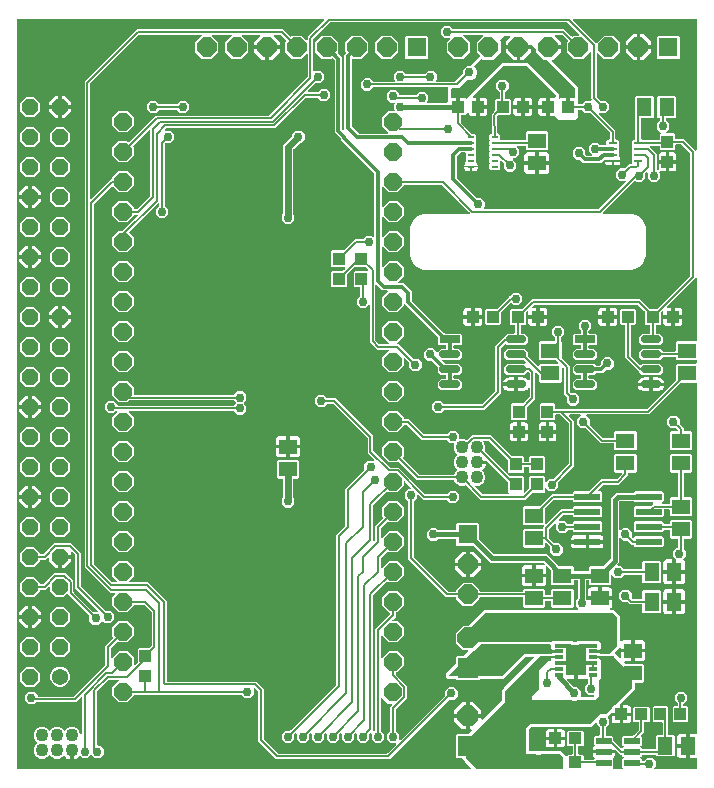
<source format=gbr>
G04 EAGLE Gerber RS-274X export*
G75*
%MOMM*%
%FSLAX34Y34*%
%LPD*%
%INTop Copper*%
%IPPOS*%
%AMOC8*
5,1,8,0,0,1.08239X$1,22.5*%
G01*
%ADD10P,1.623585X8X202.500000*%
%ADD11R,1.000000X1.100000*%
%ADD12C,0.609600*%
%ADD13R,1.320800X0.558800*%
%ADD14R,1.100000X1.000000*%
%ADD15R,1.300000X1.500000*%
%ADD16R,1.500000X1.300000*%
%ADD17R,1.600000X1.300000*%
%ADD18R,1.752600X0.660400*%
%ADD19C,0.660400*%
%ADD20R,2.200000X0.600000*%
%ADD21R,1.300000X1.600000*%
%ADD22R,0.609600X0.279909*%
%ADD23R,0.900000X2.000000*%
%ADD24C,0.419100*%
%ADD25C,1.104900*%
%ADD26C,1.371600*%
%ADD27P,1.484606X8X112.500000*%
%ADD28R,0.762000X0.280000*%
%ADD29R,0.889000X1.600200*%
%ADD30C,0.304800*%
%ADD31P,1.924489X8X202.500000*%
%ADD32R,1.778000X1.778000*%
%ADD33P,1.785944X8X22.500000*%
%ADD34R,1.650000X1.650000*%
%ADD35P,1.785944X8X292.500000*%
%ADD36R,0.762000X0.304800*%
%ADD37R,1.803400X2.590800*%
%ADD38C,0.756400*%
%ADD39C,0.152400*%
%ADD40C,0.406400*%
%ADD41C,0.304800*%
%ADD42C,0.254000*%
%ADD43C,0.609600*%

G36*
X433743Y36080D02*
X433743Y36080D01*
X433815Y36082D01*
X433864Y36100D01*
X433915Y36108D01*
X433979Y36142D01*
X434046Y36167D01*
X434087Y36199D01*
X434133Y36224D01*
X434182Y36276D01*
X434238Y36320D01*
X434266Y36364D01*
X434302Y36402D01*
X434332Y36467D01*
X434371Y36527D01*
X434384Y36578D01*
X434406Y36625D01*
X434414Y36696D01*
X434431Y36766D01*
X434427Y36818D01*
X434433Y36869D01*
X434418Y36940D01*
X434412Y37011D01*
X434392Y37059D01*
X434381Y37110D01*
X434344Y37171D01*
X434316Y37237D01*
X434271Y37293D01*
X434254Y37321D01*
X434237Y37336D01*
X434211Y37368D01*
X429385Y42194D01*
X427227Y44352D01*
X427227Y44704D01*
X427224Y44724D01*
X427226Y44743D01*
X427204Y44845D01*
X427188Y44947D01*
X427178Y44964D01*
X427174Y44984D01*
X427121Y45073D01*
X427072Y45164D01*
X427058Y45178D01*
X427048Y45195D01*
X426969Y45262D01*
X426894Y45334D01*
X426876Y45342D01*
X426861Y45355D01*
X426765Y45394D01*
X426671Y45437D01*
X426651Y45439D01*
X426633Y45447D01*
X426466Y45465D01*
X422178Y45465D01*
X421285Y46358D01*
X421285Y65402D01*
X422178Y66295D01*
X432149Y66295D01*
X432239Y66309D01*
X432330Y66317D01*
X432359Y66329D01*
X432391Y66334D01*
X432472Y66377D01*
X432556Y66413D01*
X432588Y66439D01*
X432609Y66450D01*
X432631Y66473D01*
X432687Y66518D01*
X434719Y68550D01*
X434761Y68608D01*
X434810Y68660D01*
X434832Y68707D01*
X434863Y68749D01*
X434884Y68818D01*
X434914Y68883D01*
X434920Y68935D01*
X434935Y68985D01*
X434933Y69056D01*
X434941Y69127D01*
X434930Y69178D01*
X434929Y69230D01*
X434904Y69298D01*
X434889Y69368D01*
X434862Y69413D01*
X434844Y69461D01*
X434799Y69517D01*
X434762Y69579D01*
X434723Y69613D01*
X434690Y69653D01*
X434630Y69692D01*
X434576Y69739D01*
X434527Y69758D01*
X434483Y69786D01*
X434414Y69804D01*
X434347Y69831D01*
X434276Y69839D01*
X434245Y69847D01*
X434222Y69845D01*
X434181Y69849D01*
X433223Y69849D01*
X433223Y79757D01*
X443131Y79757D01*
X443131Y78799D01*
X443142Y78729D01*
X443144Y78657D01*
X443162Y78608D01*
X443170Y78557D01*
X443204Y78493D01*
X443229Y78426D01*
X443261Y78385D01*
X443286Y78339D01*
X443337Y78290D01*
X443382Y78234D01*
X443426Y78206D01*
X443464Y78170D01*
X443529Y78140D01*
X443589Y78101D01*
X443640Y78088D01*
X443687Y78066D01*
X443758Y78058D01*
X443828Y78041D01*
X443880Y78045D01*
X443931Y78039D01*
X444002Y78054D01*
X444073Y78060D01*
X444121Y78080D01*
X444172Y78091D01*
X444233Y78128D01*
X444299Y78156D01*
X444355Y78201D01*
X444383Y78217D01*
X444398Y78235D01*
X444430Y78261D01*
X460024Y93855D01*
X460077Y93929D01*
X460137Y93998D01*
X460149Y94029D01*
X460168Y94055D01*
X460195Y94142D01*
X460229Y94227D01*
X460233Y94268D01*
X460240Y94290D01*
X460239Y94322D01*
X460247Y94393D01*
X460247Y102968D01*
X462405Y105126D01*
X487297Y130018D01*
X487339Y130076D01*
X487388Y130128D01*
X487410Y130175D01*
X487441Y130217D01*
X487462Y130286D01*
X487492Y130351D01*
X487498Y130403D01*
X487513Y130453D01*
X487511Y130524D01*
X487519Y130595D01*
X487508Y130646D01*
X487507Y130698D01*
X487482Y130766D01*
X487467Y130836D01*
X487440Y130881D01*
X487422Y130929D01*
X487377Y130985D01*
X487340Y131047D01*
X487301Y131081D01*
X487268Y131121D01*
X487208Y131160D01*
X487154Y131207D01*
X487105Y131226D01*
X487061Y131254D01*
X486992Y131272D01*
X486925Y131299D01*
X486854Y131307D01*
X486823Y131315D01*
X486800Y131313D01*
X486759Y131317D01*
X480473Y131317D01*
X480383Y131303D01*
X480292Y131295D01*
X480263Y131283D01*
X480231Y131278D01*
X480150Y131235D01*
X480066Y131199D01*
X480034Y131173D01*
X480013Y131162D01*
X479991Y131139D01*
X479935Y131094D01*
X461108Y112267D01*
X442399Y112267D01*
X442309Y112253D01*
X442218Y112245D01*
X442188Y112233D01*
X442156Y112228D01*
X442075Y112185D01*
X441992Y112149D01*
X441959Y112123D01*
X441939Y112112D01*
X441917Y112089D01*
X441861Y112044D01*
X441322Y111505D01*
X422278Y111505D01*
X421739Y112044D01*
X421665Y112097D01*
X421596Y112157D01*
X421566Y112169D01*
X421540Y112188D01*
X421453Y112215D01*
X421368Y112249D01*
X421327Y112253D01*
X421305Y112260D01*
X421272Y112259D01*
X421201Y112267D01*
X415192Y112267D01*
X413257Y114202D01*
X413257Y116938D01*
X421162Y124843D01*
X421215Y124917D01*
X421275Y124986D01*
X421287Y125017D01*
X421306Y125043D01*
X421333Y125130D01*
X421367Y125215D01*
X421371Y125256D01*
X421378Y125278D01*
X421377Y125310D01*
X421385Y125381D01*
X421385Y131442D01*
X422278Y132335D01*
X428339Y132335D01*
X428429Y132349D01*
X428520Y132357D01*
X428549Y132369D01*
X428581Y132374D01*
X428662Y132417D01*
X428746Y132453D01*
X428778Y132479D01*
X428799Y132490D01*
X428821Y132513D01*
X428877Y132558D01*
X431925Y135606D01*
X431967Y135664D01*
X432016Y135716D01*
X432038Y135763D01*
X432069Y135805D01*
X432090Y135874D01*
X432120Y135939D01*
X432126Y135991D01*
X432141Y136041D01*
X432139Y136112D01*
X432147Y136183D01*
X432136Y136234D01*
X432135Y136286D01*
X432110Y136354D01*
X432095Y136424D01*
X432068Y136469D01*
X432050Y136517D01*
X432005Y136573D01*
X431968Y136635D01*
X431929Y136669D01*
X431896Y136709D01*
X431836Y136748D01*
X431782Y136795D01*
X431733Y136814D01*
X431689Y136842D01*
X431620Y136860D01*
X431553Y136887D01*
X431482Y136895D01*
X431451Y136903D01*
X431428Y136901D01*
X431387Y136905D01*
X427486Y136905D01*
X421385Y143006D01*
X421385Y151634D01*
X427486Y157735D01*
X432149Y157735D01*
X432239Y157749D01*
X432330Y157757D01*
X432359Y157769D01*
X432391Y157774D01*
X432472Y157817D01*
X432556Y157853D01*
X432588Y157879D01*
X432609Y157890D01*
X432631Y157913D01*
X432687Y157958D01*
X445672Y170943D01*
X524565Y170943D01*
X524635Y170954D01*
X524707Y170956D01*
X524756Y170974D01*
X524807Y170982D01*
X524871Y171016D01*
X524938Y171041D01*
X524979Y171073D01*
X525025Y171098D01*
X525074Y171150D01*
X525130Y171194D01*
X525158Y171238D01*
X525194Y171276D01*
X525224Y171341D01*
X525263Y171401D01*
X525276Y171452D01*
X525298Y171499D01*
X525306Y171570D01*
X525323Y171640D01*
X525319Y171692D01*
X525325Y171743D01*
X525310Y171814D01*
X525304Y171885D01*
X525284Y171933D01*
X525273Y171984D01*
X525236Y172045D01*
X525208Y172111D01*
X525163Y172167D01*
X525146Y172195D01*
X525129Y172210D01*
X525103Y172242D01*
X523013Y174332D01*
X523013Y178728D01*
X524540Y180255D01*
X524593Y180329D01*
X524653Y180399D01*
X524665Y180429D01*
X524684Y180455D01*
X524711Y180542D01*
X524745Y180627D01*
X524749Y180668D01*
X524756Y180690D01*
X524755Y180722D01*
X524763Y180793D01*
X524763Y195682D01*
X524760Y195702D01*
X524762Y195721D01*
X524740Y195823D01*
X524724Y195925D01*
X524714Y195942D01*
X524710Y195962D01*
X524657Y196051D01*
X524608Y196142D01*
X524594Y196156D01*
X524584Y196173D01*
X524505Y196240D01*
X524430Y196312D01*
X524412Y196320D01*
X524397Y196333D01*
X524301Y196372D01*
X524207Y196415D01*
X524187Y196417D01*
X524169Y196425D01*
X524002Y196443D01*
X522096Y196443D01*
X522076Y196440D01*
X522057Y196442D01*
X521955Y196420D01*
X521853Y196404D01*
X521836Y196394D01*
X521816Y196390D01*
X521727Y196337D01*
X521636Y196288D01*
X521622Y196274D01*
X521605Y196264D01*
X521538Y196185D01*
X521466Y196110D01*
X521458Y196092D01*
X521445Y196077D01*
X521406Y195981D01*
X521363Y195887D01*
X521361Y195867D01*
X521353Y195849D01*
X521335Y195682D01*
X521335Y192868D01*
X520442Y191975D01*
X503178Y191975D01*
X502285Y192868D01*
X502285Y204179D01*
X502271Y204270D01*
X502263Y204360D01*
X502251Y204390D01*
X502246Y204422D01*
X502203Y204503D01*
X502167Y204587D01*
X502141Y204619D01*
X502130Y204640D01*
X502107Y204662D01*
X502062Y204718D01*
X498915Y207865D01*
X498876Y207893D01*
X498844Y207928D01*
X498777Y207964D01*
X498716Y208008D01*
X498670Y208022D01*
X498628Y208045D01*
X498553Y208058D01*
X498480Y208081D01*
X498433Y208079D01*
X498385Y208088D01*
X498310Y208076D01*
X498235Y208074D01*
X498189Y208058D01*
X498142Y208051D01*
X498075Y208016D01*
X498004Y207990D01*
X497966Y207960D01*
X497923Y207938D01*
X497871Y207883D01*
X497812Y207836D01*
X497786Y207796D01*
X497752Y207761D01*
X497720Y207693D01*
X497679Y207629D01*
X497667Y207583D01*
X497646Y207539D01*
X497637Y207464D01*
X497618Y207391D01*
X497622Y207343D01*
X497616Y207295D01*
X497636Y207168D01*
X497638Y207145D01*
X497640Y207139D01*
X497642Y207129D01*
X497721Y206834D01*
X497721Y201523D01*
X489203Y201523D01*
X489203Y209041D01*
X495514Y209041D01*
X495809Y208962D01*
X495857Y208957D01*
X495903Y208943D01*
X495979Y208945D01*
X496054Y208937D01*
X496101Y208948D01*
X496149Y208949D01*
X496220Y208975D01*
X496294Y208992D01*
X496335Y209017D01*
X496380Y209034D01*
X496439Y209081D01*
X496504Y209121D01*
X496534Y209157D01*
X496572Y209187D01*
X496613Y209251D01*
X496662Y209309D01*
X496679Y209354D01*
X496705Y209394D01*
X496723Y209468D01*
X496751Y209538D01*
X496753Y209586D01*
X496765Y209633D01*
X496759Y209708D01*
X496763Y209784D01*
X496750Y209830D01*
X496746Y209878D01*
X496716Y209948D01*
X496695Y210021D01*
X496668Y210060D01*
X496650Y210104D01*
X496569Y210205D01*
X496556Y210223D01*
X496551Y210227D01*
X496545Y210235D01*
X495930Y210850D01*
X495856Y210904D01*
X495786Y210963D01*
X495756Y210975D01*
X495730Y210994D01*
X495643Y211021D01*
X495558Y211055D01*
X495517Y211059D01*
X495495Y211066D01*
X495463Y211065D01*
X495391Y211073D01*
X450647Y211073D01*
X436768Y224952D01*
X436694Y225005D01*
X436624Y225065D01*
X436594Y225077D01*
X436568Y225096D01*
X436481Y225123D01*
X436396Y225157D01*
X436355Y225161D01*
X436333Y225168D01*
X436301Y225167D01*
X436229Y225175D01*
X422918Y225175D01*
X422025Y226068D01*
X422025Y230632D01*
X422022Y230652D01*
X422024Y230671D01*
X422002Y230773D01*
X421986Y230875D01*
X421976Y230892D01*
X421972Y230912D01*
X421919Y231001D01*
X421870Y231092D01*
X421856Y231106D01*
X421846Y231123D01*
X421767Y231190D01*
X421692Y231262D01*
X421674Y231270D01*
X421659Y231283D01*
X421563Y231322D01*
X421469Y231365D01*
X421449Y231367D01*
X421431Y231375D01*
X421264Y231393D01*
X406853Y231393D01*
X406763Y231379D01*
X406672Y231371D01*
X406643Y231359D01*
X406611Y231354D01*
X406530Y231311D01*
X406446Y231275D01*
X406414Y231249D01*
X406393Y231238D01*
X406371Y231215D01*
X406315Y231170D01*
X404788Y229643D01*
X400392Y229643D01*
X397283Y232752D01*
X397283Y237148D01*
X400392Y240257D01*
X404788Y240257D01*
X406315Y238730D01*
X406389Y238677D01*
X406459Y238617D01*
X406489Y238605D01*
X406515Y238586D01*
X406602Y238559D01*
X406687Y238525D01*
X406728Y238521D01*
X406750Y238514D01*
X406782Y238515D01*
X406853Y238507D01*
X421264Y238507D01*
X421284Y238510D01*
X421303Y238508D01*
X421405Y238530D01*
X421507Y238546D01*
X421524Y238556D01*
X421544Y238560D01*
X421633Y238613D01*
X421724Y238662D01*
X421738Y238676D01*
X421755Y238686D01*
X421822Y238765D01*
X421894Y238840D01*
X421902Y238858D01*
X421915Y238873D01*
X421954Y238969D01*
X421997Y239063D01*
X421999Y239083D01*
X422007Y239101D01*
X422025Y239268D01*
X422025Y243832D01*
X422918Y244725D01*
X440682Y244725D01*
X441575Y243832D01*
X441575Y230521D01*
X441589Y230430D01*
X441597Y230340D01*
X441609Y230310D01*
X441614Y230278D01*
X441657Y230197D01*
X441693Y230113D01*
X441719Y230081D01*
X441730Y230060D01*
X441753Y230038D01*
X441798Y229982D01*
X453370Y218410D01*
X453444Y218357D01*
X453514Y218297D01*
X453544Y218285D01*
X453570Y218266D01*
X453657Y218239D01*
X453742Y218205D01*
X453783Y218201D01*
X453805Y218194D01*
X453837Y218195D01*
X453909Y218187D01*
X498653Y218187D01*
X500960Y215880D01*
X508592Y208248D01*
X508666Y208195D01*
X508736Y208135D01*
X508766Y208123D01*
X508792Y208104D01*
X508879Y208077D01*
X508964Y208043D01*
X509005Y208039D01*
X509027Y208032D01*
X509059Y208033D01*
X509131Y208025D01*
X520442Y208025D01*
X521335Y207132D01*
X521335Y204318D01*
X521338Y204298D01*
X521336Y204279D01*
X521358Y204177D01*
X521374Y204075D01*
X521384Y204058D01*
X521388Y204038D01*
X521441Y203949D01*
X521490Y203858D01*
X521504Y203844D01*
X521514Y203827D01*
X521593Y203760D01*
X521668Y203688D01*
X521686Y203680D01*
X521701Y203667D01*
X521797Y203628D01*
X521891Y203585D01*
X521911Y203583D01*
X521929Y203575D01*
X522096Y203557D01*
X533774Y203557D01*
X533794Y203560D01*
X533813Y203558D01*
X533915Y203580D01*
X534017Y203596D01*
X534034Y203606D01*
X534054Y203610D01*
X534143Y203663D01*
X534234Y203712D01*
X534248Y203726D01*
X534265Y203736D01*
X534332Y203815D01*
X534404Y203890D01*
X534412Y203908D01*
X534425Y203923D01*
X534464Y204019D01*
X534507Y204113D01*
X534509Y204133D01*
X534517Y204151D01*
X534535Y204318D01*
X534535Y207132D01*
X535428Y208025D01*
X546239Y208025D01*
X546330Y208039D01*
X546420Y208047D01*
X546450Y208059D01*
X546482Y208064D01*
X546563Y208107D01*
X546647Y208143D01*
X546679Y208169D01*
X546700Y208180D01*
X546722Y208203D01*
X546778Y208248D01*
X552480Y213950D01*
X552533Y214024D01*
X552593Y214094D01*
X552605Y214124D01*
X552624Y214150D01*
X552651Y214237D01*
X552685Y214322D01*
X552689Y214363D01*
X552696Y214385D01*
X552695Y214417D01*
X552703Y214489D01*
X552703Y265633D01*
X557327Y270257D01*
X571985Y270257D01*
X572075Y270271D01*
X572166Y270279D01*
X572196Y270291D01*
X572228Y270296D01*
X572309Y270339D01*
X572392Y270375D01*
X572425Y270401D01*
X572445Y270412D01*
X572467Y270435D01*
X572523Y270480D01*
X573268Y271225D01*
X596532Y271225D01*
X597425Y270332D01*
X597425Y263068D01*
X596363Y262006D01*
X596321Y261948D01*
X596271Y261896D01*
X596249Y261849D01*
X596219Y261807D01*
X596198Y261738D01*
X596168Y261673D01*
X596162Y261621D01*
X596147Y261571D01*
X596149Y261500D01*
X596141Y261429D01*
X596152Y261378D01*
X596153Y261326D01*
X596178Y261258D01*
X596193Y261188D01*
X596220Y261143D01*
X596237Y261095D01*
X596282Y261039D01*
X596319Y260977D01*
X596359Y260943D01*
X596391Y260903D01*
X596451Y260864D01*
X596506Y260817D01*
X596554Y260798D01*
X596598Y260770D01*
X596668Y260752D01*
X596734Y260725D01*
X596805Y260717D01*
X596837Y260709D01*
X596860Y260711D01*
X596901Y260707D01*
X601854Y260707D01*
X601874Y260710D01*
X601893Y260708D01*
X601995Y260730D01*
X602097Y260746D01*
X602114Y260756D01*
X602134Y260760D01*
X602223Y260813D01*
X602314Y260862D01*
X602328Y260876D01*
X602345Y260886D01*
X602412Y260965D01*
X602484Y261040D01*
X602492Y261058D01*
X602505Y261073D01*
X602544Y261169D01*
X602587Y261263D01*
X602589Y261283D01*
X602597Y261301D01*
X602615Y261468D01*
X602615Y265552D01*
X603508Y266445D01*
X609092Y266445D01*
X609112Y266448D01*
X609131Y266446D01*
X609233Y266468D01*
X609335Y266484D01*
X609352Y266494D01*
X609372Y266498D01*
X609461Y266551D01*
X609552Y266600D01*
X609566Y266614D01*
X609583Y266624D01*
X609650Y266703D01*
X609722Y266778D01*
X609730Y266796D01*
X609743Y266811D01*
X609782Y266907D01*
X609825Y267001D01*
X609827Y267021D01*
X609835Y267039D01*
X609853Y267206D01*
X609853Y286514D01*
X609850Y286534D01*
X609852Y286553D01*
X609830Y286655D01*
X609814Y286757D01*
X609804Y286774D01*
X609800Y286794D01*
X609747Y286883D01*
X609698Y286974D01*
X609684Y286988D01*
X609674Y287005D01*
X609595Y287072D01*
X609520Y287144D01*
X609502Y287152D01*
X609487Y287165D01*
X609391Y287204D01*
X609297Y287247D01*
X609277Y287249D01*
X609259Y287257D01*
X609092Y287275D01*
X603508Y287275D01*
X602615Y288168D01*
X602615Y302432D01*
X603508Y303325D01*
X620772Y303325D01*
X621665Y302432D01*
X621665Y288168D01*
X620772Y287275D01*
X615188Y287275D01*
X615168Y287272D01*
X615149Y287274D01*
X615047Y287252D01*
X614945Y287236D01*
X614928Y287226D01*
X614908Y287222D01*
X614819Y287169D01*
X614728Y287120D01*
X614714Y287106D01*
X614697Y287096D01*
X614630Y287017D01*
X614558Y286942D01*
X614550Y286924D01*
X614537Y286909D01*
X614498Y286813D01*
X614455Y286719D01*
X614453Y286699D01*
X614445Y286681D01*
X614427Y286514D01*
X614427Y267206D01*
X614430Y267186D01*
X614428Y267167D01*
X614450Y267065D01*
X614466Y266963D01*
X614476Y266946D01*
X614480Y266926D01*
X614533Y266837D01*
X614582Y266746D01*
X614596Y266732D01*
X614606Y266715D01*
X614685Y266648D01*
X614760Y266576D01*
X614778Y266568D01*
X614793Y266555D01*
X614889Y266516D01*
X614983Y266473D01*
X615003Y266471D01*
X615021Y266463D01*
X615188Y266445D01*
X620772Y266445D01*
X621665Y265552D01*
X621665Y251288D01*
X620772Y250395D01*
X603508Y250395D01*
X602615Y251288D01*
X602615Y255372D01*
X602612Y255392D01*
X602614Y255411D01*
X602592Y255513D01*
X602576Y255615D01*
X602566Y255632D01*
X602562Y255652D01*
X602509Y255741D01*
X602460Y255832D01*
X602446Y255846D01*
X602436Y255863D01*
X602357Y255930D01*
X602282Y256002D01*
X602264Y256010D01*
X602249Y256023D01*
X602153Y256062D01*
X602059Y256105D01*
X602039Y256107D01*
X602021Y256115D01*
X601854Y256133D01*
X598186Y256133D01*
X598166Y256130D01*
X598147Y256132D01*
X598045Y256110D01*
X597943Y256094D01*
X597926Y256084D01*
X597906Y256080D01*
X597817Y256027D01*
X597726Y255978D01*
X597712Y255964D01*
X597695Y255954D01*
X597628Y255875D01*
X597556Y255800D01*
X597548Y255782D01*
X597535Y255767D01*
X597496Y255671D01*
X597453Y255577D01*
X597451Y255557D01*
X597443Y255539D01*
X597425Y255372D01*
X597425Y250368D01*
X596532Y249475D01*
X573268Y249475D01*
X572375Y250368D01*
X572375Y257632D01*
X573268Y258525D01*
X585875Y258525D01*
X585966Y258539D01*
X586056Y258547D01*
X586086Y258559D01*
X586118Y258564D01*
X586199Y258607D01*
X586283Y258643D01*
X586315Y258669D01*
X586336Y258680D01*
X586358Y258703D01*
X586414Y258748D01*
X586810Y259144D01*
X588542Y260876D01*
X588584Y260934D01*
X588633Y260986D01*
X588655Y261033D01*
X588685Y261075D01*
X588706Y261144D01*
X588737Y261209D01*
X588742Y261261D01*
X588758Y261311D01*
X588756Y261382D01*
X588764Y261453D01*
X588753Y261504D01*
X588751Y261556D01*
X588727Y261624D01*
X588712Y261694D01*
X588685Y261739D01*
X588667Y261787D01*
X588622Y261843D01*
X588585Y261905D01*
X588546Y261939D01*
X588513Y261979D01*
X588453Y262018D01*
X588398Y262065D01*
X588350Y262084D01*
X588306Y262112D01*
X588237Y262130D01*
X588170Y262157D01*
X588099Y262165D01*
X588068Y262173D01*
X588044Y262171D01*
X588004Y262175D01*
X573268Y262175D01*
X572523Y262920D01*
X572449Y262973D01*
X572380Y263033D01*
X572350Y263045D01*
X572324Y263064D01*
X572237Y263091D01*
X572152Y263125D01*
X572111Y263129D01*
X572089Y263136D01*
X572056Y263135D01*
X571985Y263143D01*
X560589Y263143D01*
X560498Y263129D01*
X560408Y263121D01*
X560378Y263109D01*
X560346Y263104D01*
X560302Y263080D01*
X560298Y263079D01*
X560282Y263070D01*
X560265Y263061D01*
X560181Y263025D01*
X560149Y262999D01*
X560128Y262988D01*
X560106Y262965D01*
X560104Y262964D01*
X560087Y262953D01*
X560078Y262942D01*
X560050Y262920D01*
X560040Y262910D01*
X559996Y262849D01*
X559959Y262810D01*
X559953Y262796D01*
X559927Y262766D01*
X559915Y262736D01*
X559896Y262710D01*
X559869Y262623D01*
X559835Y262538D01*
X559831Y262497D01*
X559824Y262475D01*
X559825Y262443D01*
X559817Y262371D01*
X559817Y238959D01*
X559828Y238889D01*
X559830Y238817D01*
X559848Y238768D01*
X559856Y238717D01*
X559890Y238653D01*
X559915Y238586D01*
X559947Y238545D01*
X559972Y238499D01*
X560024Y238450D01*
X560068Y238394D01*
X560112Y238366D01*
X560150Y238330D01*
X560215Y238300D01*
X560275Y238261D01*
X560326Y238248D01*
X560373Y238226D01*
X560444Y238218D01*
X560514Y238201D01*
X560566Y238205D01*
X560617Y238199D01*
X560688Y238214D01*
X560759Y238220D01*
X560807Y238240D01*
X560858Y238251D01*
X560919Y238288D01*
X560985Y238316D01*
X561041Y238361D01*
X561069Y238378D01*
X561084Y238395D01*
X561116Y238421D01*
X562952Y240257D01*
X567348Y240257D01*
X570457Y237148D01*
X570457Y233193D01*
X570471Y233102D01*
X570479Y233012D01*
X570491Y232982D01*
X570496Y232950D01*
X570539Y232869D01*
X570575Y232785D01*
X570601Y232753D01*
X570612Y232732D01*
X570635Y232710D01*
X570680Y232654D01*
X571201Y232133D01*
X571217Y232122D01*
X571229Y232106D01*
X571317Y232050D01*
X571400Y231990D01*
X571419Y231984D01*
X571436Y231973D01*
X571537Y231948D01*
X571635Y231917D01*
X571655Y231918D01*
X571675Y231913D01*
X571778Y231921D01*
X571881Y231924D01*
X571900Y231931D01*
X571920Y231932D01*
X572015Y231973D01*
X572112Y232008D01*
X572128Y232021D01*
X572146Y232029D01*
X572277Y232133D01*
X573268Y233125D01*
X596532Y233125D01*
X597425Y232232D01*
X597425Y224968D01*
X596532Y224075D01*
X573268Y224075D01*
X572375Y224968D01*
X572375Y225552D01*
X572372Y225572D01*
X572374Y225591D01*
X572352Y225693D01*
X572336Y225795D01*
X572326Y225812D01*
X572322Y225832D01*
X572269Y225921D01*
X572220Y226012D01*
X572206Y226026D01*
X572196Y226043D01*
X572117Y226110D01*
X572042Y226182D01*
X572024Y226190D01*
X572009Y226203D01*
X571913Y226242D01*
X571819Y226285D01*
X571799Y226287D01*
X571781Y226295D01*
X571614Y226313D01*
X570553Y226313D01*
X567446Y229420D01*
X567372Y229473D01*
X567302Y229533D01*
X567272Y229545D01*
X567246Y229564D01*
X567159Y229591D01*
X567074Y229625D01*
X567033Y229629D01*
X567011Y229636D01*
X566979Y229635D01*
X566907Y229643D01*
X562952Y229643D01*
X561116Y231479D01*
X561058Y231521D01*
X561006Y231570D01*
X560959Y231592D01*
X560917Y231622D01*
X560848Y231644D01*
X560783Y231674D01*
X560731Y231679D01*
X560681Y231695D01*
X560610Y231693D01*
X560539Y231701D01*
X560488Y231690D01*
X560436Y231688D01*
X560368Y231664D01*
X560298Y231649D01*
X560253Y231622D01*
X560205Y231604D01*
X560149Y231559D01*
X560087Y231522D01*
X560053Y231483D01*
X560013Y231450D01*
X559974Y231390D01*
X559927Y231335D01*
X559908Y231287D01*
X559880Y231243D01*
X559862Y231174D01*
X559835Y231107D01*
X559827Y231036D01*
X559819Y231005D01*
X559821Y230982D01*
X559817Y230941D01*
X559817Y211227D01*
X558396Y209806D01*
X558354Y209748D01*
X558305Y209696D01*
X558283Y209649D01*
X558253Y209607D01*
X558232Y209538D01*
X558201Y209473D01*
X558196Y209421D01*
X558180Y209371D01*
X558182Y209300D01*
X558174Y209229D01*
X558185Y209178D01*
X558187Y209126D01*
X558211Y209058D01*
X558227Y208988D01*
X558253Y208943D01*
X558271Y208895D01*
X558316Y208839D01*
X558353Y208777D01*
X558392Y208743D01*
X558425Y208703D01*
X558485Y208664D01*
X558540Y208617D01*
X558588Y208598D01*
X558632Y208570D01*
X558701Y208552D01*
X558768Y208525D01*
X558839Y208517D01*
X558870Y208509D01*
X558894Y208511D01*
X558935Y208507D01*
X560998Y208507D01*
X563795Y205710D01*
X563869Y205657D01*
X563939Y205597D01*
X563969Y205585D01*
X563995Y205566D01*
X564082Y205539D01*
X564167Y205505D01*
X564208Y205501D01*
X564230Y205494D01*
X564262Y205495D01*
X564333Y205487D01*
X578614Y205487D01*
X578634Y205490D01*
X578653Y205488D01*
X578755Y205510D01*
X578857Y205526D01*
X578874Y205536D01*
X578894Y205540D01*
X578983Y205593D01*
X579074Y205642D01*
X579088Y205656D01*
X579105Y205666D01*
X579172Y205745D01*
X579244Y205820D01*
X579252Y205838D01*
X579265Y205853D01*
X579304Y205949D01*
X579347Y206043D01*
X579349Y206063D01*
X579357Y206081D01*
X579375Y206248D01*
X579375Y211832D01*
X580268Y212725D01*
X594532Y212725D01*
X595425Y211832D01*
X595425Y194568D01*
X594532Y193675D01*
X580268Y193675D01*
X579375Y194568D01*
X579375Y200152D01*
X579372Y200172D01*
X579374Y200191D01*
X579352Y200293D01*
X579336Y200395D01*
X579326Y200412D01*
X579322Y200432D01*
X579269Y200521D01*
X579220Y200612D01*
X579206Y200626D01*
X579196Y200643D01*
X579117Y200710D01*
X579042Y200782D01*
X579024Y200790D01*
X579009Y200803D01*
X578913Y200842D01*
X578819Y200885D01*
X578799Y200887D01*
X578781Y200895D01*
X578614Y200913D01*
X564333Y200913D01*
X564243Y200899D01*
X564152Y200891D01*
X564123Y200879D01*
X564091Y200874D01*
X564010Y200831D01*
X563926Y200795D01*
X563894Y200769D01*
X563873Y200758D01*
X563851Y200735D01*
X563795Y200690D01*
X560998Y197893D01*
X556602Y197893D01*
X553884Y200611D01*
X553826Y200653D01*
X553774Y200702D01*
X553727Y200724D01*
X553685Y200754D01*
X553616Y200776D01*
X553551Y200806D01*
X553499Y200811D01*
X553449Y200827D01*
X553378Y200825D01*
X553307Y200833D01*
X553256Y200822D01*
X553204Y200820D01*
X553136Y200796D01*
X553066Y200781D01*
X553021Y200754D01*
X552973Y200736D01*
X552917Y200691D01*
X552855Y200654D01*
X552821Y200615D01*
X552781Y200582D01*
X552742Y200522D01*
X552695Y200467D01*
X552676Y200419D01*
X552648Y200375D01*
X552630Y200306D01*
X552603Y200239D01*
X552595Y200168D01*
X552587Y200137D01*
X552589Y200114D01*
X552585Y200073D01*
X552585Y192868D01*
X551692Y191975D01*
X535428Y191975D01*
X534535Y192868D01*
X534535Y195682D01*
X534532Y195702D01*
X534534Y195721D01*
X534512Y195823D01*
X534496Y195925D01*
X534486Y195942D01*
X534482Y195962D01*
X534429Y196051D01*
X534380Y196142D01*
X534366Y196156D01*
X534356Y196173D01*
X534277Y196240D01*
X534202Y196312D01*
X534184Y196320D01*
X534169Y196333D01*
X534073Y196372D01*
X533979Y196415D01*
X533959Y196417D01*
X533941Y196425D01*
X533774Y196443D01*
X532638Y196443D01*
X532618Y196440D01*
X532599Y196442D01*
X532497Y196420D01*
X532395Y196404D01*
X532378Y196394D01*
X532358Y196390D01*
X532269Y196337D01*
X532178Y196288D01*
X532164Y196274D01*
X532147Y196264D01*
X532080Y196185D01*
X532008Y196110D01*
X532000Y196092D01*
X531987Y196077D01*
X531948Y195981D01*
X531905Y195887D01*
X531903Y195867D01*
X531895Y195849D01*
X531877Y195682D01*
X531877Y180793D01*
X531891Y180703D01*
X531899Y180612D01*
X531911Y180583D01*
X531916Y180551D01*
X531959Y180470D01*
X531995Y180386D01*
X532021Y180354D01*
X532032Y180333D01*
X532055Y180311D01*
X532100Y180255D01*
X532655Y179700D01*
X532729Y179647D01*
X532799Y179587D01*
X532829Y179575D01*
X532855Y179556D01*
X532942Y179529D01*
X533027Y179495D01*
X533068Y179491D01*
X533090Y179484D01*
X533122Y179485D01*
X533193Y179477D01*
X542798Y179477D01*
X542818Y179480D01*
X542837Y179478D01*
X542939Y179500D01*
X543041Y179517D01*
X543058Y179526D01*
X543078Y179530D01*
X543167Y179583D01*
X543258Y179632D01*
X543272Y179646D01*
X543289Y179656D01*
X543356Y179735D01*
X543427Y179810D01*
X543436Y179828D01*
X543449Y179843D01*
X543488Y179939D01*
X543531Y180033D01*
X543533Y180053D01*
X543541Y180071D01*
X543559Y180238D01*
X543559Y181001D01*
X543561Y181001D01*
X543561Y180238D01*
X543564Y180218D01*
X543562Y180199D01*
X543584Y180097D01*
X543601Y179995D01*
X543610Y179978D01*
X543614Y179958D01*
X543667Y179869D01*
X543716Y179778D01*
X543730Y179764D01*
X543740Y179747D01*
X543819Y179680D01*
X543894Y179609D01*
X543912Y179600D01*
X543927Y179587D01*
X544023Y179548D01*
X544117Y179505D01*
X544137Y179503D01*
X544155Y179495D01*
X544322Y179477D01*
X553601Y179477D01*
X553601Y174166D01*
X553428Y173519D01*
X553093Y172940D01*
X552620Y172467D01*
X552441Y172363D01*
X552403Y172333D01*
X552361Y172310D01*
X552309Y172256D01*
X552250Y172208D01*
X552225Y172167D01*
X552192Y172132D01*
X552160Y172063D01*
X552119Y171999D01*
X552108Y171953D01*
X552088Y171909D01*
X552080Y171834D01*
X552062Y171760D01*
X552066Y171712D01*
X552061Y171665D01*
X552077Y171591D01*
X552084Y171515D01*
X552103Y171471D01*
X552113Y171424D01*
X552152Y171359D01*
X552182Y171290D01*
X552215Y171254D01*
X552239Y171213D01*
X552297Y171164D01*
X552348Y171108D01*
X552390Y171084D01*
X552426Y171053D01*
X552497Y171025D01*
X552563Y170988D01*
X552610Y170979D01*
X552654Y170961D01*
X552783Y170947D01*
X552804Y170943D01*
X552811Y170944D01*
X552821Y170943D01*
X555088Y170943D01*
X560833Y165198D01*
X560833Y145264D01*
X560844Y145193D01*
X560846Y145121D01*
X560864Y145072D01*
X560872Y145021D01*
X560906Y144958D01*
X560931Y144890D01*
X560963Y144850D01*
X560988Y144804D01*
X561039Y144754D01*
X561084Y144698D01*
X561128Y144670D01*
X561166Y144634D01*
X561231Y144604D01*
X561291Y144565D01*
X561342Y144552D01*
X561389Y144531D01*
X561460Y144523D01*
X561530Y144505D01*
X561582Y144509D01*
X561633Y144503D01*
X561704Y144519D01*
X561775Y144524D01*
X561823Y144545D01*
X561874Y144556D01*
X561935Y144593D01*
X562001Y144621D01*
X562057Y144665D01*
X562085Y144682D01*
X562100Y144700D01*
X562132Y144725D01*
X562440Y145033D01*
X563019Y145368D01*
X563666Y145541D01*
X569977Y145541D01*
X569977Y138023D01*
X561459Y138023D01*
X561459Y138391D01*
X561448Y138461D01*
X561446Y138533D01*
X561428Y138582D01*
X561420Y138633D01*
X561386Y138697D01*
X561361Y138764D01*
X561329Y138805D01*
X561304Y138851D01*
X561252Y138900D01*
X561208Y138956D01*
X561164Y138984D01*
X561126Y139020D01*
X561061Y139050D01*
X561001Y139089D01*
X560950Y139102D01*
X560903Y139124D01*
X560832Y139132D01*
X560762Y139149D01*
X560710Y139145D01*
X560659Y139151D01*
X560588Y139136D01*
X560517Y139130D01*
X560469Y139110D01*
X560418Y139099D01*
X560357Y139062D01*
X560291Y139034D01*
X560235Y138989D01*
X560207Y138972D01*
X560192Y138955D01*
X560160Y138929D01*
X558675Y137444D01*
X556389Y135158D01*
X556377Y135142D01*
X556362Y135130D01*
X556306Y135042D01*
X556246Y134959D01*
X556240Y134940D01*
X556229Y134923D01*
X556204Y134822D01*
X556173Y134723D01*
X556174Y134704D01*
X556169Y134684D01*
X556177Y134581D01*
X556180Y134478D01*
X556186Y134459D01*
X556188Y134439D01*
X556228Y134344D01*
X556264Y134247D01*
X556276Y134231D01*
X556284Y134213D01*
X556389Y134082D01*
X560160Y130311D01*
X560218Y130269D01*
X560270Y130220D01*
X560317Y130198D01*
X560359Y130167D01*
X560428Y130146D01*
X560493Y130116D01*
X560545Y130110D01*
X560595Y130095D01*
X560666Y130097D01*
X560737Y130089D01*
X560788Y130100D01*
X560840Y130101D01*
X560908Y130126D01*
X560978Y130141D01*
X561023Y130168D01*
X561071Y130186D01*
X561127Y130231D01*
X561189Y130268D01*
X561223Y130307D01*
X561263Y130340D01*
X561302Y130400D01*
X561349Y130454D01*
X561368Y130503D01*
X561396Y130547D01*
X561414Y130616D01*
X561441Y130683D01*
X561449Y130754D01*
X561457Y130785D01*
X561455Y130808D01*
X561459Y130849D01*
X561459Y134977D01*
X569977Y134977D01*
X569977Y127459D01*
X564849Y127459D01*
X564779Y127448D01*
X564707Y127446D01*
X564658Y127428D01*
X564607Y127420D01*
X564543Y127386D01*
X564476Y127361D01*
X564435Y127329D01*
X564389Y127304D01*
X564340Y127253D01*
X564284Y127208D01*
X564256Y127164D01*
X564220Y127126D01*
X564190Y127061D01*
X564151Y127001D01*
X564138Y126950D01*
X564116Y126903D01*
X564108Y126832D01*
X564091Y126762D01*
X564095Y126710D01*
X564089Y126659D01*
X564104Y126588D01*
X564110Y126517D01*
X564130Y126469D01*
X564141Y126418D01*
X564178Y126356D01*
X564206Y126291D01*
X564251Y126235D01*
X564268Y126207D01*
X564285Y126192D01*
X564311Y126160D01*
X564723Y125748D01*
X564797Y125694D01*
X564866Y125635D01*
X564897Y125623D01*
X564923Y125604D01*
X565010Y125577D01*
X565095Y125543D01*
X565136Y125539D01*
X565158Y125532D01*
X565190Y125533D01*
X565261Y125525D01*
X579632Y125525D01*
X580525Y124632D01*
X580525Y110368D01*
X579632Y109475D01*
X574294Y109475D01*
X574274Y109472D01*
X574255Y109474D01*
X574153Y109452D01*
X574051Y109436D01*
X574034Y109426D01*
X574014Y109422D01*
X573925Y109369D01*
X573834Y109320D01*
X573820Y109306D01*
X573803Y109296D01*
X573736Y109217D01*
X573664Y109142D01*
X573656Y109124D01*
X573643Y109109D01*
X573604Y109013D01*
X573561Y108919D01*
X573559Y108899D01*
X573551Y108881D01*
X573533Y108714D01*
X573533Y104042D01*
X560430Y90939D01*
X560377Y90865D01*
X560317Y90796D01*
X560305Y90765D01*
X560286Y90739D01*
X560259Y90652D01*
X560225Y90567D01*
X560221Y90527D01*
X560214Y90504D01*
X560215Y90472D01*
X560207Y90401D01*
X560207Y84073D01*
X553879Y84073D01*
X553789Y84058D01*
X553698Y84051D01*
X553668Y84039D01*
X553636Y84033D01*
X553556Y83991D01*
X553472Y83955D01*
X553440Y83929D01*
X553419Y83918D01*
X553397Y83895D01*
X553341Y83850D01*
X552166Y82675D01*
X550186Y80695D01*
X550174Y80679D01*
X550159Y80667D01*
X550103Y80579D01*
X550043Y80496D01*
X550037Y80477D01*
X550026Y80460D01*
X550001Y80359D01*
X549970Y80261D01*
X549971Y80241D01*
X549966Y80221D01*
X549974Y80118D01*
X549977Y80015D01*
X549983Y79996D01*
X549985Y79976D01*
X550025Y79881D01*
X550061Y79784D01*
X550073Y79768D01*
X550081Y79750D01*
X550186Y79619D01*
X551407Y78398D01*
X551407Y74002D01*
X548610Y71205D01*
X548557Y71131D01*
X548497Y71061D01*
X548485Y71031D01*
X548466Y71005D01*
X548439Y70918D01*
X548405Y70833D01*
X548401Y70792D01*
X548394Y70770D01*
X548395Y70738D01*
X548387Y70667D01*
X548387Y65380D01*
X548390Y65360D01*
X548388Y65341D01*
X548410Y65239D01*
X548426Y65137D01*
X548436Y65120D01*
X548440Y65100D01*
X548493Y65011D01*
X548542Y64920D01*
X548556Y64906D01*
X548566Y64889D01*
X548645Y64822D01*
X548720Y64750D01*
X548738Y64742D01*
X548753Y64729D01*
X548849Y64690D01*
X548943Y64647D01*
X548963Y64645D01*
X548981Y64637D01*
X549148Y64619D01*
X554098Y64619D01*
X554991Y63726D01*
X554991Y60698D01*
X555005Y60608D01*
X555013Y60517D01*
X555025Y60488D01*
X555030Y60456D01*
X555073Y60375D01*
X555109Y60291D01*
X555135Y60259D01*
X555146Y60238D01*
X555169Y60216D01*
X555214Y60160D01*
X561341Y54033D01*
X561357Y54022D01*
X561369Y54006D01*
X561457Y53950D01*
X561540Y53890D01*
X561559Y53884D01*
X561576Y53873D01*
X561677Y53848D01*
X561775Y53817D01*
X561795Y53818D01*
X561815Y53813D01*
X561918Y53821D01*
X562021Y53824D01*
X562040Y53831D01*
X562060Y53832D01*
X562155Y53873D01*
X562252Y53908D01*
X562268Y53921D01*
X562286Y53929D01*
X562417Y54033D01*
X563395Y55012D01*
X563407Y55028D01*
X563423Y55040D01*
X563479Y55128D01*
X563539Y55211D01*
X563545Y55230D01*
X563556Y55247D01*
X563581Y55348D01*
X563611Y55447D01*
X563611Y55466D01*
X563616Y55486D01*
X563608Y55589D01*
X563605Y55692D01*
X563598Y55711D01*
X563597Y55731D01*
X563556Y55826D01*
X563521Y55923D01*
X563508Y55939D01*
X563500Y55957D01*
X563395Y56088D01*
X562609Y56874D01*
X562609Y63726D01*
X563502Y64619D01*
X571508Y64619D01*
X571598Y64633D01*
X571689Y64641D01*
X571718Y64653D01*
X571750Y64658D01*
X571831Y64701D01*
X571915Y64737D01*
X571947Y64763D01*
X571968Y64774D01*
X571990Y64797D01*
X572046Y64842D01*
X576220Y69016D01*
X576273Y69090D01*
X576333Y69160D01*
X576345Y69190D01*
X576364Y69216D01*
X576391Y69303D01*
X576400Y69325D01*
X576415Y69359D01*
X576416Y69366D01*
X576425Y69388D01*
X576429Y69429D01*
X576436Y69451D01*
X576435Y69483D01*
X576443Y69555D01*
X576443Y75264D01*
X576440Y75284D01*
X576442Y75303D01*
X576420Y75405D01*
X576404Y75507D01*
X576394Y75524D01*
X576390Y75544D01*
X576337Y75633D01*
X576288Y75724D01*
X576274Y75738D01*
X576264Y75755D01*
X576185Y75822D01*
X576110Y75894D01*
X576092Y75902D01*
X576077Y75915D01*
X575981Y75954D01*
X575887Y75997D01*
X575867Y75999D01*
X575849Y76007D01*
X575682Y76025D01*
X572598Y76025D01*
X571705Y76918D01*
X571705Y88182D01*
X572598Y89075D01*
X584862Y89075D01*
X585755Y88182D01*
X585755Y76918D01*
X584862Y76025D01*
X581778Y76025D01*
X581758Y76022D01*
X581739Y76024D01*
X581637Y76002D01*
X581535Y75986D01*
X581518Y75976D01*
X581498Y75972D01*
X581409Y75919D01*
X581318Y75870D01*
X581304Y75856D01*
X581287Y75846D01*
X581220Y75767D01*
X581148Y75692D01*
X581140Y75674D01*
X581127Y75659D01*
X581088Y75563D01*
X581045Y75469D01*
X581043Y75449D01*
X581035Y75431D01*
X581017Y75264D01*
X581017Y67345D01*
X578670Y64998D01*
X578659Y64982D01*
X578643Y64970D01*
X578587Y64883D01*
X578527Y64799D01*
X578521Y64780D01*
X578510Y64763D01*
X578485Y64662D01*
X578454Y64564D01*
X578455Y64544D01*
X578450Y64524D01*
X578458Y64421D01*
X578461Y64318D01*
X578468Y64299D01*
X578469Y64279D01*
X578510Y64184D01*
X578545Y64087D01*
X578558Y64071D01*
X578566Y64053D01*
X578670Y63922D01*
X578867Y63726D01*
X578867Y56874D01*
X578081Y56088D01*
X578069Y56072D01*
X578053Y56060D01*
X577997Y55972D01*
X577937Y55889D01*
X577931Y55870D01*
X577920Y55853D01*
X577895Y55752D01*
X577865Y55653D01*
X577865Y55634D01*
X577860Y55614D01*
X577868Y55511D01*
X577871Y55408D01*
X577878Y55389D01*
X577879Y55369D01*
X577920Y55274D01*
X577955Y55177D01*
X577968Y55161D01*
X577976Y55143D01*
X578081Y55012D01*
X578867Y54226D01*
X578867Y53848D01*
X578870Y53828D01*
X578868Y53809D01*
X578890Y53707D01*
X578906Y53605D01*
X578916Y53588D01*
X578920Y53568D01*
X578973Y53479D01*
X579022Y53388D01*
X579036Y53374D01*
X579046Y53357D01*
X579125Y53290D01*
X579200Y53218D01*
X579218Y53210D01*
X579233Y53197D01*
X579329Y53158D01*
X579423Y53115D01*
X579443Y53113D01*
X579461Y53105D01*
X579628Y53087D01*
X590144Y53087D01*
X590164Y53090D01*
X590183Y53088D01*
X590285Y53110D01*
X590387Y53126D01*
X590404Y53136D01*
X590424Y53140D01*
X590513Y53193D01*
X590604Y53242D01*
X590618Y53256D01*
X590635Y53266D01*
X590702Y53345D01*
X590774Y53420D01*
X590782Y53438D01*
X590795Y53453D01*
X590834Y53549D01*
X590877Y53643D01*
X590879Y53663D01*
X590887Y53681D01*
X590905Y53848D01*
X590905Y64012D01*
X591798Y64905D01*
X595882Y64905D01*
X595902Y64908D01*
X595921Y64906D01*
X596023Y64928D01*
X596125Y64944D01*
X596142Y64954D01*
X596162Y64958D01*
X596251Y65011D01*
X596342Y65060D01*
X596356Y65074D01*
X596373Y65084D01*
X596440Y65163D01*
X596512Y65238D01*
X596520Y65256D01*
X596533Y65271D01*
X596572Y65367D01*
X596615Y65461D01*
X596617Y65481D01*
X596625Y65499D01*
X596643Y65666D01*
X596643Y74964D01*
X596640Y74984D01*
X596642Y75003D01*
X596620Y75105D01*
X596604Y75207D01*
X596594Y75224D01*
X596590Y75244D01*
X596537Y75333D01*
X596488Y75424D01*
X596474Y75438D01*
X596464Y75455D01*
X596385Y75522D01*
X596310Y75594D01*
X596292Y75602D01*
X596277Y75615D01*
X596181Y75654D01*
X596087Y75697D01*
X596067Y75699D01*
X596049Y75707D01*
X595882Y75725D01*
X589118Y75725D01*
X588225Y76618D01*
X588225Y88882D01*
X589118Y89775D01*
X600382Y89775D01*
X601275Y88882D01*
X601275Y76514D01*
X601269Y76497D01*
X601235Y76412D01*
X601231Y76371D01*
X601224Y76349D01*
X601225Y76317D01*
X601217Y76245D01*
X601217Y65666D01*
X601220Y65646D01*
X601218Y65627D01*
X601240Y65525D01*
X601256Y65423D01*
X601266Y65406D01*
X601270Y65386D01*
X601323Y65297D01*
X601372Y65206D01*
X601386Y65192D01*
X601396Y65175D01*
X601475Y65108D01*
X601550Y65036D01*
X601568Y65028D01*
X601583Y65015D01*
X601679Y64976D01*
X601773Y64933D01*
X601793Y64931D01*
X601811Y64923D01*
X601978Y64905D01*
X606062Y64905D01*
X606955Y64012D01*
X606955Y47748D01*
X606062Y46855D01*
X591798Y46855D01*
X590905Y47748D01*
X590905Y47752D01*
X590902Y47772D01*
X590904Y47791D01*
X590882Y47893D01*
X590866Y47995D01*
X590856Y48012D01*
X590852Y48032D01*
X590799Y48121D01*
X590750Y48212D01*
X590736Y48226D01*
X590726Y48243D01*
X590647Y48310D01*
X590572Y48382D01*
X590554Y48390D01*
X590539Y48403D01*
X590443Y48442D01*
X590349Y48485D01*
X590329Y48487D01*
X590311Y48495D01*
X590144Y48513D01*
X579628Y48513D01*
X579608Y48510D01*
X579589Y48512D01*
X579487Y48490D01*
X579385Y48474D01*
X579368Y48464D01*
X579348Y48460D01*
X579259Y48407D01*
X579168Y48358D01*
X579154Y48344D01*
X579137Y48334D01*
X579070Y48255D01*
X578998Y48180D01*
X578990Y48162D01*
X578977Y48147D01*
X578938Y48051D01*
X578895Y47957D01*
X578893Y47937D01*
X578885Y47919D01*
X578867Y47752D01*
X578867Y47374D01*
X578081Y46588D01*
X578069Y46572D01*
X578053Y46560D01*
X577997Y46472D01*
X577937Y46389D01*
X577931Y46370D01*
X577920Y46353D01*
X577895Y46252D01*
X577865Y46153D01*
X577865Y46134D01*
X577860Y46114D01*
X577868Y46011D01*
X577871Y45908D01*
X577878Y45889D01*
X577879Y45869D01*
X577920Y45774D01*
X577955Y45677D01*
X577968Y45661D01*
X577976Y45643D01*
X578081Y45512D01*
X578867Y44726D01*
X578867Y43688D01*
X578870Y43668D01*
X578868Y43649D01*
X578890Y43547D01*
X578906Y43445D01*
X578916Y43428D01*
X578920Y43408D01*
X578973Y43319D01*
X579022Y43228D01*
X579036Y43214D01*
X579046Y43197D01*
X579125Y43130D01*
X579200Y43058D01*
X579218Y43050D01*
X579233Y43037D01*
X579329Y42998D01*
X579423Y42955D01*
X579443Y42953D01*
X579461Y42945D01*
X579628Y42927D01*
X579937Y42927D01*
X580027Y42941D01*
X580118Y42949D01*
X580147Y42961D01*
X580179Y42966D01*
X580260Y43009D01*
X580344Y43045D01*
X580376Y43071D01*
X580397Y43082D01*
X580419Y43105D01*
X580475Y43150D01*
X583272Y45947D01*
X587668Y45947D01*
X590777Y42838D01*
X590777Y38442D01*
X589703Y37368D01*
X589661Y37310D01*
X589612Y37258D01*
X589590Y37211D01*
X589560Y37169D01*
X589538Y37100D01*
X589508Y37035D01*
X589503Y36983D01*
X589487Y36933D01*
X589489Y36862D01*
X589481Y36791D01*
X589492Y36740D01*
X589494Y36688D01*
X589518Y36620D01*
X589533Y36550D01*
X589560Y36505D01*
X589578Y36457D01*
X589623Y36401D01*
X589660Y36339D01*
X589699Y36305D01*
X589732Y36265D01*
X589792Y36226D01*
X589847Y36179D01*
X589895Y36160D01*
X589939Y36132D01*
X590008Y36114D01*
X590075Y36087D01*
X590146Y36079D01*
X590177Y36071D01*
X590200Y36073D01*
X590241Y36069D01*
X624840Y36069D01*
X624860Y36072D01*
X624879Y36070D01*
X624981Y36092D01*
X625083Y36108D01*
X625100Y36118D01*
X625120Y36122D01*
X625209Y36175D01*
X625300Y36224D01*
X625314Y36238D01*
X625331Y36248D01*
X625398Y36327D01*
X625470Y36402D01*
X625478Y36420D01*
X625491Y36435D01*
X625530Y36531D01*
X625573Y36625D01*
X625575Y36645D01*
X625583Y36663D01*
X625601Y36830D01*
X625601Y45078D01*
X625598Y45098D01*
X625600Y45117D01*
X625578Y45219D01*
X625562Y45321D01*
X625552Y45338D01*
X625548Y45358D01*
X625495Y45447D01*
X625446Y45538D01*
X625432Y45552D01*
X625422Y45569D01*
X625343Y45636D01*
X625268Y45708D01*
X625250Y45716D01*
X625235Y45729D01*
X625139Y45768D01*
X625045Y45811D01*
X625025Y45813D01*
X625007Y45821D01*
X624840Y45839D01*
X619453Y45839D01*
X619453Y55118D01*
X619451Y55130D01*
X619452Y55139D01*
X619451Y55145D01*
X619452Y55157D01*
X619430Y55259D01*
X619413Y55361D01*
X619404Y55378D01*
X619400Y55398D01*
X619347Y55487D01*
X619298Y55578D01*
X619284Y55592D01*
X619274Y55609D01*
X619195Y55676D01*
X619120Y55747D01*
X619102Y55756D01*
X619087Y55769D01*
X618991Y55808D01*
X618897Y55851D01*
X618877Y55853D01*
X618859Y55861D01*
X618692Y55879D01*
X617929Y55879D01*
X617929Y55881D01*
X618692Y55881D01*
X618712Y55884D01*
X618731Y55882D01*
X618833Y55904D01*
X618935Y55921D01*
X618952Y55930D01*
X618972Y55934D01*
X619061Y55987D01*
X619152Y56036D01*
X619166Y56050D01*
X619183Y56060D01*
X619250Y56139D01*
X619321Y56214D01*
X619330Y56232D01*
X619343Y56247D01*
X619382Y56343D01*
X619425Y56437D01*
X619427Y56457D01*
X619435Y56475D01*
X619453Y56642D01*
X619453Y65921D01*
X624840Y65921D01*
X624860Y65924D01*
X624879Y65922D01*
X624981Y65944D01*
X625083Y65960D01*
X625100Y65970D01*
X625120Y65974D01*
X625209Y66027D01*
X625300Y66076D01*
X625314Y66090D01*
X625331Y66100D01*
X625398Y66179D01*
X625470Y66254D01*
X625478Y66272D01*
X625491Y66287D01*
X625530Y66383D01*
X625573Y66477D01*
X625575Y66497D01*
X625583Y66515D01*
X625601Y66682D01*
X625601Y362714D01*
X625598Y362734D01*
X625600Y362753D01*
X625578Y362855D01*
X625562Y362957D01*
X625552Y362974D01*
X625548Y362994D01*
X625495Y363083D01*
X625446Y363174D01*
X625432Y363188D01*
X625422Y363205D01*
X625343Y363272D01*
X625268Y363344D01*
X625250Y363352D01*
X625235Y363365D01*
X625139Y363404D01*
X625045Y363447D01*
X625025Y363449D01*
X625007Y363457D01*
X624840Y363475D01*
X612745Y363475D01*
X612654Y363461D01*
X612564Y363453D01*
X612534Y363441D01*
X612502Y363436D01*
X612421Y363393D01*
X612337Y363357D01*
X612305Y363331D01*
X612284Y363320D01*
X612262Y363297D01*
X612206Y363252D01*
X585367Y336413D01*
X532719Y336413D01*
X532649Y336402D01*
X532577Y336400D01*
X532528Y336382D01*
X532477Y336374D01*
X532413Y336340D01*
X532346Y336315D01*
X532305Y336283D01*
X532259Y336258D01*
X532210Y336206D01*
X532154Y336162D01*
X532126Y336118D01*
X532090Y336080D01*
X532060Y336015D01*
X532021Y335955D01*
X532008Y335904D01*
X531986Y335857D01*
X531978Y335786D01*
X531961Y335716D01*
X531965Y335664D01*
X531959Y335613D01*
X531974Y335542D01*
X531980Y335471D01*
X532000Y335423D01*
X532011Y335372D01*
X532048Y335311D01*
X532076Y335245D01*
X532121Y335189D01*
X532138Y335161D01*
X532155Y335146D01*
X532181Y335114D01*
X534897Y332398D01*
X534897Y328443D01*
X534911Y328352D01*
X534919Y328262D01*
X534931Y328232D01*
X534936Y328200D01*
X534979Y328119D01*
X535015Y328035D01*
X535041Y328003D01*
X535052Y327982D01*
X535075Y327960D01*
X535120Y327904D01*
X546214Y316810D01*
X546288Y316757D01*
X546358Y316697D01*
X546388Y316685D01*
X546414Y316666D01*
X546501Y316639D01*
X546586Y316605D01*
X546627Y316601D01*
X546649Y316594D01*
X546681Y316595D01*
X546753Y316587D01*
X554864Y316587D01*
X554884Y316590D01*
X554903Y316588D01*
X555005Y316610D01*
X555107Y316626D01*
X555124Y316636D01*
X555144Y316640D01*
X555233Y316693D01*
X555324Y316742D01*
X555338Y316756D01*
X555355Y316766D01*
X555422Y316845D01*
X555494Y316920D01*
X555502Y316938D01*
X555515Y316953D01*
X555554Y317049D01*
X555597Y317143D01*
X555599Y317163D01*
X555607Y317181D01*
X555625Y317348D01*
X555625Y321432D01*
X556518Y322325D01*
X573782Y322325D01*
X574675Y321432D01*
X574675Y307168D01*
X573782Y306275D01*
X556518Y306275D01*
X555625Y307168D01*
X555625Y311252D01*
X555622Y311272D01*
X555624Y311291D01*
X555602Y311393D01*
X555586Y311495D01*
X555576Y311512D01*
X555572Y311532D01*
X555519Y311621D01*
X555470Y311712D01*
X555456Y311726D01*
X555446Y311743D01*
X555367Y311810D01*
X555292Y311882D01*
X555274Y311890D01*
X555259Y311903D01*
X555163Y311942D01*
X555069Y311985D01*
X555049Y311987D01*
X555031Y311995D01*
X554864Y312013D01*
X544543Y312013D01*
X531886Y324670D01*
X531812Y324723D01*
X531742Y324783D01*
X531712Y324795D01*
X531686Y324814D01*
X531599Y324841D01*
X531514Y324875D01*
X531473Y324879D01*
X531451Y324886D01*
X531419Y324885D01*
X531347Y324893D01*
X527392Y324893D01*
X524283Y328002D01*
X524283Y332398D01*
X526999Y335114D01*
X527041Y335172D01*
X527090Y335224D01*
X527112Y335271D01*
X527142Y335313D01*
X527164Y335382D01*
X527194Y335447D01*
X527199Y335499D01*
X527215Y335549D01*
X527213Y335620D01*
X527221Y335691D01*
X527210Y335742D01*
X527208Y335794D01*
X527184Y335862D01*
X527169Y335932D01*
X527142Y335977D01*
X527124Y336025D01*
X527079Y336081D01*
X527042Y336143D01*
X527003Y336177D01*
X526970Y336217D01*
X526910Y336256D01*
X526855Y336303D01*
X526807Y336322D01*
X526763Y336350D01*
X526694Y336368D01*
X526627Y336395D01*
X526556Y336403D01*
X526525Y336411D01*
X526502Y336409D01*
X526461Y336413D01*
X518288Y336413D01*
X518218Y336402D01*
X518146Y336400D01*
X518097Y336382D01*
X518046Y336374D01*
X517982Y336340D01*
X517915Y336315D01*
X517874Y336283D01*
X517828Y336258D01*
X517779Y336206D01*
X517723Y336162D01*
X517695Y336118D01*
X517659Y336080D01*
X517629Y336015D01*
X517590Y335955D01*
X517577Y335904D01*
X517555Y335857D01*
X517547Y335786D01*
X517530Y335716D01*
X517534Y335664D01*
X517528Y335613D01*
X517543Y335542D01*
X517549Y335471D01*
X517569Y335423D01*
X517580Y335372D01*
X517617Y335311D01*
X517645Y335245D01*
X517690Y335189D01*
X517707Y335161D01*
X517724Y335146D01*
X517750Y335114D01*
X521717Y331147D01*
X521717Y292423D01*
X508450Y279156D01*
X508397Y279082D01*
X508337Y279012D01*
X508325Y278982D01*
X508306Y278956D01*
X508279Y278869D01*
X508245Y278784D01*
X508241Y278743D01*
X508234Y278721D01*
X508235Y278689D01*
X508227Y278617D01*
X508227Y274662D01*
X505118Y271553D01*
X500722Y271553D01*
X498044Y274231D01*
X497986Y274273D01*
X497934Y274322D01*
X497887Y274344D01*
X497845Y274374D01*
X497776Y274396D01*
X497711Y274426D01*
X497659Y274431D01*
X497609Y274447D01*
X497538Y274445D01*
X497467Y274453D01*
X497416Y274442D01*
X497364Y274440D01*
X497296Y274416D01*
X497226Y274401D01*
X497181Y274374D01*
X497133Y274356D01*
X497077Y274311D01*
X497015Y274274D01*
X496981Y274235D01*
X496941Y274202D01*
X496902Y274142D01*
X496855Y274087D01*
X496836Y274039D01*
X496808Y273995D01*
X496790Y273926D01*
X496763Y273859D01*
X496755Y273788D01*
X496747Y273757D01*
X496749Y273734D01*
X496745Y273693D01*
X496745Y271118D01*
X495852Y270225D01*
X486745Y270225D01*
X486654Y270211D01*
X486564Y270203D01*
X486534Y270191D01*
X486502Y270186D01*
X486421Y270143D01*
X486337Y270107D01*
X486305Y270081D01*
X486284Y270070D01*
X486262Y270047D01*
X486206Y270002D01*
X480617Y264413D01*
X442283Y264413D01*
X430188Y276508D01*
X430094Y276575D01*
X430000Y276646D01*
X429993Y276648D01*
X429988Y276651D01*
X429878Y276686D01*
X429766Y276722D01*
X429759Y276722D01*
X429753Y276724D01*
X429637Y276721D01*
X429520Y276720D01*
X429512Y276718D01*
X429508Y276717D01*
X429490Y276711D01*
X429359Y276673D01*
X428122Y276161D01*
X425318Y276161D01*
X422727Y277234D01*
X420744Y279217D01*
X420232Y280453D01*
X420170Y280553D01*
X420110Y280653D01*
X420106Y280657D01*
X420102Y280662D01*
X420012Y280737D01*
X419923Y280813D01*
X419918Y280815D01*
X419913Y280819D01*
X419804Y280861D01*
X419695Y280905D01*
X419688Y280906D01*
X419683Y280907D01*
X419665Y280908D01*
X419529Y280923D01*
X388943Y280923D01*
X373603Y296263D01*
X373587Y296275D01*
X373574Y296291D01*
X373487Y296347D01*
X373403Y296407D01*
X373384Y296413D01*
X373367Y296424D01*
X373267Y296449D01*
X373168Y296479D01*
X373148Y296479D01*
X373129Y296484D01*
X373026Y296476D01*
X372922Y296473D01*
X372903Y296466D01*
X372883Y296464D01*
X372789Y296424D01*
X372691Y296388D01*
X372675Y296376D01*
X372657Y296368D01*
X372526Y296263D01*
X372038Y295775D01*
X364562Y295775D01*
X359275Y301062D01*
X359275Y308538D01*
X364562Y313825D01*
X372038Y313825D01*
X377325Y308538D01*
X377325Y301062D01*
X376837Y300574D01*
X376825Y300558D01*
X376809Y300545D01*
X376753Y300458D01*
X376693Y300374D01*
X376687Y300355D01*
X376676Y300338D01*
X376651Y300238D01*
X376621Y300139D01*
X376621Y300119D01*
X376616Y300100D01*
X376624Y299997D01*
X376627Y299893D01*
X376634Y299874D01*
X376636Y299855D01*
X376676Y299760D01*
X376712Y299662D01*
X376724Y299646D01*
X376732Y299628D01*
X376837Y299497D01*
X390614Y285720D01*
X390688Y285667D01*
X390758Y285607D01*
X390788Y285595D01*
X390814Y285576D01*
X390901Y285549D01*
X390986Y285515D01*
X391027Y285511D01*
X391049Y285504D01*
X391081Y285505D01*
X391153Y285497D01*
X419529Y285497D01*
X419643Y285516D01*
X419759Y285533D01*
X419765Y285535D01*
X419771Y285536D01*
X419874Y285591D01*
X419979Y285644D01*
X419983Y285649D01*
X419989Y285652D01*
X420068Y285736D01*
X420151Y285820D01*
X420155Y285826D01*
X420158Y285830D01*
X420166Y285847D01*
X420232Y285967D01*
X420744Y287203D01*
X422563Y289022D01*
X422574Y289038D01*
X422590Y289050D01*
X422638Y289126D01*
X422649Y289137D01*
X422655Y289150D01*
X422706Y289221D01*
X422712Y289240D01*
X422723Y289257D01*
X422744Y289342D01*
X422752Y289360D01*
X422754Y289379D01*
X422778Y289457D01*
X422778Y289476D01*
X422783Y289496D01*
X422776Y289577D01*
X422780Y289604D01*
X422774Y289630D01*
X422772Y289702D01*
X422765Y289721D01*
X422764Y289741D01*
X422735Y289808D01*
X422727Y289845D01*
X422709Y289876D01*
X422688Y289933D01*
X422675Y289949D01*
X422667Y289967D01*
X422615Y290033D01*
X422601Y290056D01*
X422586Y290068D01*
X422563Y290098D01*
X420744Y291917D01*
X419671Y294508D01*
X419671Y297312D01*
X420744Y299903D01*
X422563Y301722D01*
X422574Y301738D01*
X422590Y301750D01*
X422646Y301838D01*
X422706Y301921D01*
X422712Y301940D01*
X422723Y301957D01*
X422748Y302058D01*
X422778Y302157D01*
X422778Y302176D01*
X422783Y302196D01*
X422775Y302299D01*
X422772Y302402D01*
X422765Y302421D01*
X422764Y302441D01*
X422723Y302536D01*
X422688Y302633D01*
X422675Y302649D01*
X422667Y302667D01*
X422563Y302798D01*
X420744Y304617D01*
X419671Y307208D01*
X419671Y310012D01*
X420138Y311141D01*
X420149Y311185D01*
X420168Y311227D01*
X420177Y311304D01*
X420194Y311380D01*
X420190Y311426D01*
X420195Y311471D01*
X420179Y311548D01*
X420171Y311625D01*
X420153Y311667D01*
X420143Y311712D01*
X420103Y311779D01*
X420071Y311850D01*
X420040Y311884D01*
X420017Y311923D01*
X419958Y311974D01*
X419905Y312031D01*
X419865Y312053D01*
X419830Y312083D01*
X419758Y312112D01*
X419689Y312149D01*
X419644Y312158D01*
X419602Y312175D01*
X419466Y312190D01*
X419447Y312193D01*
X419442Y312192D01*
X419435Y312193D01*
X416902Y312193D01*
X414105Y314990D01*
X414031Y315043D01*
X413961Y315103D01*
X413931Y315115D01*
X413905Y315134D01*
X413818Y315161D01*
X413733Y315195D01*
X413692Y315199D01*
X413670Y315206D01*
X413638Y315205D01*
X413567Y315213D01*
X392753Y315213D01*
X380276Y327690D01*
X380202Y327743D01*
X380132Y327803D01*
X380102Y327815D01*
X380076Y327834D01*
X379989Y327861D01*
X379904Y327895D01*
X379863Y327899D01*
X379841Y327906D01*
X379809Y327905D01*
X379737Y327913D01*
X378086Y327913D01*
X378066Y327910D01*
X378047Y327912D01*
X377945Y327890D01*
X377843Y327874D01*
X377826Y327864D01*
X377806Y327860D01*
X377717Y327807D01*
X377626Y327758D01*
X377612Y327744D01*
X377595Y327734D01*
X377528Y327655D01*
X377456Y327580D01*
X377448Y327562D01*
X377435Y327547D01*
X377396Y327451D01*
X377353Y327357D01*
X377351Y327337D01*
X377343Y327319D01*
X377325Y327152D01*
X377325Y326462D01*
X372038Y321175D01*
X364562Y321175D01*
X359275Y326462D01*
X359275Y333938D01*
X364562Y339225D01*
X372038Y339225D01*
X377325Y333938D01*
X377325Y333248D01*
X377328Y333228D01*
X377326Y333209D01*
X377348Y333107D01*
X377364Y333005D01*
X377374Y332988D01*
X377378Y332968D01*
X377431Y332879D01*
X377480Y332788D01*
X377494Y332774D01*
X377504Y332757D01*
X377583Y332690D01*
X377658Y332618D01*
X377676Y332610D01*
X377691Y332597D01*
X377787Y332558D01*
X377881Y332515D01*
X377901Y332513D01*
X377919Y332505D01*
X378086Y332487D01*
X381947Y332487D01*
X394424Y320010D01*
X394498Y319957D01*
X394568Y319897D01*
X394598Y319885D01*
X394624Y319866D01*
X394711Y319839D01*
X394796Y319805D01*
X394837Y319801D01*
X394859Y319794D01*
X394891Y319795D01*
X394963Y319787D01*
X413567Y319787D01*
X413657Y319801D01*
X413748Y319809D01*
X413777Y319821D01*
X413809Y319826D01*
X413890Y319869D01*
X413974Y319905D01*
X414006Y319931D01*
X414027Y319942D01*
X414049Y319965D01*
X414105Y320010D01*
X416902Y322807D01*
X421298Y322807D01*
X424407Y319698D01*
X424407Y316420D01*
X424410Y316401D01*
X424408Y316381D01*
X424430Y316280D01*
X424446Y316178D01*
X424456Y316160D01*
X424460Y316141D01*
X424513Y316052D01*
X424562Y315960D01*
X424576Y315947D01*
X424586Y315930D01*
X424665Y315862D01*
X424740Y315791D01*
X424758Y315783D01*
X424773Y315770D01*
X424869Y315731D01*
X424963Y315687D01*
X424983Y315685D01*
X425001Y315678D01*
X425168Y315659D01*
X428122Y315659D01*
X430528Y314663D01*
X430642Y314636D01*
X430755Y314607D01*
X430762Y314608D01*
X430768Y314606D01*
X430884Y314617D01*
X431001Y314626D01*
X431006Y314629D01*
X431013Y314630D01*
X431120Y314677D01*
X431227Y314723D01*
X431233Y314727D01*
X431237Y314730D01*
X431251Y314742D01*
X431358Y314828D01*
X435238Y318707D01*
X451217Y318707D01*
X468426Y301498D01*
X468500Y301445D01*
X468570Y301385D01*
X468600Y301373D01*
X468626Y301354D01*
X468713Y301327D01*
X468798Y301293D01*
X468839Y301289D01*
X468861Y301282D01*
X468893Y301283D01*
X468965Y301275D01*
X478072Y301275D01*
X478965Y300382D01*
X478965Y297298D01*
X478968Y297278D01*
X478966Y297259D01*
X478988Y297157D01*
X479004Y297055D01*
X479014Y297038D01*
X479018Y297018D01*
X479071Y296929D01*
X479120Y296838D01*
X479134Y296824D01*
X479144Y296807D01*
X479223Y296740D01*
X479298Y296668D01*
X479316Y296660D01*
X479331Y296647D01*
X479427Y296608D01*
X479521Y296565D01*
X479541Y296563D01*
X479559Y296555D01*
X479726Y296537D01*
X482934Y296537D01*
X482954Y296540D01*
X482973Y296538D01*
X483075Y296560D01*
X483177Y296576D01*
X483194Y296586D01*
X483214Y296590D01*
X483303Y296643D01*
X483394Y296692D01*
X483408Y296706D01*
X483425Y296716D01*
X483492Y296795D01*
X483564Y296870D01*
X483572Y296888D01*
X483585Y296903D01*
X483624Y296999D01*
X483667Y297093D01*
X483669Y297113D01*
X483677Y297131D01*
X483695Y297298D01*
X483695Y300382D01*
X484588Y301275D01*
X495852Y301275D01*
X496745Y300382D01*
X496745Y288118D01*
X495852Y287225D01*
X484588Y287225D01*
X483695Y288118D01*
X483695Y291202D01*
X483692Y291222D01*
X483694Y291241D01*
X483672Y291343D01*
X483656Y291445D01*
X483646Y291462D01*
X483642Y291482D01*
X483589Y291571D01*
X483540Y291662D01*
X483526Y291676D01*
X483516Y291693D01*
X483437Y291760D01*
X483362Y291832D01*
X483344Y291840D01*
X483329Y291853D01*
X483233Y291892D01*
X483139Y291935D01*
X483119Y291937D01*
X483101Y291945D01*
X482934Y291963D01*
X479726Y291963D01*
X479706Y291960D01*
X479687Y291962D01*
X479585Y291940D01*
X479483Y291924D01*
X479466Y291914D01*
X479446Y291910D01*
X479357Y291857D01*
X479266Y291808D01*
X479252Y291794D01*
X479235Y291784D01*
X479168Y291705D01*
X479096Y291630D01*
X479088Y291612D01*
X479075Y291597D01*
X479036Y291501D01*
X478993Y291407D01*
X478991Y291387D01*
X478983Y291369D01*
X478965Y291202D01*
X478965Y288118D01*
X478072Y287225D01*
X466808Y287225D01*
X465915Y288118D01*
X465915Y297225D01*
X465901Y297316D01*
X465893Y297406D01*
X465881Y297436D01*
X465876Y297468D01*
X465833Y297549D01*
X465797Y297633D01*
X465771Y297665D01*
X465760Y297686D01*
X465737Y297708D01*
X465692Y297764D01*
X449545Y313911D01*
X449471Y313964D01*
X449402Y314023D01*
X449372Y314036D01*
X449346Y314054D01*
X449259Y314081D01*
X449174Y314115D01*
X449133Y314120D01*
X449110Y314127D01*
X449078Y314126D01*
X449007Y314134D01*
X445703Y314134D01*
X445632Y314122D01*
X445561Y314120D01*
X445512Y314102D01*
X445460Y314094D01*
X445397Y314061D01*
X445330Y314036D01*
X445289Y314003D01*
X445243Y313979D01*
X445194Y313927D01*
X445138Y313882D01*
X445110Y313838D01*
X445074Y313801D01*
X445043Y313736D01*
X445005Y313675D01*
X444992Y313625D01*
X444970Y313578D01*
X444962Y313506D01*
X444945Y313437D01*
X444949Y313385D01*
X444943Y313333D01*
X444958Y313263D01*
X444964Y313191D01*
X444984Y313144D01*
X444995Y313093D01*
X445032Y313031D01*
X445060Y312965D01*
X445105Y312909D01*
X445121Y312882D01*
X445139Y312866D01*
X445165Y312834D01*
X445396Y312603D01*
X446469Y310012D01*
X446469Y307208D01*
X445957Y305971D01*
X445930Y305858D01*
X445902Y305744D01*
X445902Y305738D01*
X445901Y305732D01*
X445912Y305615D01*
X445921Y305499D01*
X445923Y305493D01*
X445924Y305487D01*
X445972Y305380D01*
X446017Y305273D01*
X446022Y305267D01*
X446024Y305262D01*
X446037Y305249D01*
X446122Y305142D01*
X466766Y284498D01*
X466840Y284445D01*
X466910Y284385D01*
X466940Y284373D01*
X466966Y284354D01*
X467053Y284327D01*
X467138Y284293D01*
X467179Y284289D01*
X467201Y284282D01*
X467233Y284283D01*
X467304Y284275D01*
X478072Y284275D01*
X478965Y283382D01*
X478965Y271066D01*
X478976Y270996D01*
X478978Y270924D01*
X478996Y270875D01*
X479004Y270824D01*
X479038Y270760D01*
X479063Y270693D01*
X479095Y270652D01*
X479120Y270606D01*
X479172Y270557D01*
X479216Y270501D01*
X479260Y270473D01*
X479298Y270437D01*
X479363Y270407D01*
X479423Y270368D01*
X479474Y270355D01*
X479521Y270333D01*
X479592Y270325D01*
X479662Y270308D01*
X479714Y270312D01*
X479765Y270306D01*
X479836Y270321D01*
X479907Y270327D01*
X479955Y270347D01*
X480006Y270358D01*
X480067Y270395D01*
X480133Y270423D01*
X480189Y270468D01*
X480217Y270485D01*
X480232Y270502D01*
X480264Y270528D01*
X483472Y273736D01*
X483525Y273810D01*
X483585Y273880D01*
X483597Y273910D01*
X483616Y273936D01*
X483643Y274023D01*
X483677Y274108D01*
X483681Y274149D01*
X483688Y274171D01*
X483687Y274203D01*
X483695Y274275D01*
X483695Y283382D01*
X484588Y284275D01*
X495852Y284275D01*
X496745Y283382D01*
X496745Y280027D01*
X496756Y279957D01*
X496758Y279885D01*
X496776Y279836D01*
X496784Y279785D01*
X496818Y279721D01*
X496843Y279654D01*
X496875Y279613D01*
X496900Y279567D01*
X496952Y279518D01*
X496996Y279462D01*
X497040Y279434D01*
X497078Y279398D01*
X497143Y279368D01*
X497203Y279329D01*
X497254Y279316D01*
X497301Y279294D01*
X497372Y279286D01*
X497442Y279269D01*
X497494Y279273D01*
X497545Y279267D01*
X497616Y279282D01*
X497687Y279288D01*
X497735Y279308D01*
X497786Y279319D01*
X497847Y279356D01*
X497913Y279384D01*
X497969Y279429D01*
X497997Y279446D01*
X498012Y279463D01*
X498044Y279489D01*
X500722Y282167D01*
X504677Y282167D01*
X504768Y282181D01*
X504858Y282189D01*
X504888Y282201D01*
X504920Y282206D01*
X505001Y282249D01*
X505085Y282285D01*
X505117Y282311D01*
X505138Y282322D01*
X505160Y282345D01*
X505216Y282390D01*
X516920Y294094D01*
X516973Y294168D01*
X517033Y294238D01*
X517045Y294268D01*
X517064Y294294D01*
X517091Y294381D01*
X517125Y294466D01*
X517129Y294507D01*
X517136Y294529D01*
X517135Y294561D01*
X517143Y294633D01*
X517143Y328937D01*
X517129Y329028D01*
X517121Y329118D01*
X517109Y329148D01*
X517104Y329180D01*
X517061Y329261D01*
X517025Y329345D01*
X516999Y329377D01*
X516988Y329398D01*
X516965Y329420D01*
X516920Y329476D01*
X510206Y336190D01*
X510132Y336243D01*
X510062Y336303D01*
X510032Y336315D01*
X510006Y336334D01*
X509919Y336361D01*
X509834Y336395D01*
X509793Y336399D01*
X509771Y336406D01*
X509739Y336405D01*
X509667Y336413D01*
X506396Y336413D01*
X506376Y336410D01*
X506357Y336412D01*
X506255Y336390D01*
X506153Y336374D01*
X506136Y336364D01*
X506116Y336360D01*
X506027Y336307D01*
X505936Y336258D01*
X505922Y336244D01*
X505905Y336234D01*
X505838Y336155D01*
X505766Y336080D01*
X505758Y336062D01*
X505745Y336047D01*
X505706Y335951D01*
X505663Y335857D01*
X505661Y335837D01*
X505653Y335819D01*
X505635Y335652D01*
X505635Y332568D01*
X504742Y331675D01*
X493478Y331675D01*
X492585Y332568D01*
X492585Y344832D01*
X493478Y345725D01*
X504742Y345725D01*
X505635Y344832D01*
X505635Y341748D01*
X505638Y341728D01*
X505636Y341709D01*
X505658Y341607D01*
X505674Y341505D01*
X505684Y341488D01*
X505688Y341468D01*
X505741Y341379D01*
X505790Y341288D01*
X505804Y341274D01*
X505814Y341257D01*
X505893Y341190D01*
X505968Y341118D01*
X505986Y341110D01*
X506001Y341097D01*
X506097Y341058D01*
X506191Y341015D01*
X506211Y341013D01*
X506229Y341005D01*
X506396Y340987D01*
X583157Y340987D01*
X583248Y341001D01*
X583338Y341009D01*
X583368Y341021D01*
X583400Y341026D01*
X583481Y341069D01*
X583565Y341105D01*
X583597Y341131D01*
X583618Y341142D01*
X583640Y341165D01*
X583696Y341210D01*
X607472Y364986D01*
X607525Y365060D01*
X607585Y365130D01*
X607597Y365160D01*
X607616Y365186D01*
X607643Y365273D01*
X607677Y365358D01*
X607681Y365399D01*
X607688Y365421D01*
X607687Y365453D01*
X607695Y365525D01*
X607695Y378632D01*
X608588Y379525D01*
X624840Y379525D01*
X624860Y379528D01*
X624879Y379526D01*
X624981Y379548D01*
X625083Y379564D01*
X625100Y379574D01*
X625120Y379578D01*
X625209Y379631D01*
X625300Y379680D01*
X625314Y379694D01*
X625331Y379704D01*
X625398Y379783D01*
X625470Y379858D01*
X625478Y379876D01*
X625491Y379891D01*
X625530Y379987D01*
X625573Y380081D01*
X625575Y380101D01*
X625583Y380119D01*
X625601Y380286D01*
X625601Y381714D01*
X625598Y381734D01*
X625600Y381753D01*
X625578Y381855D01*
X625562Y381957D01*
X625552Y381974D01*
X625548Y381994D01*
X625495Y382083D01*
X625446Y382174D01*
X625432Y382188D01*
X625422Y382205D01*
X625343Y382272D01*
X625268Y382344D01*
X625250Y382352D01*
X625235Y382365D01*
X625139Y382404D01*
X625045Y382447D01*
X625025Y382449D01*
X625007Y382457D01*
X624840Y382475D01*
X608588Y382475D01*
X607695Y383368D01*
X607695Y384302D01*
X607692Y384322D01*
X607694Y384341D01*
X607672Y384443D01*
X607656Y384545D01*
X607646Y384562D01*
X607642Y384582D01*
X607589Y384671D01*
X607540Y384762D01*
X607526Y384776D01*
X607516Y384793D01*
X607437Y384860D01*
X607362Y384932D01*
X607344Y384940D01*
X607329Y384953D01*
X607233Y384992D01*
X607139Y385035D01*
X607119Y385037D01*
X607101Y385045D01*
X606934Y385063D01*
X597116Y385063D01*
X597026Y385049D01*
X596935Y385041D01*
X596905Y385029D01*
X596873Y385024D01*
X596792Y384981D01*
X596708Y384945D01*
X596676Y384919D01*
X596656Y384908D01*
X596633Y384885D01*
X596577Y384840D01*
X594260Y382523D01*
X579340Y382523D01*
X576512Y385351D01*
X576512Y389349D01*
X579340Y392177D01*
X594260Y392177D01*
X596577Y389860D01*
X596651Y389807D01*
X596721Y389747D01*
X596751Y389735D01*
X596777Y389716D01*
X596864Y389689D01*
X596949Y389655D01*
X596990Y389651D01*
X597012Y389644D01*
X597044Y389645D01*
X597116Y389637D01*
X606934Y389637D01*
X606954Y389640D01*
X606973Y389638D01*
X607075Y389660D01*
X607177Y389676D01*
X607194Y389686D01*
X607214Y389690D01*
X607303Y389743D01*
X607394Y389792D01*
X607408Y389806D01*
X607425Y389816D01*
X607492Y389895D01*
X607564Y389970D01*
X607572Y389988D01*
X607585Y390003D01*
X607624Y390099D01*
X607667Y390193D01*
X607669Y390213D01*
X607677Y390231D01*
X607695Y390398D01*
X607695Y397632D01*
X608588Y398525D01*
X624840Y398525D01*
X624860Y398528D01*
X624879Y398526D01*
X624981Y398548D01*
X625083Y398564D01*
X625100Y398574D01*
X625120Y398578D01*
X625209Y398631D01*
X625300Y398680D01*
X625314Y398694D01*
X625331Y398704D01*
X625398Y398783D01*
X625470Y398858D01*
X625478Y398876D01*
X625491Y398891D01*
X625530Y398987D01*
X625573Y399081D01*
X625575Y399101D01*
X625583Y399119D01*
X625601Y399286D01*
X625601Y451130D01*
X625590Y451200D01*
X625588Y451272D01*
X625570Y451321D01*
X625562Y451372D01*
X625528Y451436D01*
X625503Y451503D01*
X625471Y451544D01*
X625446Y451590D01*
X625395Y451639D01*
X625350Y451695D01*
X625306Y451723D01*
X625268Y451759D01*
X625203Y451789D01*
X625143Y451828D01*
X625092Y451841D01*
X625045Y451863D01*
X624974Y451871D01*
X624904Y451888D01*
X624852Y451884D01*
X624801Y451890D01*
X624730Y451875D01*
X624659Y451869D01*
X624611Y451849D01*
X624560Y451838D01*
X624499Y451801D01*
X624433Y451773D01*
X624377Y451728D01*
X624349Y451711D01*
X624334Y451694D01*
X624302Y451668D01*
X600474Y427840D01*
X600432Y427782D01*
X600383Y427730D01*
X600361Y427683D01*
X600331Y427641D01*
X600310Y427572D01*
X600279Y427507D01*
X600274Y427455D01*
X600258Y427405D01*
X600260Y427334D01*
X600252Y427263D01*
X600263Y427212D01*
X600265Y427160D01*
X600289Y427092D01*
X600304Y427022D01*
X600331Y426978D01*
X600349Y426929D01*
X600394Y426873D01*
X600431Y426811D01*
X600470Y426777D01*
X600503Y426737D01*
X600563Y426698D01*
X600618Y426651D01*
X600666Y426632D01*
X600710Y426604D01*
X600779Y426586D01*
X600846Y426559D01*
X600917Y426551D01*
X600948Y426543D01*
X600972Y426545D01*
X601012Y426541D01*
X603877Y426541D01*
X603877Y420523D01*
X597359Y420523D01*
X597359Y422888D01*
X597348Y422958D01*
X597346Y423030D01*
X597328Y423079D01*
X597320Y423130D01*
X597286Y423194D01*
X597261Y423261D01*
X597229Y423302D01*
X597204Y423348D01*
X597153Y423397D01*
X597108Y423453D01*
X597064Y423481D01*
X597026Y423517D01*
X596961Y423547D01*
X596901Y423586D01*
X596850Y423599D01*
X596803Y423621D01*
X596732Y423629D01*
X596662Y423646D01*
X596610Y423642D01*
X596559Y423648D01*
X596488Y423633D01*
X596417Y423627D01*
X596369Y423607D01*
X596318Y423596D01*
X596257Y423559D01*
X596191Y423531D01*
X596135Y423486D01*
X596107Y423469D01*
X596092Y423452D01*
X596060Y423426D01*
X595648Y423014D01*
X595594Y422940D01*
X595535Y422870D01*
X595523Y422840D01*
X595504Y422814D01*
X595477Y422727D01*
X595443Y422642D01*
X595439Y422601D01*
X595432Y422579D01*
X595433Y422547D01*
X595425Y422475D01*
X595425Y413368D01*
X594532Y412475D01*
X591448Y412475D01*
X591428Y412472D01*
X591409Y412474D01*
X591307Y412452D01*
X591205Y412436D01*
X591188Y412426D01*
X591168Y412422D01*
X591079Y412369D01*
X590988Y412320D01*
X590974Y412306D01*
X590957Y412296D01*
X590890Y412217D01*
X590818Y412142D01*
X590810Y412124D01*
X590797Y412109D01*
X590758Y412013D01*
X590715Y411919D01*
X590713Y411899D01*
X590705Y411881D01*
X590687Y411714D01*
X590687Y405638D01*
X590690Y405618D01*
X590688Y405599D01*
X590710Y405497D01*
X590726Y405395D01*
X590736Y405378D01*
X590740Y405358D01*
X590793Y405269D01*
X590842Y405178D01*
X590856Y405164D01*
X590866Y405147D01*
X590945Y405080D01*
X591020Y405008D01*
X591038Y405000D01*
X591053Y404987D01*
X591149Y404948D01*
X591243Y404905D01*
X591263Y404903D01*
X591281Y404895D01*
X591448Y404877D01*
X594260Y404877D01*
X597088Y402049D01*
X597088Y398051D01*
X594260Y395223D01*
X579340Y395223D01*
X576512Y398051D01*
X576512Y402049D01*
X579340Y404877D01*
X585352Y404877D01*
X585372Y404880D01*
X585391Y404878D01*
X585493Y404900D01*
X585595Y404916D01*
X585612Y404926D01*
X585632Y404930D01*
X585721Y404983D01*
X585812Y405032D01*
X585826Y405046D01*
X585843Y405056D01*
X585910Y405135D01*
X585982Y405210D01*
X585990Y405228D01*
X586003Y405243D01*
X586042Y405339D01*
X586085Y405433D01*
X586087Y405453D01*
X586095Y405471D01*
X586113Y405638D01*
X586113Y411714D01*
X586110Y411734D01*
X586112Y411753D01*
X586090Y411855D01*
X586074Y411957D01*
X586064Y411974D01*
X586060Y411994D01*
X586007Y412083D01*
X585958Y412174D01*
X585944Y412188D01*
X585934Y412205D01*
X585855Y412272D01*
X585780Y412344D01*
X585762Y412352D01*
X585747Y412365D01*
X585651Y412404D01*
X585557Y412447D01*
X585537Y412449D01*
X585519Y412457D01*
X585352Y412475D01*
X582268Y412475D01*
X581375Y413368D01*
X581375Y423455D01*
X581361Y423546D01*
X581353Y423636D01*
X581341Y423666D01*
X581336Y423698D01*
X581293Y423779D01*
X581257Y423863D01*
X581231Y423895D01*
X581220Y423916D01*
X581197Y423938D01*
X581152Y423994D01*
X575856Y429290D01*
X575782Y429343D01*
X575712Y429403D01*
X575682Y429415D01*
X575656Y429434D01*
X575569Y429461D01*
X575484Y429495D01*
X575443Y429499D01*
X575421Y429506D01*
X575389Y429505D01*
X575317Y429513D01*
X488163Y429513D01*
X488072Y429499D01*
X487982Y429491D01*
X487952Y429479D01*
X487920Y429474D01*
X487839Y429431D01*
X487755Y429395D01*
X487723Y429369D01*
X487702Y429358D01*
X487680Y429335D01*
X487624Y429290D01*
X486174Y427840D01*
X486132Y427782D01*
X486083Y427730D01*
X486061Y427683D01*
X486031Y427641D01*
X486010Y427572D01*
X485979Y427507D01*
X485974Y427455D01*
X485958Y427405D01*
X485960Y427334D01*
X485952Y427263D01*
X485963Y427212D01*
X485965Y427160D01*
X485989Y427092D01*
X486004Y427022D01*
X486031Y426977D01*
X486049Y426929D01*
X486094Y426873D01*
X486131Y426811D01*
X486170Y426777D01*
X486203Y426737D01*
X486263Y426698D01*
X486318Y426651D01*
X486366Y426632D01*
X486410Y426604D01*
X486479Y426586D01*
X486546Y426559D01*
X486617Y426551D01*
X486648Y426543D01*
X486672Y426545D01*
X486712Y426541D01*
X489577Y426541D01*
X489577Y420523D01*
X483059Y420523D01*
X483059Y422888D01*
X483048Y422958D01*
X483046Y423030D01*
X483028Y423079D01*
X483020Y423130D01*
X482986Y423194D01*
X482961Y423261D01*
X482929Y423302D01*
X482904Y423348D01*
X482853Y423397D01*
X482808Y423453D01*
X482764Y423481D01*
X482726Y423517D01*
X482661Y423547D01*
X482601Y423586D01*
X482550Y423599D01*
X482503Y423621D01*
X482432Y423629D01*
X482362Y423646D01*
X482310Y423642D01*
X482259Y423648D01*
X482188Y423633D01*
X482117Y423627D01*
X482069Y423607D01*
X482018Y423596D01*
X481957Y423559D01*
X481891Y423531D01*
X481835Y423486D01*
X481807Y423469D01*
X481792Y423452D01*
X481760Y423426D01*
X481348Y423014D01*
X481294Y422940D01*
X481235Y422870D01*
X481223Y422840D01*
X481204Y422814D01*
X481177Y422727D01*
X481143Y422642D01*
X481139Y422601D01*
X481132Y422579D01*
X481133Y422547D01*
X481125Y422475D01*
X481125Y413368D01*
X480232Y412475D01*
X477148Y412475D01*
X477128Y412472D01*
X477109Y412474D01*
X477007Y412452D01*
X476905Y412436D01*
X476888Y412426D01*
X476868Y412422D01*
X476779Y412369D01*
X476688Y412320D01*
X476674Y412306D01*
X476657Y412296D01*
X476590Y412217D01*
X476518Y412142D01*
X476510Y412124D01*
X476497Y412109D01*
X476458Y412013D01*
X476415Y411919D01*
X476413Y411899D01*
X476405Y411881D01*
X476387Y411714D01*
X476387Y405738D01*
X476390Y405718D01*
X476388Y405699D01*
X476410Y405597D01*
X476426Y405495D01*
X476436Y405478D01*
X476440Y405458D01*
X476493Y405369D01*
X476542Y405278D01*
X476556Y405264D01*
X476566Y405247D01*
X476645Y405180D01*
X476720Y405108D01*
X476738Y405100D01*
X476753Y405087D01*
X476849Y405048D01*
X476943Y405005D01*
X476963Y405003D01*
X476981Y404995D01*
X477148Y404977D01*
X479960Y404977D01*
X482788Y402149D01*
X482788Y398151D01*
X479960Y395323D01*
X465040Y395323D01*
X464087Y396276D01*
X464071Y396288D01*
X464058Y396303D01*
X463971Y396359D01*
X463887Y396420D01*
X463868Y396426D01*
X463851Y396436D01*
X463751Y396462D01*
X463652Y396492D01*
X463632Y396492D01*
X463613Y396496D01*
X463510Y396488D01*
X463406Y396486D01*
X463387Y396479D01*
X463367Y396477D01*
X463273Y396437D01*
X463175Y396401D01*
X463159Y396389D01*
X463141Y396381D01*
X463010Y396276D01*
X459710Y392976D01*
X459657Y392902D01*
X459597Y392832D01*
X459585Y392802D01*
X459566Y392776D01*
X459539Y392689D01*
X459505Y392604D01*
X459501Y392563D01*
X459494Y392541D01*
X459495Y392509D01*
X459487Y392437D01*
X459487Y354653D01*
X445447Y340613D01*
X411933Y340613D01*
X411843Y340599D01*
X411752Y340591D01*
X411723Y340579D01*
X411691Y340574D01*
X411610Y340531D01*
X411526Y340495D01*
X411494Y340469D01*
X411473Y340458D01*
X411451Y340435D01*
X411395Y340390D01*
X408598Y337593D01*
X404202Y337593D01*
X401093Y340702D01*
X401093Y345098D01*
X404202Y348207D01*
X408598Y348207D01*
X411395Y345410D01*
X411469Y345357D01*
X411539Y345297D01*
X411569Y345285D01*
X411595Y345266D01*
X411682Y345239D01*
X411767Y345205D01*
X411808Y345201D01*
X411830Y345194D01*
X411862Y345195D01*
X411933Y345187D01*
X443237Y345187D01*
X443328Y345201D01*
X443418Y345209D01*
X443448Y345221D01*
X443480Y345226D01*
X443561Y345269D01*
X443645Y345305D01*
X443677Y345331D01*
X443698Y345342D01*
X443720Y345365D01*
X443776Y345410D01*
X454690Y356324D01*
X454743Y356398D01*
X454803Y356468D01*
X454815Y356498D01*
X454834Y356524D01*
X454861Y356611D01*
X454895Y356696D01*
X454899Y356737D01*
X454906Y356759D01*
X454905Y356791D01*
X454913Y356863D01*
X454913Y394647D01*
X461989Y401723D01*
X462036Y401788D01*
X462049Y401802D01*
X462052Y401808D01*
X462102Y401867D01*
X462114Y401897D01*
X462133Y401923D01*
X462160Y402010D01*
X462194Y402095D01*
X462198Y402135D01*
X465040Y404977D01*
X471052Y404977D01*
X471072Y404980D01*
X471091Y404978D01*
X471193Y405000D01*
X471295Y405016D01*
X471312Y405026D01*
X471332Y405030D01*
X471421Y405083D01*
X471512Y405132D01*
X471526Y405146D01*
X471543Y405156D01*
X471610Y405235D01*
X471682Y405310D01*
X471690Y405328D01*
X471703Y405343D01*
X471742Y405439D01*
X471785Y405533D01*
X471787Y405553D01*
X471795Y405571D01*
X471813Y405738D01*
X471813Y411714D01*
X471810Y411734D01*
X471812Y411753D01*
X471790Y411855D01*
X471774Y411957D01*
X471764Y411974D01*
X471760Y411994D01*
X471707Y412083D01*
X471658Y412174D01*
X471644Y412188D01*
X471634Y412205D01*
X471555Y412272D01*
X471480Y412344D01*
X471462Y412352D01*
X471447Y412365D01*
X471351Y412404D01*
X471257Y412447D01*
X471237Y412449D01*
X471219Y412457D01*
X471052Y412475D01*
X467968Y412475D01*
X467075Y413368D01*
X467075Y424632D01*
X467968Y425525D01*
X477075Y425525D01*
X477166Y425539D01*
X477256Y425547D01*
X477286Y425559D01*
X477318Y425564D01*
X477399Y425607D01*
X477483Y425643D01*
X477515Y425669D01*
X477536Y425680D01*
X477558Y425703D01*
X477614Y425748D01*
X485953Y434087D01*
X577527Y434087D01*
X585866Y425748D01*
X585940Y425695D01*
X586010Y425635D01*
X586040Y425623D01*
X586066Y425604D01*
X586153Y425577D01*
X586238Y425543D01*
X586279Y425539D01*
X586301Y425532D01*
X586333Y425533D01*
X586405Y425525D01*
X591375Y425525D01*
X591466Y425539D01*
X591556Y425547D01*
X591586Y425559D01*
X591618Y425564D01*
X591699Y425607D01*
X591783Y425643D01*
X591815Y425669D01*
X591836Y425680D01*
X591858Y425703D01*
X591914Y425748D01*
X619790Y453624D01*
X619843Y453698D01*
X619903Y453768D01*
X619915Y453798D01*
X619934Y453824D01*
X619961Y453911D01*
X619995Y453996D01*
X619999Y454037D01*
X620006Y454059D01*
X620005Y454091D01*
X620013Y454163D01*
X620013Y557537D01*
X620011Y557552D01*
X620012Y557564D01*
X619999Y557628D01*
X619991Y557718D01*
X619979Y557748D01*
X619974Y557780D01*
X619931Y557861D01*
X619895Y557945D01*
X619869Y557977D01*
X619858Y557998D01*
X619835Y558020D01*
X619790Y558076D01*
X613076Y564790D01*
X613002Y564843D01*
X612932Y564903D01*
X612902Y564915D01*
X612876Y564934D01*
X612789Y564961D01*
X612704Y564995D01*
X612663Y564999D01*
X612641Y565006D01*
X612609Y565005D01*
X612537Y565013D01*
X607996Y565013D01*
X607976Y565010D01*
X607957Y565012D01*
X607855Y564990D01*
X607753Y564974D01*
X607736Y564964D01*
X607716Y564960D01*
X607627Y564907D01*
X607536Y564858D01*
X607522Y564844D01*
X607505Y564834D01*
X607438Y564755D01*
X607366Y564680D01*
X607358Y564662D01*
X607345Y564647D01*
X607306Y564551D01*
X607263Y564457D01*
X607261Y564437D01*
X607253Y564419D01*
X607235Y564252D01*
X607235Y561168D01*
X606342Y560275D01*
X595078Y560275D01*
X594185Y561168D01*
X594185Y563252D01*
X594182Y563272D01*
X594184Y563291D01*
X594162Y563393D01*
X594146Y563495D01*
X594136Y563512D01*
X594132Y563532D01*
X594079Y563621D01*
X594030Y563712D01*
X594016Y563726D01*
X594006Y563743D01*
X593927Y563810D01*
X593852Y563882D01*
X593834Y563890D01*
X593819Y563903D01*
X593723Y563942D01*
X593629Y563985D01*
X593609Y563987D01*
X593591Y563995D01*
X593424Y564013D01*
X586598Y564013D01*
X586528Y564002D01*
X586456Y564000D01*
X586407Y563982D01*
X586356Y563974D01*
X586292Y563940D01*
X586225Y563915D01*
X586184Y563883D01*
X586138Y563858D01*
X586089Y563806D01*
X586033Y563762D01*
X586005Y563718D01*
X585969Y563680D01*
X585939Y563615D01*
X585900Y563555D01*
X585887Y563504D01*
X585865Y563457D01*
X585857Y563386D01*
X585840Y563316D01*
X585844Y563264D01*
X585838Y563213D01*
X585853Y563142D01*
X585859Y563071D01*
X585879Y563023D01*
X585890Y562972D01*
X585927Y562911D01*
X585955Y562845D01*
X586000Y562789D01*
X586017Y562761D01*
X586034Y562746D01*
X586060Y562714D01*
X590004Y558770D01*
X591567Y557207D01*
X591567Y544013D01*
X591581Y543924D01*
X591589Y543833D01*
X591601Y543803D01*
X591606Y543771D01*
X591649Y543690D01*
X591685Y543606D01*
X591711Y543574D01*
X591722Y543553D01*
X591745Y543531D01*
X591790Y543475D01*
X592028Y543237D01*
X592067Y543209D01*
X592099Y543174D01*
X592166Y543138D01*
X592228Y543093D01*
X592273Y543079D01*
X592316Y543056D01*
X592390Y543043D01*
X592463Y543021D01*
X592511Y543022D01*
X592558Y543014D01*
X592633Y543026D01*
X592708Y543027D01*
X592754Y543044D01*
X592801Y543051D01*
X592868Y543086D01*
X592940Y543112D01*
X592977Y543142D01*
X593020Y543164D01*
X593072Y543218D01*
X593132Y543266D01*
X593157Y543306D01*
X593191Y543340D01*
X593224Y543409D01*
X593265Y543473D01*
X593276Y543519D01*
X593297Y543562D01*
X593306Y543638D01*
X593325Y543711D01*
X593321Y543759D01*
X593327Y543807D01*
X593307Y543934D01*
X593306Y543956D01*
X593303Y543962D01*
X593301Y543972D01*
X593169Y544466D01*
X593169Y548777D01*
X599187Y548777D01*
X599187Y542259D01*
X595376Y542259D01*
X594882Y542391D01*
X594835Y542396D01*
X594789Y542410D01*
X594713Y542408D01*
X594638Y542416D01*
X594591Y542405D01*
X594543Y542404D01*
X594472Y542378D01*
X594398Y542361D01*
X594357Y542336D01*
X594312Y542319D01*
X594253Y542272D01*
X594188Y542233D01*
X594157Y542196D01*
X594120Y542166D01*
X594079Y542102D01*
X594030Y542044D01*
X594013Y541999D01*
X593987Y541959D01*
X593968Y541885D01*
X593941Y541815D01*
X593938Y541767D01*
X593927Y541720D01*
X593933Y541645D01*
X593929Y541569D01*
X593942Y541523D01*
X593946Y541475D01*
X593976Y541405D01*
X593996Y541332D01*
X594023Y541293D01*
X594042Y541249D01*
X594123Y541148D01*
X594135Y541130D01*
X594141Y541126D01*
X594147Y541118D01*
X594587Y540678D01*
X594587Y536282D01*
X591478Y533173D01*
X587082Y533173D01*
X583973Y536282D01*
X583973Y540802D01*
X583972Y540812D01*
X583972Y540817D01*
X583966Y540845D01*
X583962Y540872D01*
X583960Y540944D01*
X583942Y540993D01*
X583934Y541044D01*
X583900Y541108D01*
X583875Y541175D01*
X583843Y541216D01*
X583818Y541262D01*
X583766Y541311D01*
X583722Y541367D01*
X583678Y541395D01*
X583640Y541431D01*
X583575Y541461D01*
X583515Y541500D01*
X583464Y541513D01*
X583417Y541535D01*
X583346Y541543D01*
X583276Y541560D01*
X583224Y541556D01*
X583173Y541562D01*
X583102Y541547D01*
X583031Y541541D01*
X582983Y541521D01*
X582932Y541510D01*
X582871Y541473D01*
X582805Y541445D01*
X582749Y541400D01*
X582721Y541383D01*
X582706Y541366D01*
X582674Y541340D01*
X582110Y540776D01*
X582056Y540702D01*
X581997Y540632D01*
X581985Y540602D01*
X581966Y540576D01*
X581939Y540489D01*
X581905Y540404D01*
X581901Y540363D01*
X581894Y540341D01*
X581895Y540309D01*
X581887Y540237D01*
X581887Y536282D01*
X578778Y533173D01*
X574382Y533173D01*
X573713Y533842D01*
X573697Y533854D01*
X573684Y533870D01*
X573597Y533926D01*
X573513Y533986D01*
X573494Y533992D01*
X573477Y534003D01*
X573377Y534028D01*
X573278Y534058D01*
X573258Y534058D01*
X573239Y534063D01*
X573136Y534055D01*
X573032Y534052D01*
X573013Y534045D01*
X572994Y534043D01*
X572899Y534003D01*
X572801Y533967D01*
X572785Y533955D01*
X572767Y533947D01*
X572636Y533842D01*
X546316Y507522D01*
X546274Y507464D01*
X546225Y507412D01*
X546203Y507365D01*
X546173Y507323D01*
X546152Y507254D01*
X546121Y507189D01*
X546116Y507137D01*
X546100Y507087D01*
X546102Y507016D01*
X546094Y506945D01*
X546105Y506894D01*
X546107Y506842D01*
X546131Y506774D01*
X546146Y506704D01*
X546173Y506659D01*
X546191Y506611D01*
X546236Y506555D01*
X546273Y506493D01*
X546312Y506459D01*
X546345Y506419D01*
X546405Y506380D01*
X546460Y506333D01*
X546508Y506314D01*
X546552Y506286D01*
X546621Y506268D01*
X546688Y506241D01*
X546759Y506233D01*
X546790Y506225D01*
X546814Y506227D01*
X546854Y506223D01*
X571129Y506223D01*
X576311Y504076D01*
X580276Y500111D01*
X582423Y494929D01*
X582423Y470271D01*
X580276Y465089D01*
X576311Y461124D01*
X571129Y458977D01*
X394071Y458977D01*
X388889Y461124D01*
X384924Y465089D01*
X382777Y470271D01*
X382777Y494929D01*
X384924Y500111D01*
X388889Y504076D01*
X394071Y506223D01*
X432624Y506223D01*
X432695Y506234D01*
X432767Y506236D01*
X432816Y506254D01*
X432867Y506262D01*
X432930Y506296D01*
X432998Y506321D01*
X433038Y506353D01*
X433084Y506378D01*
X433134Y506430D01*
X433190Y506475D01*
X433218Y506518D01*
X433254Y506556D01*
X433284Y506621D01*
X433323Y506682D01*
X433335Y506732D01*
X433357Y506779D01*
X433365Y506850D01*
X433383Y506920D01*
X433379Y506972D01*
X433384Y507023D01*
X433369Y507094D01*
X433363Y507165D01*
X433343Y507213D01*
X433332Y507264D01*
X433295Y507325D01*
X433267Y507392D01*
X433222Y507447D01*
X433206Y507475D01*
X433188Y507490D01*
X433162Y507523D01*
X433127Y507558D01*
X433126Y507558D01*
X409794Y530890D01*
X409720Y530943D01*
X409651Y531003D01*
X409621Y531015D01*
X409595Y531034D01*
X409508Y531061D01*
X409423Y531095D01*
X409382Y531099D01*
X409359Y531106D01*
X409327Y531105D01*
X409256Y531113D01*
X378086Y531113D01*
X378066Y531110D01*
X378047Y531112D01*
X377945Y531090D01*
X377843Y531074D01*
X377826Y531064D01*
X377806Y531060D01*
X377717Y531007D01*
X377626Y530958D01*
X377612Y530944D01*
X377595Y530934D01*
X377528Y530855D01*
X377456Y530780D01*
X377448Y530762D01*
X377435Y530747D01*
X377396Y530651D01*
X377353Y530557D01*
X377351Y530537D01*
X377343Y530519D01*
X377325Y530352D01*
X377325Y529662D01*
X372038Y524375D01*
X364562Y524375D01*
X359948Y528989D01*
X359890Y529031D01*
X359838Y529080D01*
X359791Y529102D01*
X359749Y529132D01*
X359680Y529153D01*
X359615Y529184D01*
X359563Y529189D01*
X359513Y529205D01*
X359442Y529203D01*
X359371Y529211D01*
X359320Y529200D01*
X359268Y529198D01*
X359200Y529174D01*
X359130Y529159D01*
X359085Y529132D01*
X359037Y529114D01*
X358981Y529069D01*
X358919Y529032D01*
X358885Y528993D01*
X358845Y528960D01*
X358806Y528900D01*
X358759Y528845D01*
X358740Y528797D01*
X358712Y528753D01*
X358694Y528684D01*
X358667Y528617D01*
X358659Y528546D01*
X358651Y528515D01*
X358653Y528492D01*
X358649Y528451D01*
X358649Y512949D01*
X358660Y512879D01*
X358662Y512807D01*
X358680Y512758D01*
X358688Y512707D01*
X358722Y512643D01*
X358747Y512576D01*
X358779Y512535D01*
X358804Y512489D01*
X358856Y512440D01*
X358900Y512384D01*
X358944Y512356D01*
X358982Y512320D01*
X359047Y512290D01*
X359107Y512251D01*
X359158Y512238D01*
X359205Y512216D01*
X359276Y512208D01*
X359346Y512191D01*
X359398Y512195D01*
X359449Y512189D01*
X359520Y512204D01*
X359591Y512210D01*
X359639Y512230D01*
X359690Y512241D01*
X359751Y512278D01*
X359817Y512306D01*
X359873Y512351D01*
X359901Y512368D01*
X359916Y512385D01*
X359948Y512411D01*
X364562Y517025D01*
X372038Y517025D01*
X377325Y511738D01*
X377325Y504262D01*
X372038Y498975D01*
X364562Y498975D01*
X359948Y503589D01*
X359890Y503631D01*
X359838Y503680D01*
X359791Y503702D01*
X359749Y503732D01*
X359680Y503753D01*
X359615Y503784D01*
X359563Y503789D01*
X359513Y503805D01*
X359442Y503803D01*
X359371Y503811D01*
X359320Y503800D01*
X359268Y503798D01*
X359200Y503774D01*
X359130Y503759D01*
X359085Y503732D01*
X359037Y503714D01*
X358981Y503669D01*
X358919Y503632D01*
X358885Y503593D01*
X358845Y503560D01*
X358806Y503500D01*
X358759Y503445D01*
X358740Y503397D01*
X358712Y503353D01*
X358694Y503284D01*
X358667Y503217D01*
X358659Y503146D01*
X358651Y503115D01*
X358653Y503092D01*
X358649Y503051D01*
X358649Y487549D01*
X358660Y487479D01*
X358662Y487407D01*
X358680Y487358D01*
X358688Y487307D01*
X358722Y487243D01*
X358747Y487176D01*
X358779Y487135D01*
X358804Y487089D01*
X358856Y487040D01*
X358900Y486984D01*
X358944Y486956D01*
X358982Y486920D01*
X359047Y486890D01*
X359107Y486851D01*
X359158Y486838D01*
X359205Y486816D01*
X359276Y486808D01*
X359346Y486791D01*
X359398Y486795D01*
X359449Y486789D01*
X359520Y486804D01*
X359591Y486810D01*
X359639Y486830D01*
X359690Y486841D01*
X359751Y486878D01*
X359817Y486906D01*
X359873Y486951D01*
X359901Y486968D01*
X359916Y486985D01*
X359948Y487011D01*
X364562Y491625D01*
X372038Y491625D01*
X377325Y486338D01*
X377325Y478862D01*
X372038Y473575D01*
X364562Y473575D01*
X359948Y478189D01*
X359890Y478231D01*
X359838Y478280D01*
X359791Y478302D01*
X359749Y478332D01*
X359680Y478353D01*
X359615Y478384D01*
X359563Y478389D01*
X359513Y478405D01*
X359442Y478403D01*
X359371Y478411D01*
X359320Y478400D01*
X359268Y478398D01*
X359200Y478374D01*
X359130Y478359D01*
X359085Y478332D01*
X359037Y478314D01*
X358981Y478269D01*
X358919Y478232D01*
X358885Y478193D01*
X358845Y478160D01*
X358806Y478100D01*
X358759Y478045D01*
X358740Y477997D01*
X358712Y477953D01*
X358694Y477884D01*
X358667Y477817D01*
X358659Y477746D01*
X358651Y477715D01*
X358653Y477692D01*
X358649Y477651D01*
X358649Y462149D01*
X358660Y462079D01*
X358662Y462007D01*
X358680Y461958D01*
X358688Y461907D01*
X358722Y461843D01*
X358747Y461776D01*
X358779Y461735D01*
X358804Y461689D01*
X358856Y461640D01*
X358900Y461584D01*
X358944Y461556D01*
X358982Y461520D01*
X359047Y461490D01*
X359107Y461451D01*
X359158Y461438D01*
X359205Y461416D01*
X359276Y461408D01*
X359346Y461391D01*
X359398Y461395D01*
X359449Y461389D01*
X359520Y461404D01*
X359591Y461410D01*
X359639Y461430D01*
X359690Y461441D01*
X359751Y461478D01*
X359817Y461506D01*
X359873Y461551D01*
X359901Y461568D01*
X359916Y461585D01*
X359948Y461611D01*
X364562Y466225D01*
X372038Y466225D01*
X377325Y460938D01*
X377325Y453462D01*
X372711Y448848D01*
X372669Y448790D01*
X372620Y448738D01*
X372598Y448691D01*
X372568Y448649D01*
X372547Y448580D01*
X372516Y448515D01*
X372511Y448463D01*
X372495Y448413D01*
X372497Y448342D01*
X372489Y448271D01*
X372500Y448220D01*
X372502Y448168D01*
X372526Y448100D01*
X372541Y448030D01*
X372568Y447985D01*
X372586Y447937D01*
X372631Y447881D01*
X372668Y447819D01*
X372707Y447785D01*
X372740Y447745D01*
X372800Y447706D01*
X372855Y447659D01*
X372903Y447640D01*
X372947Y447612D01*
X373016Y447594D01*
X373083Y447567D01*
X373154Y447559D01*
X373185Y447551D01*
X373208Y447553D01*
X373249Y447549D01*
X377183Y447549D01*
X384049Y440683D01*
X384049Y433378D01*
X384063Y433288D01*
X384071Y433197D01*
X384083Y433167D01*
X384088Y433135D01*
X384131Y433055D01*
X384167Y432971D01*
X384193Y432939D01*
X384204Y432918D01*
X384227Y432896D01*
X384272Y432840D01*
X411912Y405200D01*
X411986Y405147D01*
X412055Y405087D01*
X412085Y405075D01*
X412112Y405056D01*
X412199Y405029D01*
X412283Y404995D01*
X412324Y404991D01*
X412347Y404984D01*
X412379Y404985D01*
X412450Y404977D01*
X425895Y404977D01*
X426788Y404084D01*
X426788Y396216D01*
X425895Y395323D01*
X420310Y395323D01*
X420290Y395320D01*
X420271Y395322D01*
X420169Y395300D01*
X420067Y395284D01*
X420050Y395274D01*
X420030Y395270D01*
X419941Y395217D01*
X419850Y395168D01*
X419836Y395154D01*
X419819Y395144D01*
X419752Y395065D01*
X419680Y394990D01*
X419672Y394972D01*
X419659Y394957D01*
X419620Y394861D01*
X419577Y394767D01*
X419575Y394747D01*
X419567Y394729D01*
X419549Y394562D01*
X419549Y393038D01*
X419552Y393018D01*
X419550Y392999D01*
X419572Y392897D01*
X419588Y392795D01*
X419598Y392778D01*
X419602Y392758D01*
X419655Y392669D01*
X419704Y392578D01*
X419718Y392564D01*
X419728Y392547D01*
X419807Y392480D01*
X419882Y392408D01*
X419900Y392400D01*
X419915Y392387D01*
X420011Y392348D01*
X420105Y392305D01*
X420125Y392303D01*
X420143Y392295D01*
X420310Y392277D01*
X423960Y392277D01*
X426788Y389449D01*
X426788Y385451D01*
X423960Y382623D01*
X410926Y382623D01*
X410855Y382612D01*
X410784Y382610D01*
X410735Y382592D01*
X410683Y382584D01*
X410620Y382550D01*
X410553Y382525D01*
X410512Y382493D01*
X410466Y382468D01*
X410417Y382417D01*
X410361Y382372D01*
X410332Y382328D01*
X410297Y382290D01*
X410266Y382225D01*
X410228Y382165D01*
X410215Y382114D01*
X410193Y382067D01*
X410185Y381996D01*
X410168Y381926D01*
X410172Y381874D01*
X410166Y381823D01*
X410181Y381752D01*
X410187Y381681D01*
X410207Y381633D01*
X410218Y381582D01*
X410255Y381521D01*
X410283Y381455D01*
X410328Y381399D01*
X410344Y381371D01*
X410362Y381356D01*
X410388Y381324D01*
X411912Y379800D01*
X411986Y379747D01*
X412055Y379687D01*
X412085Y379675D01*
X412112Y379656D01*
X412199Y379629D01*
X412283Y379595D01*
X412324Y379591D01*
X412347Y379584D01*
X412379Y379585D01*
X412450Y379577D01*
X423960Y379577D01*
X426788Y376749D01*
X426788Y372751D01*
X423960Y369923D01*
X420310Y369923D01*
X420290Y369920D01*
X420271Y369922D01*
X420169Y369900D01*
X420067Y369884D01*
X420050Y369874D01*
X420030Y369870D01*
X419941Y369817D01*
X419850Y369768D01*
X419836Y369754D01*
X419819Y369744D01*
X419752Y369665D01*
X419680Y369590D01*
X419672Y369572D01*
X419659Y369557D01*
X419620Y369461D01*
X419577Y369367D01*
X419575Y369347D01*
X419567Y369329D01*
X419549Y369162D01*
X419549Y367638D01*
X419552Y367618D01*
X419550Y367599D01*
X419572Y367497D01*
X419588Y367395D01*
X419598Y367378D01*
X419602Y367358D01*
X419655Y367269D01*
X419704Y367178D01*
X419718Y367164D01*
X419728Y367147D01*
X419807Y367080D01*
X419882Y367008D01*
X419900Y367000D01*
X419915Y366987D01*
X420011Y366948D01*
X420105Y366905D01*
X420125Y366903D01*
X420143Y366895D01*
X420310Y366877D01*
X423960Y366877D01*
X426788Y364049D01*
X426788Y360051D01*
X423960Y357223D01*
X409040Y357223D01*
X406212Y360051D01*
X406212Y364049D01*
X409040Y366877D01*
X412690Y366877D01*
X412710Y366880D01*
X412729Y366878D01*
X412831Y366900D01*
X412933Y366916D01*
X412950Y366926D01*
X412970Y366930D01*
X413059Y366983D01*
X413150Y367032D01*
X413164Y367046D01*
X413181Y367056D01*
X413248Y367135D01*
X413320Y367210D01*
X413328Y367228D01*
X413341Y367243D01*
X413380Y367339D01*
X413423Y367433D01*
X413425Y367453D01*
X413433Y367471D01*
X413451Y367638D01*
X413451Y369162D01*
X413448Y369182D01*
X413450Y369201D01*
X413428Y369303D01*
X413412Y369405D01*
X413402Y369422D01*
X413398Y369442D01*
X413345Y369531D01*
X413296Y369622D01*
X413282Y369636D01*
X413272Y369653D01*
X413193Y369720D01*
X413118Y369792D01*
X413100Y369800D01*
X413085Y369813D01*
X412989Y369852D01*
X412895Y369895D01*
X412875Y369897D01*
X412857Y369905D01*
X412690Y369923D01*
X409040Y369923D01*
X406212Y372751D01*
X406212Y376561D01*
X406198Y376651D01*
X406190Y376742D01*
X406178Y376772D01*
X406173Y376804D01*
X406130Y376884D01*
X406094Y376968D01*
X406068Y377000D01*
X406057Y377021D01*
X406034Y377043D01*
X405989Y377099D01*
X401268Y381820D01*
X401194Y381873D01*
X401125Y381933D01*
X401095Y381945D01*
X401068Y381964D01*
X400981Y381991D01*
X400897Y382025D01*
X400856Y382029D01*
X400833Y382036D01*
X400801Y382035D01*
X400730Y382043D01*
X397852Y382043D01*
X394743Y385152D01*
X394743Y389548D01*
X397852Y392657D01*
X402248Y392657D01*
X405296Y389609D01*
X405312Y389598D01*
X405324Y389582D01*
X405411Y389526D01*
X405495Y389466D01*
X405514Y389460D01*
X405531Y389449D01*
X405632Y389424D01*
X405730Y389393D01*
X405750Y389394D01*
X405770Y389389D01*
X405873Y389397D01*
X405976Y389400D01*
X405995Y389407D01*
X406015Y389408D01*
X406110Y389448D01*
X406207Y389484D01*
X406223Y389497D01*
X406241Y389504D01*
X406372Y389609D01*
X409040Y392277D01*
X412690Y392277D01*
X412710Y392280D01*
X412729Y392278D01*
X412831Y392300D01*
X412933Y392316D01*
X412950Y392326D01*
X412970Y392330D01*
X413059Y392383D01*
X413150Y392432D01*
X413164Y392446D01*
X413181Y392456D01*
X413248Y392535D01*
X413320Y392610D01*
X413328Y392628D01*
X413341Y392643D01*
X413380Y392739D01*
X413423Y392833D01*
X413425Y392853D01*
X413433Y392871D01*
X413451Y393038D01*
X413451Y394562D01*
X413448Y394582D01*
X413450Y394601D01*
X413428Y394703D01*
X413412Y394805D01*
X413402Y394822D01*
X413398Y394842D01*
X413345Y394931D01*
X413296Y395022D01*
X413282Y395036D01*
X413272Y395053D01*
X413193Y395120D01*
X413118Y395192D01*
X413100Y395200D01*
X413085Y395213D01*
X412989Y395252D01*
X412895Y395295D01*
X412875Y395297D01*
X412857Y395305D01*
X412690Y395323D01*
X407105Y395323D01*
X406212Y396216D01*
X406212Y401961D01*
X406198Y402051D01*
X406190Y402142D01*
X406178Y402172D01*
X406173Y402204D01*
X406130Y402284D01*
X406094Y402368D01*
X406068Y402400D01*
X406057Y402421D01*
X406034Y402443D01*
X405989Y402499D01*
X378624Y429864D01*
X378566Y429906D01*
X378514Y429955D01*
X378467Y429977D01*
X378425Y430008D01*
X378356Y430029D01*
X378291Y430059D01*
X378239Y430065D01*
X378189Y430080D01*
X378118Y430078D01*
X378047Y430086D01*
X377996Y430075D01*
X377944Y430074D01*
X377876Y430049D01*
X377806Y430034D01*
X377761Y430007D01*
X377713Y429989D01*
X377657Y429944D01*
X377595Y429908D01*
X377561Y429868D01*
X377521Y429836D01*
X377482Y429775D01*
X377435Y429721D01*
X377416Y429672D01*
X377388Y429629D01*
X377370Y429559D01*
X377343Y429493D01*
X377335Y429421D01*
X377327Y429390D01*
X377329Y429367D01*
X377325Y429326D01*
X377325Y428062D01*
X372038Y422775D01*
X364562Y422775D01*
X359275Y428062D01*
X359275Y435538D01*
X363889Y440152D01*
X363931Y440210D01*
X363980Y440262D01*
X364002Y440309D01*
X364032Y440351D01*
X364053Y440420D01*
X364084Y440485D01*
X364089Y440537D01*
X364105Y440587D01*
X364103Y440658D01*
X364111Y440729D01*
X364100Y440780D01*
X364098Y440832D01*
X364074Y440900D01*
X364059Y440970D01*
X364032Y441015D01*
X364014Y441063D01*
X363969Y441119D01*
X363932Y441181D01*
X363893Y441215D01*
X363860Y441255D01*
X363800Y441294D01*
X363745Y441341D01*
X363697Y441360D01*
X363653Y441388D01*
X363584Y441406D01*
X363517Y441433D01*
X363446Y441441D01*
X363415Y441449D01*
X363392Y441447D01*
X363351Y441451D01*
X359417Y441451D01*
X357408Y443460D01*
X354642Y446226D01*
X354584Y446268D01*
X354532Y446317D01*
X354485Y446339D01*
X354443Y446370D01*
X354374Y446391D01*
X354309Y446421D01*
X354257Y446427D01*
X354207Y446442D01*
X354136Y446440D01*
X354065Y446448D01*
X354014Y446437D01*
X353962Y446436D01*
X353894Y446411D01*
X353824Y446396D01*
X353779Y446369D01*
X353731Y446351D01*
X353675Y446306D01*
X353613Y446270D01*
X353579Y446230D01*
X353539Y446198D01*
X353500Y446137D01*
X353453Y446083D01*
X353434Y446034D01*
X353406Y445991D01*
X353388Y445921D01*
X353361Y445855D01*
X353353Y445783D01*
X353345Y445752D01*
X353347Y445729D01*
X353343Y445688D01*
X353343Y399506D01*
X353357Y399416D01*
X353365Y399325D01*
X353377Y399296D01*
X353382Y399264D01*
X353425Y399183D01*
X353461Y399099D01*
X353487Y399067D01*
X353498Y399046D01*
X353521Y399024D01*
X353566Y398968D01*
X356324Y396210D01*
X356398Y396157D01*
X356468Y396097D01*
X356498Y396085D01*
X356524Y396066D01*
X356611Y396039D01*
X356696Y396005D01*
X356737Y396001D01*
X356759Y395994D01*
X356791Y395995D01*
X356863Y395987D01*
X364113Y395987D01*
X364183Y395998D01*
X364255Y396000D01*
X364304Y396018D01*
X364355Y396026D01*
X364419Y396060D01*
X364486Y396085D01*
X364527Y396117D01*
X364573Y396142D01*
X364622Y396194D01*
X364678Y396238D01*
X364706Y396282D01*
X364742Y396320D01*
X364772Y396385D01*
X364811Y396445D01*
X364824Y396496D01*
X364846Y396543D01*
X364854Y396614D01*
X364871Y396684D01*
X364867Y396736D01*
X364873Y396787D01*
X364858Y396858D01*
X364852Y396929D01*
X364832Y396977D01*
X364821Y397028D01*
X364784Y397089D01*
X364756Y397155D01*
X364711Y397211D01*
X364694Y397239D01*
X364677Y397254D01*
X364651Y397286D01*
X359275Y402662D01*
X359275Y410138D01*
X364562Y415425D01*
X372038Y415425D01*
X377325Y410138D01*
X377325Y402662D01*
X371949Y397286D01*
X371907Y397228D01*
X371858Y397176D01*
X371836Y397129D01*
X371806Y397087D01*
X371785Y397018D01*
X371754Y396953D01*
X371749Y396901D01*
X371733Y396851D01*
X371735Y396780D01*
X371727Y396709D01*
X371738Y396658D01*
X371740Y396606D01*
X371764Y396538D01*
X371779Y396468D01*
X371806Y396423D01*
X371824Y396375D01*
X371869Y396319D01*
X371906Y396257D01*
X371945Y396223D01*
X371978Y396183D01*
X372038Y396144D01*
X372093Y396097D01*
X372141Y396078D01*
X372185Y396050D01*
X372254Y396032D01*
X372321Y396005D01*
X372392Y395997D01*
X372423Y395989D01*
X372446Y395991D01*
X372487Y395987D01*
X373057Y395987D01*
X385054Y383990D01*
X385128Y383937D01*
X385198Y383877D01*
X385228Y383865D01*
X385254Y383846D01*
X385341Y383819D01*
X385426Y383785D01*
X385467Y383781D01*
X385489Y383774D01*
X385521Y383775D01*
X385593Y383767D01*
X389548Y383767D01*
X392657Y380658D01*
X392657Y376262D01*
X389548Y373153D01*
X385152Y373153D01*
X382043Y376262D01*
X382043Y380217D01*
X382029Y380308D01*
X382021Y380398D01*
X382009Y380428D01*
X382004Y380460D01*
X381961Y380541D01*
X381925Y380625D01*
X381899Y380657D01*
X381888Y380678D01*
X381865Y380700D01*
X381820Y380756D01*
X378624Y383952D01*
X378566Y383994D01*
X378514Y384043D01*
X378467Y384065D01*
X378425Y384095D01*
X378356Y384116D01*
X378291Y384147D01*
X378239Y384152D01*
X378189Y384168D01*
X378118Y384166D01*
X378047Y384174D01*
X377996Y384163D01*
X377944Y384161D01*
X377876Y384137D01*
X377806Y384122D01*
X377761Y384095D01*
X377713Y384077D01*
X377657Y384032D01*
X377595Y383995D01*
X377561Y383956D01*
X377521Y383923D01*
X377482Y383863D01*
X377435Y383808D01*
X377416Y383760D01*
X377388Y383716D01*
X377370Y383647D01*
X377343Y383580D01*
X377335Y383509D01*
X377327Y383478D01*
X377329Y383454D01*
X377325Y383414D01*
X377325Y377262D01*
X372038Y371975D01*
X364562Y371975D01*
X359275Y377262D01*
X359275Y384738D01*
X364651Y390114D01*
X364693Y390172D01*
X364742Y390224D01*
X364764Y390271D01*
X364794Y390313D01*
X364815Y390382D01*
X364846Y390447D01*
X364851Y390499D01*
X364867Y390549D01*
X364865Y390620D01*
X364873Y390691D01*
X364862Y390742D01*
X364860Y390794D01*
X364836Y390862D01*
X364821Y390932D01*
X364794Y390977D01*
X364776Y391025D01*
X364731Y391081D01*
X364694Y391143D01*
X364655Y391177D01*
X364622Y391217D01*
X364562Y391256D01*
X364507Y391303D01*
X364459Y391322D01*
X364415Y391350D01*
X364346Y391368D01*
X364279Y391395D01*
X364208Y391403D01*
X364177Y391411D01*
X364154Y391409D01*
X364113Y391413D01*
X354653Y391413D01*
X350332Y395734D01*
X348769Y397297D01*
X348769Y428327D01*
X348758Y428397D01*
X348756Y428469D01*
X348738Y428518D01*
X348730Y428569D01*
X348696Y428633D01*
X348671Y428700D01*
X348639Y428741D01*
X348614Y428787D01*
X348562Y428836D01*
X348518Y428892D01*
X348474Y428920D01*
X348436Y428956D01*
X348371Y428986D01*
X348311Y429025D01*
X348260Y429038D01*
X348213Y429060D01*
X348142Y429068D01*
X348072Y429085D01*
X348020Y429081D01*
X347969Y429087D01*
X347898Y429072D01*
X347827Y429066D01*
X347779Y429046D01*
X347728Y429035D01*
X347667Y428998D01*
X347601Y428970D01*
X347545Y428925D01*
X347517Y428908D01*
X347502Y428891D01*
X347470Y428865D01*
X345098Y426493D01*
X340702Y426493D01*
X337593Y429602D01*
X337593Y433998D01*
X340390Y436795D01*
X340443Y436869D01*
X340503Y436939D01*
X340515Y436969D01*
X340534Y436995D01*
X340561Y437082D01*
X340595Y437167D01*
X340599Y437208D01*
X340606Y437230D01*
X340605Y437262D01*
X340613Y437333D01*
X340613Y443454D01*
X340610Y443474D01*
X340612Y443493D01*
X340590Y443595D01*
X340574Y443697D01*
X340564Y443714D01*
X340560Y443734D01*
X340507Y443823D01*
X340458Y443914D01*
X340444Y443928D01*
X340434Y443945D01*
X340355Y444012D01*
X340280Y444084D01*
X340262Y444092D01*
X340247Y444105D01*
X340151Y444144D01*
X340057Y444187D01*
X340037Y444189D01*
X340019Y444197D01*
X339852Y444215D01*
X335998Y444215D01*
X335105Y445108D01*
X335105Y457372D01*
X335998Y458265D01*
X346534Y458265D01*
X346604Y458276D01*
X346676Y458278D01*
X346725Y458296D01*
X346776Y458304D01*
X346840Y458338D01*
X346907Y458363D01*
X346948Y458395D01*
X346994Y458420D01*
X347043Y458472D01*
X347099Y458516D01*
X347127Y458560D01*
X347163Y458598D01*
X347193Y458663D01*
X347232Y458723D01*
X347245Y458774D01*
X347267Y458821D01*
X347275Y458892D01*
X347292Y458962D01*
X347288Y459014D01*
X347294Y459065D01*
X347279Y459136D01*
X347273Y459207D01*
X347253Y459255D01*
X347242Y459306D01*
X347205Y459367D01*
X347177Y459433D01*
X347132Y459489D01*
X347115Y459517D01*
X347098Y459532D01*
X347072Y459564D01*
X345644Y460992D01*
X345570Y461045D01*
X345500Y461105D01*
X345470Y461117D01*
X345444Y461136D01*
X345357Y461163D01*
X345272Y461197D01*
X345231Y461201D01*
X345209Y461208D01*
X345177Y461207D01*
X345105Y461215D01*
X336105Y461215D01*
X336014Y461201D01*
X335924Y461193D01*
X335894Y461181D01*
X335862Y461176D01*
X335781Y461133D01*
X335697Y461097D01*
X335665Y461071D01*
X335644Y461060D01*
X335622Y461037D01*
X335566Y460992D01*
X329328Y454754D01*
X329275Y454680D01*
X329215Y454610D01*
X329203Y454580D01*
X329184Y454554D01*
X329157Y454467D01*
X329123Y454382D01*
X329119Y454341D01*
X329112Y454319D01*
X329113Y454287D01*
X329105Y454215D01*
X329105Y445108D01*
X328212Y444215D01*
X316948Y444215D01*
X316055Y445108D01*
X316055Y457372D01*
X316948Y458265D01*
X326055Y458265D01*
X326146Y458279D01*
X326236Y458287D01*
X326266Y458299D01*
X326298Y458304D01*
X326379Y458347D01*
X326463Y458383D01*
X326495Y458409D01*
X326516Y458420D01*
X326538Y458443D01*
X326594Y458488D01*
X328022Y459916D01*
X328064Y459974D01*
X328113Y460026D01*
X328135Y460073D01*
X328165Y460115D01*
X328186Y460184D01*
X328217Y460249D01*
X328222Y460301D01*
X328238Y460351D01*
X328236Y460422D01*
X328244Y460493D01*
X328233Y460544D01*
X328231Y460596D01*
X328207Y460664D01*
X328192Y460734D01*
X328165Y460779D01*
X328147Y460827D01*
X328102Y460883D01*
X328065Y460945D01*
X328026Y460979D01*
X327993Y461019D01*
X327933Y461058D01*
X327878Y461105D01*
X327830Y461124D01*
X327786Y461152D01*
X327717Y461170D01*
X327650Y461197D01*
X327579Y461205D01*
X327548Y461213D01*
X327524Y461211D01*
X327484Y461215D01*
X316948Y461215D01*
X316055Y462108D01*
X316055Y474372D01*
X316948Y475265D01*
X326055Y475265D01*
X326146Y475279D01*
X326236Y475287D01*
X326266Y475299D01*
X326298Y475304D01*
X326379Y475347D01*
X326463Y475383D01*
X326495Y475409D01*
X326516Y475420D01*
X326538Y475443D01*
X326594Y475488D01*
X335993Y484887D01*
X342447Y484887D01*
X342537Y484901D01*
X342628Y484909D01*
X342657Y484921D01*
X342689Y484926D01*
X342770Y484969D01*
X342854Y485005D01*
X342886Y485031D01*
X342907Y485042D01*
X342929Y485065D01*
X342985Y485110D01*
X345782Y487907D01*
X350178Y487907D01*
X351252Y486833D01*
X351310Y486791D01*
X351362Y486742D01*
X351409Y486720D01*
X351451Y486690D01*
X351520Y486668D01*
X351585Y486638D01*
X351637Y486633D01*
X351687Y486617D01*
X351758Y486619D01*
X351829Y486611D01*
X351880Y486622D01*
X351932Y486624D01*
X352000Y486648D01*
X352070Y486663D01*
X352115Y486690D01*
X352163Y486708D01*
X352219Y486753D01*
X352281Y486790D01*
X352315Y486829D01*
X352355Y486862D01*
X352394Y486922D01*
X352441Y486977D01*
X352460Y487025D01*
X352488Y487069D01*
X352506Y487138D01*
X352533Y487205D01*
X352541Y487276D01*
X352549Y487307D01*
X352547Y487330D01*
X352551Y487371D01*
X352551Y540211D01*
X352537Y540301D01*
X352529Y540392D01*
X352517Y540422D01*
X352512Y540454D01*
X352469Y540535D01*
X352433Y540619D01*
X352407Y540651D01*
X352396Y540671D01*
X352373Y540694D01*
X352328Y540750D01*
X324103Y568975D01*
X324103Y569922D01*
X324089Y570012D01*
X324081Y570103D01*
X324069Y570133D01*
X324064Y570165D01*
X324021Y570245D01*
X323985Y570329D01*
X323959Y570361D01*
X323948Y570382D01*
X323925Y570404D01*
X323880Y570460D01*
X319023Y575317D01*
X319023Y636215D01*
X319009Y636305D01*
X319001Y636396D01*
X318989Y636426D01*
X318984Y636458D01*
X318941Y636538D01*
X318905Y636623D01*
X318879Y636655D01*
X318868Y636675D01*
X318845Y636698D01*
X318800Y636754D01*
X317687Y637866D01*
X317671Y637878D01*
X317659Y637894D01*
X317572Y637950D01*
X317488Y638010D01*
X317469Y638016D01*
X317452Y638027D01*
X317352Y638052D01*
X317253Y638082D01*
X317233Y638082D01*
X317213Y638087D01*
X317110Y638079D01*
X317007Y638076D01*
X316988Y638069D01*
X316968Y638068D01*
X316873Y638027D01*
X316776Y637992D01*
X316760Y637979D01*
X316742Y637971D01*
X316611Y637866D01*
X316442Y637698D01*
X308344Y637698D01*
X302618Y643423D01*
X302618Y651521D01*
X308344Y657247D01*
X316442Y657247D01*
X322168Y651521D01*
X322168Y643424D01*
X321999Y643255D01*
X321987Y643238D01*
X321972Y643226D01*
X321916Y643139D01*
X321855Y643055D01*
X321850Y643036D01*
X321839Y643019D01*
X321814Y642919D01*
X321783Y642820D01*
X321784Y642800D01*
X321779Y642781D01*
X321787Y642678D01*
X321789Y642574D01*
X321796Y642555D01*
X321798Y642535D01*
X321838Y642440D01*
X321874Y642343D01*
X321886Y642327D01*
X321894Y642309D01*
X321999Y642178D01*
X323112Y641065D01*
X325121Y639056D01*
X325121Y578158D01*
X325135Y578068D01*
X325143Y577977D01*
X325155Y577947D01*
X325160Y577915D01*
X325203Y577835D01*
X325239Y577751D01*
X325265Y577719D01*
X325276Y577698D01*
X325299Y577676D01*
X325344Y577620D01*
X325852Y577112D01*
X325910Y577070D01*
X325962Y577021D01*
X326009Y576999D01*
X326051Y576968D01*
X326120Y576947D01*
X326185Y576917D01*
X326237Y576911D01*
X326287Y576896D01*
X326358Y576898D01*
X326429Y576890D01*
X326480Y576901D01*
X326532Y576902D01*
X326600Y576927D01*
X326670Y576942D01*
X326715Y576969D01*
X326763Y576987D01*
X326819Y577032D01*
X326881Y577068D01*
X326915Y577108D01*
X326955Y577140D01*
X326994Y577201D01*
X327041Y577255D01*
X327060Y577304D01*
X327088Y577347D01*
X327106Y577417D01*
X327133Y577483D01*
X327141Y577555D01*
X327149Y577586D01*
X327147Y577609D01*
X327151Y577650D01*
X327151Y641142D01*
X328187Y642178D01*
X328199Y642194D01*
X328215Y642207D01*
X328271Y642294D01*
X328331Y642378D01*
X328337Y642397D01*
X328348Y642414D01*
X328373Y642514D01*
X328403Y642613D01*
X328403Y642633D01*
X328408Y642652D01*
X328400Y642755D01*
X328397Y642859D01*
X328390Y642877D01*
X328388Y642897D01*
X328348Y642992D01*
X328312Y643090D01*
X328300Y643105D01*
X328292Y643124D01*
X328187Y643255D01*
X328018Y643424D01*
X328018Y651521D01*
X333744Y657247D01*
X341842Y657247D01*
X347568Y651521D01*
X347568Y643423D01*
X341842Y637698D01*
X334010Y637698D01*
X333990Y637694D01*
X333971Y637697D01*
X333869Y637675D01*
X333767Y637658D01*
X333750Y637649D01*
X333730Y637644D01*
X333641Y637591D01*
X333550Y637543D01*
X333536Y637528D01*
X333519Y637518D01*
X333452Y637439D01*
X333380Y637364D01*
X333372Y637346D01*
X333359Y637331D01*
X333320Y637235D01*
X333277Y637141D01*
X333275Y637122D01*
X333267Y637103D01*
X333249Y636936D01*
X333249Y580698D01*
X333263Y580608D01*
X333271Y580517D01*
X333283Y580487D01*
X333288Y580455D01*
X333331Y580375D01*
X333367Y580291D01*
X333393Y580259D01*
X333404Y580238D01*
X333427Y580216D01*
X333472Y580160D01*
X339234Y574398D01*
X339308Y574345D01*
X339377Y574285D01*
X339407Y574273D01*
X339434Y574254D01*
X339521Y574227D01*
X339605Y574193D01*
X339646Y574189D01*
X339669Y574182D01*
X339701Y574183D01*
X339772Y574175D01*
X363725Y574175D01*
X363795Y574186D01*
X363867Y574188D01*
X363916Y574206D01*
X363967Y574214D01*
X364031Y574248D01*
X364098Y574273D01*
X364139Y574305D01*
X364185Y574330D01*
X364234Y574382D01*
X364290Y574426D01*
X364318Y574470D01*
X364354Y574508D01*
X364384Y574573D01*
X364423Y574633D01*
X364436Y574684D01*
X364458Y574731D01*
X364466Y574802D01*
X364483Y574872D01*
X364479Y574924D01*
X364485Y574975D01*
X364470Y575046D01*
X364464Y575117D01*
X364444Y575165D01*
X364433Y575216D01*
X364396Y575277D01*
X364368Y575343D01*
X364323Y575399D01*
X364306Y575427D01*
X364289Y575442D01*
X364263Y575474D01*
X359275Y580462D01*
X359275Y587938D01*
X364562Y593225D01*
X368983Y593225D01*
X369053Y593236D01*
X369125Y593238D01*
X369174Y593256D01*
X369225Y593264D01*
X369289Y593298D01*
X369356Y593323D01*
X369397Y593355D01*
X369443Y593380D01*
X369492Y593431D01*
X369548Y593476D01*
X369576Y593520D01*
X369612Y593558D01*
X369642Y593623D01*
X369681Y593683D01*
X369694Y593734D01*
X369716Y593781D01*
X369724Y593852D01*
X369741Y593922D01*
X369737Y593974D01*
X369743Y594025D01*
X369728Y594096D01*
X369722Y594167D01*
X369702Y594215D01*
X369691Y594266D01*
X369654Y594327D01*
X369626Y594393D01*
X369581Y594449D01*
X369564Y594477D01*
X369547Y594492D01*
X369521Y594524D01*
X369343Y594702D01*
X369343Y599098D01*
X369429Y599184D01*
X369471Y599242D01*
X369520Y599294D01*
X369542Y599341D01*
X369572Y599383D01*
X369594Y599452D01*
X369624Y599517D01*
X369629Y599569D01*
X369645Y599619D01*
X369643Y599690D01*
X369651Y599761D01*
X369640Y599812D01*
X369638Y599864D01*
X369614Y599932D01*
X369599Y600002D01*
X369572Y600047D01*
X369554Y600095D01*
X369509Y600151D01*
X369472Y600213D01*
X369433Y600247D01*
X369400Y600287D01*
X369340Y600326D01*
X369285Y600373D01*
X369237Y600392D01*
X369193Y600420D01*
X369124Y600438D01*
X369057Y600465D01*
X368986Y600473D01*
X368955Y600481D01*
X368932Y600479D01*
X368891Y600483D01*
X366102Y600483D01*
X362993Y603592D01*
X362993Y607988D01*
X366102Y611097D01*
X370498Y611097D01*
X373607Y607988D01*
X373607Y607568D01*
X373610Y607548D01*
X373608Y607529D01*
X373630Y607427D01*
X373646Y607325D01*
X373656Y607308D01*
X373660Y607288D01*
X373713Y607199D01*
X373762Y607108D01*
X373776Y607094D01*
X373786Y607077D01*
X373865Y607010D01*
X373940Y606938D01*
X373958Y606930D01*
X373973Y606917D01*
X374069Y606878D01*
X374163Y606835D01*
X374183Y606833D01*
X374201Y606825D01*
X374368Y606807D01*
X387179Y606807D01*
X387269Y606821D01*
X387360Y606829D01*
X387389Y606841D01*
X387421Y606846D01*
X387502Y606889D01*
X387586Y606925D01*
X387618Y606951D01*
X387639Y606962D01*
X387661Y606985D01*
X387717Y607030D01*
X390514Y609827D01*
X394910Y609827D01*
X398019Y606718D01*
X398019Y602322D01*
X397453Y601756D01*
X397411Y601698D01*
X397362Y601646D01*
X397340Y601599D01*
X397310Y601557D01*
X397288Y601488D01*
X397258Y601423D01*
X397253Y601371D01*
X397237Y601321D01*
X397239Y601250D01*
X397231Y601179D01*
X397242Y601128D01*
X397244Y601076D01*
X397268Y601008D01*
X397283Y600938D01*
X397310Y600893D01*
X397328Y600845D01*
X397373Y600789D01*
X397410Y600727D01*
X397449Y600693D01*
X397482Y600653D01*
X397542Y600614D01*
X397597Y600567D01*
X397645Y600548D01*
X397689Y600520D01*
X397758Y600502D01*
X397825Y600475D01*
X397896Y600467D01*
X397927Y600459D01*
X397950Y600461D01*
X397991Y600457D01*
X413766Y600457D01*
X413786Y600460D01*
X413805Y600458D01*
X413907Y600480D01*
X414009Y600496D01*
X414026Y600506D01*
X414046Y600510D01*
X414135Y600563D01*
X414226Y600612D01*
X414240Y600626D01*
X414257Y600636D01*
X414324Y600715D01*
X414396Y600790D01*
X414404Y600808D01*
X414417Y600823D01*
X414456Y600919D01*
X414499Y601013D01*
X414501Y601033D01*
X414509Y601051D01*
X414527Y601218D01*
X414527Y612238D01*
X414653Y612364D01*
X414695Y612422D01*
X414744Y612474D01*
X414766Y612521D01*
X414797Y612563D01*
X414818Y612632D01*
X414848Y612697D01*
X414854Y612749D01*
X414869Y612799D01*
X414867Y612870D01*
X414875Y612941D01*
X414864Y612992D01*
X414863Y613044D01*
X414838Y613112D01*
X414823Y613182D01*
X414796Y613227D01*
X414778Y613275D01*
X414733Y613331D01*
X414696Y613393D01*
X414657Y613427D01*
X414624Y613467D01*
X414564Y613506D01*
X414510Y613553D01*
X414461Y613572D01*
X414417Y613600D01*
X414348Y613618D01*
X414281Y613645D01*
X414210Y613653D01*
X414179Y613661D01*
X414156Y613659D01*
X414115Y613663D01*
X352243Y613663D01*
X352153Y613649D01*
X352062Y613641D01*
X352033Y613629D01*
X352001Y613624D01*
X351920Y613581D01*
X351836Y613545D01*
X351804Y613519D01*
X351783Y613508D01*
X351761Y613485D01*
X351705Y613440D01*
X348908Y610643D01*
X344512Y610643D01*
X341403Y613752D01*
X341403Y618148D01*
X344512Y621257D01*
X348908Y621257D01*
X351705Y618460D01*
X351779Y618407D01*
X351849Y618347D01*
X351879Y618335D01*
X351905Y618316D01*
X351992Y618289D01*
X352077Y618255D01*
X352118Y618251D01*
X352140Y618244D01*
X352172Y618245D01*
X352243Y618237D01*
X369371Y618237D01*
X369441Y618248D01*
X369513Y618250D01*
X369562Y618268D01*
X369613Y618276D01*
X369677Y618310D01*
X369744Y618335D01*
X369785Y618367D01*
X369831Y618392D01*
X369880Y618443D01*
X369936Y618488D01*
X369964Y618532D01*
X370000Y618570D01*
X370030Y618635D01*
X370069Y618695D01*
X370082Y618746D01*
X370104Y618793D01*
X370112Y618864D01*
X370129Y618934D01*
X370125Y618986D01*
X370131Y619037D01*
X370116Y619108D01*
X370110Y619179D01*
X370090Y619227D01*
X370079Y619278D01*
X370042Y619339D01*
X370014Y619405D01*
X369969Y619461D01*
X369952Y619489D01*
X369935Y619504D01*
X369909Y619536D01*
X369343Y620102D01*
X369343Y624498D01*
X372452Y627607D01*
X376848Y627607D01*
X379645Y624810D01*
X379719Y624757D01*
X379789Y624697D01*
X379819Y624685D01*
X379845Y624666D01*
X379932Y624639D01*
X380017Y624605D01*
X380058Y624601D01*
X380080Y624594D01*
X380112Y624595D01*
X380183Y624587D01*
X394517Y624587D01*
X394607Y624601D01*
X394698Y624609D01*
X394727Y624621D01*
X394759Y624626D01*
X394840Y624669D01*
X394924Y624705D01*
X394956Y624731D01*
X394977Y624742D01*
X394999Y624765D01*
X395055Y624810D01*
X397852Y627607D01*
X402248Y627607D01*
X405357Y624498D01*
X405357Y620102D01*
X404791Y619536D01*
X404749Y619478D01*
X404700Y619426D01*
X404678Y619379D01*
X404648Y619337D01*
X404626Y619268D01*
X404596Y619203D01*
X404591Y619151D01*
X404575Y619101D01*
X404577Y619030D01*
X404569Y618959D01*
X404580Y618908D01*
X404582Y618856D01*
X404606Y618788D01*
X404621Y618718D01*
X404648Y618673D01*
X404666Y618625D01*
X404711Y618569D01*
X404748Y618507D01*
X404787Y618473D01*
X404820Y618433D01*
X404880Y618394D01*
X404935Y618347D01*
X404983Y618328D01*
X405027Y618300D01*
X405096Y618282D01*
X405163Y618255D01*
X405234Y618247D01*
X405265Y618239D01*
X405288Y618241D01*
X405329Y618237D01*
X420211Y618237D01*
X420301Y618251D01*
X420392Y618259D01*
X420421Y618271D01*
X420453Y618276D01*
X420534Y618319D01*
X420618Y618355D01*
X420650Y618381D01*
X420671Y618392D01*
X420693Y618415D01*
X420749Y618460D01*
X427540Y625251D01*
X427593Y625325D01*
X427653Y625394D01*
X427665Y625425D01*
X427684Y625451D01*
X427711Y625538D01*
X427745Y625623D01*
X427749Y625664D01*
X427756Y625686D01*
X427755Y625718D01*
X427763Y625789D01*
X427763Y628308D01*
X430872Y631417D01*
X433391Y631417D01*
X433481Y631431D01*
X433572Y631439D01*
X433601Y631451D01*
X433633Y631456D01*
X433714Y631499D01*
X433798Y631535D01*
X433830Y631561D01*
X433851Y631572D01*
X433873Y631595D01*
X433929Y631640D01*
X441967Y639678D01*
X441979Y639694D01*
X441995Y639707D01*
X442051Y639794D01*
X442111Y639878D01*
X442117Y639897D01*
X442128Y639914D01*
X442153Y640014D01*
X442183Y640113D01*
X442183Y640133D01*
X442188Y640152D01*
X442180Y640255D01*
X442177Y640359D01*
X442170Y640378D01*
X442168Y640397D01*
X442128Y640492D01*
X442092Y640590D01*
X442080Y640605D01*
X442072Y640624D01*
X441967Y640755D01*
X439297Y643425D01*
X439297Y651523D01*
X444588Y656814D01*
X444630Y656872D01*
X444679Y656924D01*
X444701Y656971D01*
X444731Y657013D01*
X444752Y657082D01*
X444783Y657147D01*
X444788Y657199D01*
X444804Y657249D01*
X444802Y657320D01*
X444810Y657391D01*
X444799Y657442D01*
X444797Y657494D01*
X444773Y657562D01*
X444757Y657632D01*
X444731Y657677D01*
X444713Y657725D01*
X444668Y657781D01*
X444631Y657843D01*
X444592Y657877D01*
X444559Y657917D01*
X444499Y657956D01*
X444444Y658003D01*
X444396Y658022D01*
X444352Y658050D01*
X444283Y658068D01*
X444216Y658095D01*
X444145Y658103D01*
X444114Y658111D01*
X444090Y658109D01*
X444049Y658113D01*
X428694Y658113D01*
X428623Y658102D01*
X428551Y658100D01*
X428502Y658082D01*
X428451Y658074D01*
X428388Y658040D01*
X428320Y658015D01*
X428280Y657983D01*
X428234Y657958D01*
X428184Y657906D01*
X428128Y657862D01*
X428100Y657818D01*
X428064Y657780D01*
X428034Y657715D01*
X427995Y657655D01*
X427982Y657604D01*
X427961Y657557D01*
X427953Y657486D01*
X427935Y657416D01*
X427939Y657364D01*
X427933Y657313D01*
X427949Y657242D01*
X427954Y657171D01*
X427975Y657123D01*
X427986Y657072D01*
X428023Y657011D01*
X428051Y656945D01*
X428095Y656889D01*
X428112Y656861D01*
X428130Y656846D01*
X428155Y656814D01*
X433446Y651523D01*
X433446Y643425D01*
X427720Y637699D01*
X419623Y637699D01*
X413897Y643425D01*
X413897Y651523D01*
X416168Y653794D01*
X416210Y653852D01*
X416259Y653904D01*
X416281Y653951D01*
X416311Y653993D01*
X416332Y654062D01*
X416363Y654127D01*
X416368Y654179D01*
X416384Y654229D01*
X416382Y654300D01*
X416390Y654371D01*
X416379Y654422D01*
X416377Y654474D01*
X416353Y654542D01*
X416337Y654612D01*
X416311Y654657D01*
X416293Y654705D01*
X416248Y654761D01*
X416211Y654823D01*
X416172Y654857D01*
X416139Y654897D01*
X416079Y654936D01*
X416024Y654983D01*
X415976Y655002D01*
X415932Y655030D01*
X415863Y655048D01*
X415796Y655075D01*
X415725Y655083D01*
X415694Y655091D01*
X415670Y655089D01*
X415629Y655093D01*
X411822Y655093D01*
X408713Y658202D01*
X408713Y662598D01*
X411822Y665707D01*
X416218Y665707D01*
X419015Y662910D01*
X419089Y662857D01*
X419159Y662797D01*
X419189Y662785D01*
X419215Y662766D01*
X419302Y662739D01*
X419387Y662705D01*
X419428Y662701D01*
X419450Y662694D01*
X419482Y662695D01*
X419553Y662687D01*
X513293Y662687D01*
X519438Y656541D01*
X519455Y656529D01*
X519467Y656514D01*
X519554Y656458D01*
X519638Y656398D01*
X519657Y656392D01*
X519674Y656381D01*
X519774Y656356D01*
X519873Y656325D01*
X519893Y656326D01*
X519913Y656321D01*
X520015Y656329D01*
X520119Y656332D01*
X520138Y656338D01*
X520158Y656340D01*
X520253Y656380D01*
X520350Y656416D01*
X520366Y656428D01*
X520384Y656436D01*
X520515Y656541D01*
X521223Y657249D01*
X525325Y657249D01*
X525396Y657260D01*
X525468Y657262D01*
X525517Y657280D01*
X525568Y657289D01*
X525631Y657322D01*
X525699Y657347D01*
X525739Y657379D01*
X525785Y657404D01*
X525835Y657456D01*
X525891Y657500D01*
X525919Y657544D01*
X525955Y657582D01*
X525985Y657647D01*
X526024Y657707D01*
X526036Y657758D01*
X526058Y657805D01*
X526066Y657876D01*
X526084Y657946D01*
X526080Y657998D01*
X526085Y658049D01*
X526070Y658120D01*
X526065Y658191D01*
X526044Y658239D01*
X526033Y658290D01*
X525996Y658351D01*
X525968Y658417D01*
X525924Y658473D01*
X525907Y658501D01*
X525889Y658516D01*
X525864Y658548D01*
X516282Y668130D01*
X516208Y668183D01*
X516138Y668243D01*
X516108Y668255D01*
X516082Y668274D01*
X515995Y668301D01*
X515910Y668335D01*
X515869Y668339D01*
X515847Y668346D01*
X515815Y668345D01*
X515743Y668353D01*
X315032Y668353D01*
X314942Y668339D01*
X314851Y668331D01*
X314822Y668319D01*
X314790Y668314D01*
X314709Y668271D01*
X314625Y668235D01*
X314593Y668209D01*
X314572Y668198D01*
X314550Y668175D01*
X314494Y668130D01*
X300960Y654596D01*
X300907Y654522D01*
X300847Y654452D01*
X300835Y654422D01*
X300816Y654396D01*
X300789Y654309D01*
X300755Y654224D01*
X300751Y654183D01*
X300744Y654161D01*
X300745Y654129D01*
X300737Y654057D01*
X300737Y627579D01*
X300748Y627509D01*
X300750Y627437D01*
X300768Y627388D01*
X300776Y627337D01*
X300810Y627273D01*
X300835Y627206D01*
X300867Y627165D01*
X300892Y627119D01*
X300944Y627070D01*
X300988Y627014D01*
X301032Y626986D01*
X301070Y626950D01*
X301135Y626920D01*
X301195Y626881D01*
X301246Y626868D01*
X301293Y626846D01*
X301364Y626838D01*
X301434Y626821D01*
X301486Y626825D01*
X301537Y626819D01*
X301608Y626834D01*
X301679Y626840D01*
X301727Y626860D01*
X301778Y626871D01*
X301839Y626908D01*
X301905Y626936D01*
X301961Y626981D01*
X301989Y626998D01*
X302004Y627015D01*
X302036Y627041D01*
X302602Y627607D01*
X306998Y627607D01*
X310107Y624498D01*
X310107Y620102D01*
X306998Y616993D01*
X303043Y616993D01*
X302952Y616979D01*
X302862Y616971D01*
X302832Y616959D01*
X302800Y616954D01*
X302719Y616911D01*
X302635Y616875D01*
X302603Y616849D01*
X302582Y616838D01*
X302560Y616815D01*
X302504Y616770D01*
X296380Y610646D01*
X296338Y610588D01*
X296289Y610536D01*
X296267Y610489D01*
X296237Y610447D01*
X296216Y610378D01*
X296185Y610313D01*
X296180Y610261D01*
X296164Y610211D01*
X296166Y610140D01*
X296158Y610069D01*
X296169Y610018D01*
X296171Y609966D01*
X296195Y609898D01*
X296210Y609828D01*
X296237Y609783D01*
X296255Y609735D01*
X296300Y609679D01*
X296337Y609617D01*
X296376Y609583D01*
X296409Y609543D01*
X296469Y609504D01*
X296524Y609457D01*
X296572Y609438D01*
X296616Y609410D01*
X296685Y609392D01*
X296752Y609365D01*
X296823Y609357D01*
X296854Y609349D01*
X296878Y609351D01*
X296918Y609347D01*
X304347Y609347D01*
X304437Y609361D01*
X304528Y609369D01*
X304557Y609381D01*
X304589Y609386D01*
X304670Y609429D01*
X304754Y609465D01*
X304786Y609491D01*
X304807Y609502D01*
X304829Y609525D01*
X304885Y609570D01*
X307682Y612367D01*
X312078Y612367D01*
X315187Y609258D01*
X315187Y604862D01*
X312078Y601753D01*
X307682Y601753D01*
X304885Y604550D01*
X304811Y604603D01*
X304741Y604663D01*
X304711Y604675D01*
X304685Y604694D01*
X304598Y604721D01*
X304513Y604755D01*
X304472Y604759D01*
X304450Y604766D01*
X304418Y604765D01*
X304347Y604773D01*
X295133Y604773D01*
X295043Y604759D01*
X294952Y604751D01*
X294922Y604739D01*
X294890Y604734D01*
X294810Y604691D01*
X294726Y604655D01*
X294694Y604629D01*
X294673Y604618D01*
X294651Y604595D01*
X294595Y604550D01*
X270472Y580428D01*
X268910Y578865D01*
X176515Y578865D01*
X176425Y578851D01*
X176334Y578843D01*
X176304Y578831D01*
X176272Y578826D01*
X176192Y578783D01*
X176108Y578747D01*
X176076Y578721D01*
X176055Y578710D01*
X176033Y578687D01*
X176032Y578686D01*
X176030Y578685D01*
X176027Y578683D01*
X175977Y578642D01*
X175441Y578106D01*
X175399Y578048D01*
X175350Y577996D01*
X175328Y577949D01*
X175297Y577907D01*
X175276Y577838D01*
X175246Y577773D01*
X175240Y577721D01*
X175225Y577671D01*
X175227Y577600D01*
X175219Y577529D01*
X175230Y577478D01*
X175231Y577426D01*
X175256Y577358D01*
X175271Y577288D01*
X175298Y577243D01*
X175316Y577195D01*
X175360Y577139D01*
X175397Y577077D01*
X175437Y577043D01*
X175469Y577003D01*
X175530Y576964D01*
X175584Y576917D01*
X175633Y576898D01*
X175676Y576870D01*
X175746Y576852D01*
X175812Y576825D01*
X175884Y576817D01*
X175915Y576809D01*
X175938Y576811D01*
X175979Y576807D01*
X179998Y576807D01*
X183107Y573698D01*
X183107Y569302D01*
X179998Y566193D01*
X176043Y566193D01*
X175952Y566179D01*
X175862Y566171D01*
X175832Y566159D01*
X175800Y566154D01*
X175719Y566111D01*
X175635Y566075D01*
X175603Y566049D01*
X175582Y566038D01*
X175560Y566015D01*
X175504Y565970D01*
X175230Y565696D01*
X175177Y565622D01*
X175117Y565552D01*
X175105Y565522D01*
X175086Y565496D01*
X175059Y565409D01*
X175025Y565324D01*
X175021Y565283D01*
X175014Y565261D01*
X175015Y565229D01*
X175007Y565157D01*
X175007Y513533D01*
X175021Y513443D01*
X175029Y513352D01*
X175041Y513323D01*
X175046Y513291D01*
X175089Y513210D01*
X175125Y513126D01*
X175151Y513094D01*
X175162Y513073D01*
X175185Y513051D01*
X175230Y512995D01*
X178027Y510198D01*
X178027Y505802D01*
X174918Y502693D01*
X170522Y502693D01*
X167413Y505802D01*
X167413Y510198D01*
X170210Y512995D01*
X170263Y513069D01*
X170323Y513139D01*
X170335Y513169D01*
X170354Y513195D01*
X170381Y513282D01*
X170415Y513367D01*
X170419Y513408D01*
X170426Y513430D01*
X170425Y513462D01*
X170433Y513533D01*
X170433Y514612D01*
X170422Y514682D01*
X170420Y514754D01*
X170402Y514803D01*
X170394Y514854D01*
X170360Y514918D01*
X170335Y514985D01*
X170303Y515026D01*
X170278Y515072D01*
X170227Y515121D01*
X170182Y515177D01*
X170138Y515205D01*
X170100Y515241D01*
X170035Y515271D01*
X169975Y515310D01*
X169924Y515323D01*
X169877Y515345D01*
X169806Y515353D01*
X169736Y515370D01*
X169684Y515366D01*
X169633Y515372D01*
X169562Y515357D01*
X169491Y515351D01*
X169443Y515331D01*
X169392Y515320D01*
X169331Y515283D01*
X169265Y515255D01*
X169209Y515210D01*
X169181Y515193D01*
X169166Y515176D01*
X169134Y515150D01*
X168872Y514888D01*
X145062Y491078D01*
X145050Y491062D01*
X145034Y491049D01*
X144988Y490977D01*
X144975Y490963D01*
X144967Y490946D01*
X144918Y490878D01*
X144912Y490859D01*
X144901Y490842D01*
X144881Y490761D01*
X144871Y490740D01*
X144869Y490718D01*
X144846Y490643D01*
X144846Y490623D01*
X144841Y490604D01*
X144848Y490525D01*
X144844Y490496D01*
X144850Y490468D01*
X144852Y490397D01*
X144859Y490378D01*
X144861Y490358D01*
X144888Y490294D01*
X144897Y490255D01*
X144916Y490223D01*
X144937Y490166D01*
X144949Y490150D01*
X144957Y490132D01*
X145009Y490067D01*
X145023Y490044D01*
X145038Y490031D01*
X145062Y490001D01*
X148725Y486338D01*
X148725Y478862D01*
X143438Y473575D01*
X135962Y473575D01*
X130675Y478862D01*
X130675Y486338D01*
X135962Y491625D01*
X138825Y491625D01*
X138916Y491639D01*
X139006Y491647D01*
X139036Y491659D01*
X139068Y491664D01*
X139149Y491707D01*
X139233Y491743D01*
X139265Y491769D01*
X139286Y491780D01*
X139308Y491803D01*
X139364Y491848D01*
X151930Y504414D01*
X151972Y504472D01*
X152021Y504524D01*
X152043Y504571D01*
X152073Y504613D01*
X152094Y504682D01*
X152125Y504747D01*
X152130Y504799D01*
X152146Y504849D01*
X152144Y504920D01*
X152152Y504991D01*
X152141Y505042D01*
X152139Y505094D01*
X152115Y505162D01*
X152100Y505232D01*
X152073Y505277D01*
X152055Y505325D01*
X152010Y505381D01*
X151973Y505443D01*
X151934Y505477D01*
X151901Y505517D01*
X151841Y505556D01*
X151786Y505603D01*
X151738Y505622D01*
X151694Y505650D01*
X151625Y505668D01*
X151558Y505695D01*
X151487Y505703D01*
X151456Y505711D01*
X151432Y505709D01*
X151392Y505713D01*
X149486Y505713D01*
X149466Y505710D01*
X149447Y505712D01*
X149345Y505690D01*
X149243Y505674D01*
X149226Y505664D01*
X149206Y505660D01*
X149117Y505607D01*
X149026Y505558D01*
X149012Y505544D01*
X148995Y505534D01*
X148928Y505455D01*
X148856Y505380D01*
X148848Y505362D01*
X148835Y505347D01*
X148796Y505251D01*
X148753Y505157D01*
X148751Y505137D01*
X148743Y505119D01*
X148725Y504952D01*
X148725Y504262D01*
X143438Y498975D01*
X135962Y498975D01*
X130675Y504262D01*
X130675Y511738D01*
X135962Y517025D01*
X143438Y517025D01*
X148725Y511738D01*
X148725Y511048D01*
X148728Y511028D01*
X148726Y511009D01*
X148748Y510907D01*
X148764Y510805D01*
X148774Y510788D01*
X148778Y510768D01*
X148831Y510679D01*
X148880Y510588D01*
X148894Y510574D01*
X148904Y510557D01*
X148983Y510490D01*
X149058Y510418D01*
X149076Y510410D01*
X149091Y510397D01*
X149187Y510358D01*
X149281Y510315D01*
X149301Y510313D01*
X149319Y510305D01*
X149486Y510287D01*
X151137Y510287D01*
X151228Y510301D01*
X151318Y510309D01*
X151348Y510321D01*
X151380Y510326D01*
X151461Y510369D01*
X151545Y510405D01*
X151577Y510431D01*
X151598Y510442D01*
X151620Y510465D01*
X151676Y510510D01*
X162590Y521424D01*
X162643Y521498D01*
X162703Y521568D01*
X162715Y521598D01*
X162734Y521624D01*
X162761Y521711D01*
X162795Y521796D01*
X162799Y521837D01*
X162806Y521859D01*
X162805Y521891D01*
X162813Y521963D01*
X162813Y576842D01*
X162802Y576912D01*
X162800Y576984D01*
X162782Y577033D01*
X162774Y577084D01*
X162740Y577148D01*
X162715Y577215D01*
X162683Y577256D01*
X162658Y577302D01*
X162607Y577351D01*
X162562Y577407D01*
X162518Y577435D01*
X162480Y577471D01*
X162415Y577501D01*
X162355Y577540D01*
X162304Y577553D01*
X162257Y577575D01*
X162186Y577583D01*
X162116Y577600D01*
X162064Y577596D01*
X162013Y577602D01*
X161942Y577587D01*
X161871Y577581D01*
X161823Y577561D01*
X161772Y577550D01*
X161711Y577513D01*
X161645Y577485D01*
X161589Y577440D01*
X161561Y577423D01*
X161546Y577406D01*
X161514Y577380D01*
X148237Y564103D01*
X148225Y564087D01*
X148209Y564074D01*
X148153Y563987D01*
X148093Y563903D01*
X148087Y563884D01*
X148076Y563867D01*
X148051Y563767D01*
X148021Y563668D01*
X148021Y563648D01*
X148016Y563629D01*
X148024Y563526D01*
X148027Y563422D01*
X148034Y563403D01*
X148036Y563383D01*
X148076Y563289D01*
X148112Y563191D01*
X148124Y563175D01*
X148132Y563157D01*
X148237Y563026D01*
X148725Y562538D01*
X148725Y555062D01*
X143438Y549775D01*
X135962Y549775D01*
X130675Y555062D01*
X130675Y562538D01*
X135962Y567825D01*
X143438Y567825D01*
X143926Y567337D01*
X143942Y567325D01*
X143955Y567309D01*
X144042Y567253D01*
X144126Y567193D01*
X144145Y567187D01*
X144162Y567176D01*
X144262Y567151D01*
X144361Y567121D01*
X144381Y567121D01*
X144400Y567116D01*
X144503Y567124D01*
X144607Y567127D01*
X144626Y567134D01*
X144645Y567136D01*
X144740Y567176D01*
X144838Y567212D01*
X144854Y567224D01*
X144872Y567232D01*
X145003Y567337D01*
X165638Y587972D01*
X167201Y589535D01*
X263405Y589535D01*
X263496Y589549D01*
X263586Y589557D01*
X263616Y589569D01*
X263648Y589574D01*
X263729Y589617D01*
X263813Y589653D01*
X263845Y589679D01*
X263866Y589690D01*
X263888Y589713D01*
X263944Y589758D01*
X295940Y621754D01*
X295993Y621828D01*
X296053Y621898D01*
X296065Y621928D01*
X296084Y621954D01*
X296111Y622041D01*
X296145Y622126D01*
X296149Y622167D01*
X296156Y622189D01*
X296155Y622221D01*
X296163Y622293D01*
X296163Y640981D01*
X296152Y641052D01*
X296150Y641123D01*
X296132Y641172D01*
X296124Y641224D01*
X296090Y641287D01*
X296065Y641354D01*
X296033Y641395D01*
X296008Y641441D01*
X295956Y641491D01*
X295912Y641547D01*
X295868Y641575D01*
X295830Y641611D01*
X295765Y641641D01*
X295705Y641680D01*
X295654Y641692D01*
X295607Y641714D01*
X295536Y641722D01*
X295466Y641740D01*
X295414Y641736D01*
X295363Y641741D01*
X295292Y641726D01*
X295221Y641720D01*
X295173Y641700D01*
X295122Y641689D01*
X295061Y641652D01*
X294995Y641624D01*
X294939Y641579D01*
X294911Y641563D01*
X294896Y641545D01*
X294864Y641519D01*
X291042Y637698D01*
X282944Y637698D01*
X277218Y643423D01*
X277218Y651521D01*
X277926Y652229D01*
X277938Y652245D01*
X277953Y652257D01*
X278010Y652345D01*
X278070Y652429D01*
X278076Y652448D01*
X278086Y652464D01*
X278112Y652565D01*
X278142Y652664D01*
X278142Y652684D01*
X278146Y652703D01*
X278138Y652806D01*
X278136Y652910D01*
X278129Y652928D01*
X278127Y652948D01*
X278087Y653043D01*
X278051Y653141D01*
X278039Y653156D01*
X278031Y653174D01*
X277926Y653305D01*
X273341Y657890D01*
X273267Y657943D01*
X273198Y658003D01*
X273168Y658015D01*
X273142Y658034D01*
X273054Y658061D01*
X272970Y658095D01*
X272929Y658099D01*
X272906Y658106D01*
X272874Y658105D01*
X272803Y658113D01*
X268050Y658113D01*
X267980Y658102D01*
X267908Y658100D01*
X267859Y658082D01*
X267808Y658074D01*
X267744Y658040D01*
X267677Y658015D01*
X267636Y657983D01*
X267590Y657958D01*
X267541Y657906D01*
X267485Y657862D01*
X267457Y657818D01*
X267421Y657780D01*
X267391Y657715D01*
X267352Y657655D01*
X267339Y657604D01*
X267317Y657557D01*
X267309Y657486D01*
X267292Y657416D01*
X267296Y657364D01*
X267290Y657313D01*
X267305Y657242D01*
X267311Y657171D01*
X267331Y657123D01*
X267342Y657072D01*
X267379Y657011D01*
X267407Y656945D01*
X267452Y656889D01*
X267469Y656861D01*
X267486Y656846D01*
X267512Y656814D01*
X272384Y651942D01*
X272384Y648996D01*
X262355Y648996D01*
X262336Y648992D01*
X262316Y648994D01*
X262215Y648972D01*
X262113Y648956D01*
X262095Y648946D01*
X262076Y648942D01*
X261986Y648889D01*
X261895Y648841D01*
X261882Y648826D01*
X261864Y648816D01*
X261797Y648737D01*
X261726Y648662D01*
X261717Y648644D01*
X261704Y648629D01*
X261666Y648533D01*
X261622Y648439D01*
X261620Y648420D01*
X261613Y648401D01*
X261594Y648234D01*
X261594Y647471D01*
X261592Y647471D01*
X261592Y648234D01*
X261589Y648254D01*
X261591Y648274D01*
X261569Y648375D01*
X261553Y648477D01*
X261543Y648495D01*
X261539Y648514D01*
X261486Y648603D01*
X261437Y648694D01*
X261423Y648708D01*
X261413Y648725D01*
X261334Y648793D01*
X261259Y648864D01*
X261241Y648872D01*
X261226Y648885D01*
X261130Y648924D01*
X261036Y648967D01*
X261016Y648970D01*
X260998Y648977D01*
X260831Y648996D01*
X250802Y648996D01*
X250802Y651942D01*
X255674Y656814D01*
X255716Y656872D01*
X255765Y656924D01*
X255787Y656971D01*
X255818Y657013D01*
X255839Y657082D01*
X255869Y657147D01*
X255875Y657199D01*
X255890Y657249D01*
X255888Y657320D01*
X255896Y657391D01*
X255885Y657442D01*
X255884Y657494D01*
X255859Y657562D01*
X255844Y657632D01*
X255817Y657677D01*
X255799Y657725D01*
X255754Y657781D01*
X255718Y657843D01*
X255678Y657877D01*
X255646Y657917D01*
X255585Y657956D01*
X255531Y658003D01*
X255482Y658022D01*
X255439Y658050D01*
X255369Y658068D01*
X255303Y658095D01*
X255231Y658103D01*
X255200Y658111D01*
X255177Y658109D01*
X255136Y658113D01*
X241214Y658113D01*
X241143Y658102D01*
X241071Y658100D01*
X241022Y658082D01*
X240971Y658074D01*
X240907Y658040D01*
X240840Y658015D01*
X240799Y657983D01*
X240753Y657958D01*
X240704Y657906D01*
X240648Y657862D01*
X240620Y657818D01*
X240584Y657780D01*
X240554Y657715D01*
X240515Y657655D01*
X240502Y657604D01*
X240480Y657557D01*
X240473Y657486D01*
X240455Y657416D01*
X240459Y657364D01*
X240453Y657313D01*
X240469Y657242D01*
X240474Y657171D01*
X240495Y657123D01*
X240506Y657072D01*
X240542Y657011D01*
X240570Y656945D01*
X240615Y656889D01*
X240632Y656861D01*
X240650Y656846D01*
X240675Y656814D01*
X245968Y651521D01*
X245968Y643423D01*
X240242Y637698D01*
X232144Y637698D01*
X226418Y643423D01*
X226418Y651521D01*
X231711Y656814D01*
X231753Y656872D01*
X231802Y656924D01*
X231824Y656971D01*
X231855Y657013D01*
X231876Y657082D01*
X231906Y657147D01*
X231912Y657199D01*
X231927Y657249D01*
X231925Y657320D01*
X231933Y657391D01*
X231922Y657442D01*
X231921Y657494D01*
X231896Y657562D01*
X231881Y657632D01*
X231854Y657677D01*
X231836Y657725D01*
X231791Y657781D01*
X231755Y657843D01*
X231715Y657877D01*
X231682Y657917D01*
X231622Y657956D01*
X231568Y658003D01*
X231519Y658022D01*
X231476Y658050D01*
X231406Y658068D01*
X231340Y658095D01*
X231268Y658103D01*
X231237Y658111D01*
X231214Y658109D01*
X231173Y658113D01*
X215814Y658113D01*
X215743Y658102D01*
X215671Y658100D01*
X215622Y658082D01*
X215571Y658074D01*
X215507Y658040D01*
X215440Y658015D01*
X215399Y657983D01*
X215353Y657958D01*
X215304Y657906D01*
X215248Y657862D01*
X215220Y657818D01*
X215184Y657780D01*
X215154Y657715D01*
X215115Y657655D01*
X215102Y657604D01*
X215080Y657557D01*
X215073Y657486D01*
X215055Y657416D01*
X215059Y657364D01*
X215053Y657313D01*
X215069Y657242D01*
X215074Y657171D01*
X215095Y657123D01*
X215106Y657072D01*
X215142Y657011D01*
X215170Y656945D01*
X215215Y656889D01*
X215232Y656861D01*
X215250Y656846D01*
X215275Y656814D01*
X220568Y651521D01*
X220568Y643423D01*
X214842Y637698D01*
X206744Y637698D01*
X201018Y643423D01*
X201018Y651521D01*
X206311Y656814D01*
X206353Y656872D01*
X206402Y656924D01*
X206424Y656971D01*
X206455Y657013D01*
X206476Y657082D01*
X206506Y657147D01*
X206512Y657199D01*
X206527Y657249D01*
X206525Y657320D01*
X206533Y657391D01*
X206522Y657442D01*
X206521Y657494D01*
X206496Y657562D01*
X206481Y657632D01*
X206454Y657677D01*
X206436Y657725D01*
X206391Y657781D01*
X206355Y657843D01*
X206315Y657877D01*
X206282Y657917D01*
X206222Y657956D01*
X206168Y658003D01*
X206119Y658022D01*
X206076Y658050D01*
X206006Y658068D01*
X205940Y658095D01*
X205868Y658103D01*
X205837Y658111D01*
X205814Y658109D01*
X205773Y658113D01*
X153663Y658113D01*
X153572Y658099D01*
X153482Y658091D01*
X153452Y658079D01*
X153420Y658074D01*
X153339Y658031D01*
X153255Y657995D01*
X153223Y657969D01*
X153202Y657958D01*
X153180Y657935D01*
X153124Y657890D01*
X112012Y616778D01*
X111959Y616704D01*
X111899Y616634D01*
X111887Y616604D01*
X111868Y616578D01*
X111841Y616491D01*
X111807Y616406D01*
X111803Y616365D01*
X111796Y616343D01*
X111797Y616311D01*
X111789Y616239D01*
X111789Y519450D01*
X111791Y519436D01*
X111790Y519423D01*
X111800Y519374D01*
X111802Y519308D01*
X111820Y519259D01*
X111828Y519208D01*
X111862Y519144D01*
X111887Y519077D01*
X111919Y519036D01*
X111944Y518990D01*
X111996Y518941D01*
X112040Y518885D01*
X112084Y518857D01*
X112122Y518821D01*
X112187Y518791D01*
X112247Y518752D01*
X112298Y518739D01*
X112345Y518717D01*
X112416Y518709D01*
X112486Y518692D01*
X112538Y518696D01*
X112589Y518690D01*
X112660Y518705D01*
X112731Y518711D01*
X112779Y518731D01*
X112830Y518742D01*
X112891Y518779D01*
X112957Y518807D01*
X113010Y518850D01*
X113022Y518856D01*
X113025Y518859D01*
X113041Y518869D01*
X113056Y518886D01*
X113088Y518912D01*
X128300Y534124D01*
X129863Y535687D01*
X129914Y535687D01*
X129934Y535690D01*
X129953Y535688D01*
X130055Y535710D01*
X130157Y535726D01*
X130174Y535736D01*
X130194Y535740D01*
X130283Y535793D01*
X130374Y535842D01*
X130388Y535856D01*
X130405Y535866D01*
X130472Y535945D01*
X130544Y536020D01*
X130552Y536038D01*
X130565Y536053D01*
X130604Y536149D01*
X130647Y536243D01*
X130649Y536263D01*
X130657Y536281D01*
X130675Y536448D01*
X130675Y537138D01*
X135962Y542425D01*
X143438Y542425D01*
X148725Y537138D01*
X148725Y529662D01*
X143438Y524375D01*
X135962Y524375D01*
X131029Y529308D01*
X131013Y529320D01*
X131000Y529336D01*
X130913Y529392D01*
X130829Y529452D01*
X130810Y529458D01*
X130793Y529469D01*
X130693Y529494D01*
X130594Y529524D01*
X130574Y529524D01*
X130555Y529529D01*
X130452Y529521D01*
X130348Y529518D01*
X130329Y529511D01*
X130310Y529509D01*
X130215Y529469D01*
X130117Y529433D01*
X130101Y529421D01*
X130083Y529413D01*
X129952Y529308D01*
X115540Y514896D01*
X115487Y514822D01*
X115427Y514752D01*
X115415Y514722D01*
X115396Y514696D01*
X115369Y514609D01*
X115335Y514524D01*
X115331Y514483D01*
X115324Y514461D01*
X115325Y514429D01*
X115317Y514357D01*
X115317Y210043D01*
X115331Y209953D01*
X115339Y209862D01*
X115351Y209832D01*
X115356Y209800D01*
X115399Y209720D01*
X115435Y209636D01*
X115461Y209604D01*
X115472Y209583D01*
X115495Y209561D01*
X115540Y209505D01*
X130631Y194414D01*
X130705Y194361D01*
X130774Y194301D01*
X130804Y194289D01*
X130831Y194270D01*
X130917Y194243D01*
X131002Y194209D01*
X131043Y194205D01*
X131066Y194198D01*
X131098Y194199D01*
X131169Y194191D01*
X134109Y194191D01*
X134179Y194202D01*
X134251Y194204D01*
X134300Y194222D01*
X134351Y194230D01*
X134415Y194264D01*
X134482Y194289D01*
X134523Y194321D01*
X134569Y194346D01*
X134618Y194398D01*
X134674Y194442D01*
X134702Y194486D01*
X134738Y194524D01*
X134768Y194589D01*
X134807Y194649D01*
X134820Y194700D01*
X134842Y194747D01*
X134850Y194818D01*
X134867Y194888D01*
X134863Y194940D01*
X134869Y194991D01*
X134854Y195062D01*
X134848Y195133D01*
X134828Y195181D01*
X134817Y195232D01*
X134780Y195293D01*
X134752Y195359D01*
X134707Y195415D01*
X134690Y195443D01*
X134673Y195458D01*
X134647Y195490D01*
X130675Y199462D01*
X130675Y206938D01*
X135962Y212225D01*
X143438Y212225D01*
X148725Y206938D01*
X148725Y199462D01*
X144753Y195490D01*
X144711Y195432D01*
X144662Y195380D01*
X144640Y195333D01*
X144610Y195291D01*
X144589Y195222D01*
X144558Y195157D01*
X144553Y195105D01*
X144537Y195055D01*
X144539Y194984D01*
X144531Y194913D01*
X144542Y194862D01*
X144544Y194810D01*
X144568Y194742D01*
X144583Y194672D01*
X144610Y194627D01*
X144628Y194579D01*
X144673Y194523D01*
X144710Y194461D01*
X144749Y194427D01*
X144782Y194387D01*
X144842Y194348D01*
X144897Y194301D01*
X144945Y194282D01*
X144989Y194254D01*
X145058Y194236D01*
X145125Y194209D01*
X145196Y194201D01*
X145227Y194193D01*
X145250Y194195D01*
X145291Y194191D01*
X161334Y194191D01*
X176785Y178740D01*
X176785Y110998D01*
X176788Y110978D01*
X176786Y110959D01*
X176808Y110857D01*
X176824Y110755D01*
X176834Y110738D01*
X176838Y110718D01*
X176891Y110629D01*
X176940Y110538D01*
X176954Y110524D01*
X176964Y110507D01*
X177043Y110440D01*
X177118Y110368D01*
X177136Y110360D01*
X177151Y110347D01*
X177247Y110308D01*
X177341Y110265D01*
X177361Y110263D01*
X177379Y110255D01*
X177546Y110237D01*
X252407Y110237D01*
X258827Y103817D01*
X258827Y62223D01*
X258841Y62132D01*
X258849Y62042D01*
X258861Y62012D01*
X258866Y61980D01*
X258909Y61899D01*
X258945Y61815D01*
X258971Y61783D01*
X258982Y61762D01*
X259005Y61740D01*
X259050Y61684D01*
X271234Y49500D01*
X271308Y49447D01*
X271378Y49387D01*
X271408Y49375D01*
X271434Y49356D01*
X271521Y49329D01*
X271606Y49295D01*
X271647Y49291D01*
X271669Y49284D01*
X271701Y49285D01*
X271773Y49277D01*
X363227Y49277D01*
X363318Y49291D01*
X363408Y49299D01*
X363438Y49311D01*
X363470Y49316D01*
X363551Y49359D01*
X363635Y49395D01*
X363667Y49421D01*
X363688Y49432D01*
X363710Y49455D01*
X363766Y49500D01*
X371160Y56894D01*
X371202Y56952D01*
X371251Y57004D01*
X371273Y57051D01*
X371303Y57093D01*
X371324Y57162D01*
X371355Y57227D01*
X371360Y57279D01*
X371376Y57329D01*
X371374Y57400D01*
X371382Y57471D01*
X371371Y57522D01*
X371369Y57574D01*
X371345Y57642D01*
X371330Y57712D01*
X371303Y57757D01*
X371285Y57805D01*
X371240Y57861D01*
X371203Y57923D01*
X371164Y57957D01*
X371131Y57997D01*
X371071Y58036D01*
X371016Y58083D01*
X370968Y58102D01*
X370924Y58130D01*
X370855Y58148D01*
X370788Y58175D01*
X370717Y58183D01*
X370686Y58191D01*
X370662Y58189D01*
X370622Y58193D01*
X366102Y58193D01*
X362993Y61302D01*
X362993Y65698D01*
X365790Y68495D01*
X365843Y68569D01*
X365903Y68639D01*
X365915Y68669D01*
X365934Y68695D01*
X365961Y68782D01*
X365995Y68867D01*
X365999Y68908D01*
X366006Y68930D01*
X366005Y68962D01*
X366013Y69033D01*
X366013Y88708D01*
X367565Y90260D01*
X367607Y90318D01*
X367657Y90370D01*
X367678Y90417D01*
X367709Y90459D01*
X367730Y90528D01*
X367760Y90593D01*
X367766Y90645D01*
X367781Y90695D01*
X367779Y90766D01*
X367787Y90837D01*
X367776Y90888D01*
X367775Y90940D01*
X367750Y91008D01*
X367735Y91078D01*
X367708Y91123D01*
X367690Y91171D01*
X367646Y91227D01*
X367609Y91289D01*
X367569Y91323D01*
X367537Y91363D01*
X367476Y91402D01*
X367422Y91449D01*
X367374Y91468D01*
X367330Y91496D01*
X367260Y91514D01*
X367194Y91541D01*
X367122Y91549D01*
X367091Y91557D01*
X367068Y91555D01*
X367027Y91559D01*
X364141Y91559D01*
X359186Y96514D01*
X359128Y96556D01*
X359076Y96605D01*
X359029Y96627D01*
X358987Y96658D01*
X358918Y96679D01*
X358853Y96709D01*
X358801Y96715D01*
X358751Y96730D01*
X358680Y96728D01*
X358609Y96736D01*
X358558Y96725D01*
X358506Y96724D01*
X358438Y96699D01*
X358368Y96684D01*
X358323Y96657D01*
X358275Y96639D01*
X358219Y96594D01*
X358157Y96558D01*
X358123Y96518D01*
X358083Y96485D01*
X358044Y96425D01*
X357997Y96371D01*
X357978Y96322D01*
X357950Y96278D01*
X357932Y96209D01*
X357905Y96142D01*
X357897Y96071D01*
X357889Y96040D01*
X357891Y96017D01*
X357887Y95976D01*
X357887Y69033D01*
X357901Y68943D01*
X357909Y68852D01*
X357921Y68823D01*
X357926Y68791D01*
X357969Y68710D01*
X358005Y68626D01*
X358031Y68594D01*
X358042Y68573D01*
X358065Y68551D01*
X358110Y68495D01*
X360907Y65698D01*
X360907Y61302D01*
X357798Y58193D01*
X353402Y58193D01*
X350293Y61302D01*
X350293Y65822D01*
X350282Y65892D01*
X350280Y65964D01*
X350262Y66013D01*
X350254Y66064D01*
X350220Y66128D01*
X350195Y66195D01*
X350163Y66236D01*
X350138Y66282D01*
X350086Y66331D01*
X350042Y66387D01*
X349998Y66415D01*
X349960Y66451D01*
X349895Y66481D01*
X349835Y66520D01*
X349784Y66533D01*
X349737Y66555D01*
X349666Y66563D01*
X349596Y66580D01*
X349544Y66576D01*
X349493Y66582D01*
X349422Y66567D01*
X349351Y66561D01*
X349303Y66541D01*
X349252Y66530D01*
X349191Y66493D01*
X349125Y66465D01*
X349069Y66420D01*
X349041Y66403D01*
X349026Y66386D01*
X348994Y66360D01*
X348430Y65796D01*
X348376Y65722D01*
X348317Y65652D01*
X348305Y65622D01*
X348286Y65596D01*
X348259Y65509D01*
X348225Y65424D01*
X348221Y65383D01*
X348214Y65361D01*
X348215Y65329D01*
X348207Y65257D01*
X348207Y61302D01*
X345098Y58193D01*
X340702Y58193D01*
X337593Y61302D01*
X337593Y65822D01*
X337582Y65892D01*
X337580Y65964D01*
X337562Y66013D01*
X337554Y66064D01*
X337520Y66128D01*
X337495Y66195D01*
X337463Y66236D01*
X337438Y66282D01*
X337386Y66331D01*
X337342Y66387D01*
X337298Y66415D01*
X337260Y66451D01*
X337195Y66481D01*
X337135Y66520D01*
X337084Y66533D01*
X337037Y66555D01*
X336966Y66563D01*
X336896Y66580D01*
X336844Y66576D01*
X336793Y66582D01*
X336722Y66567D01*
X336651Y66561D01*
X336603Y66541D01*
X336552Y66530D01*
X336491Y66493D01*
X336425Y66465D01*
X336369Y66420D01*
X336341Y66403D01*
X336326Y66386D01*
X336294Y66360D01*
X335730Y65796D01*
X335676Y65722D01*
X335617Y65652D01*
X335605Y65622D01*
X335586Y65596D01*
X335559Y65509D01*
X335525Y65424D01*
X335521Y65383D01*
X335514Y65361D01*
X335515Y65329D01*
X335507Y65257D01*
X335507Y61302D01*
X332398Y58193D01*
X328002Y58193D01*
X324893Y61302D01*
X324893Y65822D01*
X324882Y65892D01*
X324880Y65964D01*
X324862Y66013D01*
X324854Y66064D01*
X324820Y66128D01*
X324795Y66195D01*
X324763Y66236D01*
X324738Y66282D01*
X324686Y66331D01*
X324642Y66387D01*
X324598Y66415D01*
X324560Y66451D01*
X324495Y66481D01*
X324435Y66520D01*
X324384Y66533D01*
X324337Y66555D01*
X324266Y66563D01*
X324196Y66580D01*
X324144Y66576D01*
X324093Y66582D01*
X324022Y66567D01*
X323951Y66561D01*
X323903Y66541D01*
X323852Y66530D01*
X323791Y66493D01*
X323725Y66465D01*
X323669Y66420D01*
X323641Y66403D01*
X323626Y66386D01*
X323594Y66360D01*
X323030Y65796D01*
X322976Y65722D01*
X322917Y65652D01*
X322905Y65622D01*
X322886Y65596D01*
X322859Y65509D01*
X322825Y65424D01*
X322821Y65383D01*
X322814Y65361D01*
X322815Y65329D01*
X322807Y65257D01*
X322807Y61302D01*
X319698Y58193D01*
X315302Y58193D01*
X312193Y61302D01*
X312193Y65822D01*
X312182Y65892D01*
X312180Y65964D01*
X312162Y66013D01*
X312154Y66064D01*
X312120Y66128D01*
X312095Y66195D01*
X312063Y66236D01*
X312038Y66282D01*
X311986Y66331D01*
X311942Y66387D01*
X311898Y66415D01*
X311860Y66451D01*
X311795Y66481D01*
X311735Y66520D01*
X311684Y66533D01*
X311637Y66555D01*
X311566Y66563D01*
X311496Y66580D01*
X311444Y66576D01*
X311393Y66582D01*
X311322Y66567D01*
X311251Y66561D01*
X311203Y66541D01*
X311152Y66530D01*
X311091Y66493D01*
X311025Y66465D01*
X310969Y66420D01*
X310941Y66403D01*
X310926Y66386D01*
X310894Y66360D01*
X310330Y65796D01*
X310276Y65722D01*
X310217Y65652D01*
X310205Y65622D01*
X310186Y65596D01*
X310159Y65509D01*
X310125Y65424D01*
X310121Y65383D01*
X310114Y65361D01*
X310115Y65329D01*
X310107Y65257D01*
X310107Y61302D01*
X306998Y58193D01*
X302602Y58193D01*
X299493Y61302D01*
X299493Y65822D01*
X299482Y65892D01*
X299480Y65964D01*
X299462Y66013D01*
X299454Y66064D01*
X299420Y66128D01*
X299395Y66195D01*
X299363Y66236D01*
X299338Y66282D01*
X299286Y66331D01*
X299242Y66387D01*
X299198Y66415D01*
X299160Y66451D01*
X299095Y66481D01*
X299035Y66520D01*
X298984Y66533D01*
X298937Y66555D01*
X298866Y66563D01*
X298796Y66580D01*
X298744Y66576D01*
X298693Y66582D01*
X298622Y66567D01*
X298551Y66561D01*
X298503Y66541D01*
X298452Y66530D01*
X298391Y66493D01*
X298325Y66465D01*
X298269Y66420D01*
X298241Y66403D01*
X298226Y66386D01*
X298194Y66360D01*
X297630Y65796D01*
X297576Y65722D01*
X297517Y65652D01*
X297505Y65622D01*
X297486Y65596D01*
X297459Y65509D01*
X297425Y65424D01*
X297421Y65383D01*
X297414Y65361D01*
X297415Y65329D01*
X297407Y65257D01*
X297407Y61302D01*
X294298Y58193D01*
X289902Y58193D01*
X286793Y61302D01*
X286793Y65822D01*
X286782Y65892D01*
X286780Y65964D01*
X286762Y66013D01*
X286754Y66064D01*
X286720Y66128D01*
X286695Y66195D01*
X286663Y66236D01*
X286638Y66282D01*
X286586Y66331D01*
X286542Y66387D01*
X286498Y66415D01*
X286460Y66451D01*
X286395Y66481D01*
X286335Y66520D01*
X286284Y66533D01*
X286237Y66555D01*
X286166Y66563D01*
X286096Y66580D01*
X286044Y66576D01*
X285993Y66582D01*
X285922Y66567D01*
X285851Y66561D01*
X285803Y66541D01*
X285752Y66530D01*
X285691Y66493D01*
X285625Y66465D01*
X285569Y66420D01*
X285541Y66403D01*
X285526Y66386D01*
X285494Y66360D01*
X284930Y65796D01*
X284876Y65722D01*
X284817Y65652D01*
X284805Y65622D01*
X284786Y65596D01*
X284759Y65509D01*
X284725Y65424D01*
X284721Y65383D01*
X284714Y65361D01*
X284715Y65329D01*
X284707Y65257D01*
X284707Y61302D01*
X281598Y58193D01*
X277202Y58193D01*
X274093Y61302D01*
X274093Y65698D01*
X277202Y68807D01*
X281157Y68807D01*
X281248Y68821D01*
X281338Y68829D01*
X281368Y68841D01*
X281400Y68846D01*
X281481Y68889D01*
X281565Y68925D01*
X281597Y68951D01*
X281618Y68962D01*
X281640Y68985D01*
X281696Y69030D01*
X320070Y107404D01*
X320123Y107478D01*
X320183Y107548D01*
X320195Y107578D01*
X320214Y107604D01*
X320241Y107691D01*
X320275Y107776D01*
X320279Y107817D01*
X320286Y107839D01*
X320285Y107871D01*
X320293Y107943D01*
X320293Y234627D01*
X327690Y242024D01*
X327743Y242098D01*
X327803Y242168D01*
X327815Y242198D01*
X327834Y242224D01*
X327861Y242311D01*
X327895Y242396D01*
X327899Y242437D01*
X327906Y242459D01*
X327905Y242491D01*
X327913Y242563D01*
X327913Y273715D01*
X344002Y289804D01*
X344047Y289866D01*
X344077Y289898D01*
X344083Y289910D01*
X344115Y289948D01*
X344127Y289978D01*
X344146Y290004D01*
X344173Y290091D01*
X344207Y290176D01*
X344211Y290217D01*
X344218Y290239D01*
X344217Y290271D01*
X344225Y290343D01*
X344225Y294298D01*
X347334Y297407D01*
X351572Y297407D01*
X351642Y297418D01*
X351714Y297420D01*
X351763Y297438D01*
X351814Y297446D01*
X351878Y297480D01*
X351945Y297505D01*
X351986Y297537D01*
X352032Y297562D01*
X352081Y297613D01*
X352137Y297658D01*
X352165Y297702D01*
X352201Y297740D01*
X352231Y297805D01*
X352270Y297865D01*
X352283Y297916D01*
X352305Y297963D01*
X352313Y298034D01*
X352330Y298104D01*
X352326Y298156D01*
X352332Y298207D01*
X352317Y298278D01*
X352311Y298349D01*
X352291Y298397D01*
X352280Y298448D01*
X352243Y298509D01*
X352215Y298575D01*
X352170Y298631D01*
X352153Y298659D01*
X352136Y298674D01*
X352110Y298706D01*
X348526Y302290D01*
X346963Y303853D01*
X346963Y316237D01*
X346962Y316246D01*
X346962Y316248D01*
X346959Y316262D01*
X346949Y316328D01*
X346941Y316418D01*
X346929Y316448D01*
X346924Y316480D01*
X346881Y316561D01*
X346845Y316645D01*
X346819Y316677D01*
X346808Y316698D01*
X346785Y316720D01*
X346740Y316776D01*
X318046Y345470D01*
X317972Y345523D01*
X317902Y345583D01*
X317872Y345595D01*
X317846Y345614D01*
X317759Y345641D01*
X317674Y345675D01*
X317633Y345679D01*
X317611Y345686D01*
X317579Y345685D01*
X317507Y345693D01*
X312873Y345693D01*
X312783Y345679D01*
X312692Y345671D01*
X312663Y345659D01*
X312631Y345654D01*
X312550Y345611D01*
X312466Y345575D01*
X312434Y345549D01*
X312413Y345538D01*
X312391Y345515D01*
X312335Y345470D01*
X309538Y342673D01*
X305142Y342673D01*
X302033Y345782D01*
X302033Y350178D01*
X305142Y353287D01*
X309538Y353287D01*
X312335Y350490D01*
X312409Y350437D01*
X312479Y350377D01*
X312509Y350365D01*
X312535Y350346D01*
X312622Y350319D01*
X312707Y350285D01*
X312748Y350281D01*
X312770Y350274D01*
X312802Y350275D01*
X312873Y350267D01*
X319717Y350267D01*
X351537Y318447D01*
X351537Y306062D01*
X351551Y305972D01*
X351559Y305881D01*
X351571Y305852D01*
X351576Y305820D01*
X351619Y305739D01*
X351655Y305655D01*
X351681Y305623D01*
X351692Y305602D01*
X351715Y305580D01*
X351760Y305524D01*
X365588Y291696D01*
X365662Y291643D01*
X365732Y291583D01*
X365762Y291571D01*
X365788Y291552D01*
X365875Y291525D01*
X365960Y291491D01*
X366001Y291487D01*
X366023Y291480D01*
X366055Y291481D01*
X366127Y291473D01*
X373301Y291473D01*
X395564Y269210D01*
X395638Y269157D01*
X395707Y269097D01*
X395737Y269085D01*
X395763Y269066D01*
X395850Y269039D01*
X395935Y269005D01*
X395976Y269001D01*
X395999Y268994D01*
X396031Y268995D01*
X396102Y268987D01*
X413567Y268987D01*
X413657Y269001D01*
X413748Y269009D01*
X413777Y269021D01*
X413809Y269026D01*
X413890Y269069D01*
X413974Y269105D01*
X414006Y269131D01*
X414027Y269142D01*
X414049Y269165D01*
X414051Y269166D01*
X414054Y269169D01*
X414105Y269210D01*
X416902Y272007D01*
X421298Y272007D01*
X424407Y268898D01*
X424407Y264502D01*
X421298Y261393D01*
X416902Y261393D01*
X414105Y264190D01*
X414031Y264243D01*
X413961Y264303D01*
X413931Y264315D01*
X413905Y264334D01*
X413818Y264361D01*
X413733Y264395D01*
X413692Y264399D01*
X413670Y264406D01*
X413638Y264405D01*
X413567Y264413D01*
X393892Y264413D01*
X390146Y268159D01*
X390088Y268201D01*
X390036Y268251D01*
X389989Y268272D01*
X389947Y268303D01*
X389878Y268324D01*
X389813Y268354D01*
X389761Y268360D01*
X389711Y268375D01*
X389640Y268373D01*
X389569Y268381D01*
X389518Y268370D01*
X389466Y268369D01*
X389398Y268344D01*
X389328Y268329D01*
X389283Y268302D01*
X389235Y268284D01*
X389179Y268240D01*
X389117Y268203D01*
X389083Y268163D01*
X389043Y268131D01*
X389004Y268070D01*
X388957Y268016D01*
X388938Y267968D01*
X388910Y267924D01*
X388892Y267854D01*
X388865Y267788D01*
X388857Y267716D01*
X388849Y267685D01*
X388851Y267662D01*
X388847Y267621D01*
X388847Y265772D01*
X386050Y262975D01*
X385997Y262901D01*
X385937Y262831D01*
X385925Y262801D01*
X385906Y262775D01*
X385879Y262688D01*
X385845Y262603D01*
X385841Y262562D01*
X385834Y262540D01*
X385835Y262508D01*
X385827Y262437D01*
X385827Y215892D01*
X385841Y215802D01*
X385849Y215711D01*
X385861Y215682D01*
X385866Y215650D01*
X385909Y215569D01*
X385945Y215485D01*
X385971Y215453D01*
X385982Y215432D01*
X386005Y215410D01*
X386050Y215354D01*
X414744Y186660D01*
X414818Y186607D01*
X414888Y186547D01*
X414918Y186535D01*
X414944Y186516D01*
X415031Y186489D01*
X415116Y186455D01*
X415157Y186451D01*
X415179Y186444D01*
X415211Y186445D01*
X415283Y186437D01*
X421264Y186437D01*
X421284Y186440D01*
X421303Y186438D01*
X421405Y186460D01*
X421507Y186476D01*
X421524Y186486D01*
X421544Y186490D01*
X421633Y186543D01*
X421724Y186592D01*
X421738Y186606D01*
X421755Y186616D01*
X421822Y186695D01*
X421894Y186770D01*
X421902Y186788D01*
X421915Y186803D01*
X421954Y186899D01*
X421997Y186993D01*
X421999Y187013D01*
X422007Y187031D01*
X422025Y187198D01*
X422025Y188199D01*
X427751Y193925D01*
X435849Y193925D01*
X441575Y188199D01*
X441575Y187198D01*
X441578Y187178D01*
X441576Y187159D01*
X441598Y187057D01*
X441614Y186955D01*
X441624Y186938D01*
X441628Y186918D01*
X441681Y186829D01*
X441730Y186738D01*
X441744Y186724D01*
X441754Y186707D01*
X441833Y186640D01*
X441908Y186568D01*
X441926Y186560D01*
X441941Y186547D01*
X442037Y186508D01*
X442131Y186465D01*
X442151Y186463D01*
X442169Y186455D01*
X442336Y186437D01*
X477894Y186437D01*
X477914Y186440D01*
X477933Y186438D01*
X478035Y186460D01*
X478137Y186476D01*
X478154Y186486D01*
X478174Y186490D01*
X478263Y186543D01*
X478354Y186592D01*
X478368Y186606D01*
X478385Y186616D01*
X478452Y186695D01*
X478524Y186770D01*
X478532Y186788D01*
X478545Y186803D01*
X478584Y186899D01*
X478627Y186993D01*
X478629Y187013D01*
X478637Y187031D01*
X478655Y187198D01*
X478655Y188132D01*
X479548Y189025D01*
X495812Y189025D01*
X496705Y188132D01*
X496705Y184048D01*
X496708Y184028D01*
X496706Y184009D01*
X496728Y183907D01*
X496744Y183805D01*
X496754Y183788D01*
X496758Y183768D01*
X496811Y183679D01*
X496860Y183588D01*
X496874Y183574D01*
X496884Y183557D01*
X496963Y183490D01*
X497038Y183418D01*
X497056Y183410D01*
X497071Y183397D01*
X497167Y183358D01*
X497261Y183315D01*
X497281Y183313D01*
X497299Y183305D01*
X497466Y183287D01*
X501524Y183287D01*
X501544Y183290D01*
X501563Y183288D01*
X501665Y183310D01*
X501767Y183326D01*
X501784Y183336D01*
X501804Y183340D01*
X501893Y183393D01*
X501984Y183442D01*
X501998Y183456D01*
X502015Y183466D01*
X502082Y183545D01*
X502154Y183620D01*
X502162Y183638D01*
X502175Y183653D01*
X502214Y183749D01*
X502257Y183843D01*
X502259Y183863D01*
X502267Y183881D01*
X502285Y184048D01*
X502285Y188132D01*
X503178Y189025D01*
X520442Y189025D01*
X521335Y188132D01*
X521335Y173868D01*
X520442Y172975D01*
X503178Y172975D01*
X502285Y173868D01*
X502285Y177952D01*
X502282Y177972D01*
X502284Y177991D01*
X502262Y178093D01*
X502246Y178195D01*
X502236Y178212D01*
X502232Y178232D01*
X502179Y178321D01*
X502130Y178412D01*
X502116Y178426D01*
X502106Y178443D01*
X502027Y178510D01*
X501952Y178582D01*
X501934Y178590D01*
X501919Y178603D01*
X501823Y178642D01*
X501729Y178685D01*
X501709Y178687D01*
X501691Y178695D01*
X501524Y178713D01*
X497466Y178713D01*
X497446Y178710D01*
X497427Y178712D01*
X497325Y178690D01*
X497223Y178674D01*
X497206Y178664D01*
X497186Y178660D01*
X497097Y178607D01*
X497006Y178558D01*
X496992Y178544D01*
X496975Y178534D01*
X496908Y178455D01*
X496836Y178380D01*
X496828Y178362D01*
X496815Y178347D01*
X496776Y178251D01*
X496733Y178157D01*
X496731Y178137D01*
X496723Y178119D01*
X496705Y177952D01*
X496705Y173868D01*
X495812Y172975D01*
X479548Y172975D01*
X478655Y173868D01*
X478655Y181102D01*
X478652Y181122D01*
X478654Y181141D01*
X478632Y181243D01*
X478616Y181345D01*
X478606Y181362D01*
X478602Y181382D01*
X478549Y181471D01*
X478500Y181562D01*
X478486Y181576D01*
X478476Y181593D01*
X478397Y181660D01*
X478322Y181732D01*
X478304Y181740D01*
X478289Y181753D01*
X478193Y181792D01*
X478099Y181835D01*
X478079Y181837D01*
X478061Y181845D01*
X477894Y181863D01*
X442336Y181863D01*
X442316Y181860D01*
X442297Y181862D01*
X442195Y181840D01*
X442093Y181824D01*
X442076Y181814D01*
X442056Y181810D01*
X441967Y181757D01*
X441876Y181708D01*
X441862Y181694D01*
X441845Y181684D01*
X441778Y181605D01*
X441706Y181530D01*
X441698Y181512D01*
X441685Y181497D01*
X441646Y181401D01*
X441603Y181307D01*
X441601Y181287D01*
X441593Y181269D01*
X441575Y181102D01*
X441575Y180101D01*
X435849Y174375D01*
X427751Y174375D01*
X422025Y180101D01*
X422025Y181102D01*
X422022Y181122D01*
X422024Y181141D01*
X422002Y181243D01*
X421986Y181345D01*
X421976Y181362D01*
X421972Y181382D01*
X421919Y181471D01*
X421870Y181562D01*
X421856Y181576D01*
X421846Y181593D01*
X421767Y181660D01*
X421692Y181732D01*
X421674Y181740D01*
X421659Y181753D01*
X421563Y181792D01*
X421469Y181835D01*
X421449Y181837D01*
X421431Y181845D01*
X421264Y181863D01*
X413073Y181863D01*
X382816Y212120D01*
X381253Y213683D01*
X381253Y262437D01*
X381239Y262527D01*
X381231Y262618D01*
X381219Y262647D01*
X381214Y262679D01*
X381171Y262760D01*
X381135Y262844D01*
X381109Y262876D01*
X381098Y262897D01*
X381075Y262919D01*
X381030Y262975D01*
X378233Y265772D01*
X378233Y270168D01*
X381342Y273277D01*
X383191Y273277D01*
X383262Y273288D01*
X383333Y273290D01*
X383382Y273308D01*
X383434Y273316D01*
X383497Y273350D01*
X383564Y273375D01*
X383605Y273407D01*
X383651Y273432D01*
X383700Y273483D01*
X383757Y273528D01*
X383785Y273572D01*
X383821Y273610D01*
X383851Y273675D01*
X383890Y273735D01*
X383902Y273786D01*
X383924Y273833D01*
X383932Y273904D01*
X383950Y273974D01*
X383946Y274026D01*
X383951Y274077D01*
X383936Y274148D01*
X383930Y274219D01*
X383910Y274267D01*
X383899Y274318D01*
X383862Y274379D01*
X383834Y274445D01*
X383789Y274501D01*
X383773Y274529D01*
X383755Y274544D01*
X383729Y274576D01*
X378624Y279681D01*
X378566Y279723D01*
X378514Y279773D01*
X378467Y279795D01*
X378425Y279825D01*
X378356Y279846D01*
X378291Y279876D01*
X378239Y279882D01*
X378189Y279897D01*
X378118Y279895D01*
X378047Y279903D01*
X377996Y279892D01*
X377944Y279891D01*
X377876Y279866D01*
X377806Y279851D01*
X377762Y279824D01*
X377713Y279806D01*
X377657Y279762D01*
X377595Y279725D01*
X377561Y279685D01*
X377521Y279653D01*
X377482Y279592D01*
X377435Y279538D01*
X377416Y279490D01*
X377388Y279446D01*
X377370Y279376D01*
X377343Y279310D01*
X377335Y279238D01*
X377327Y279207D01*
X377329Y279184D01*
X377325Y279143D01*
X377325Y275662D01*
X372038Y270375D01*
X364562Y270375D01*
X364074Y270863D01*
X364058Y270875D01*
X364045Y270891D01*
X363958Y270947D01*
X363874Y271007D01*
X363855Y271013D01*
X363838Y271024D01*
X363738Y271049D01*
X363639Y271079D01*
X363619Y271079D01*
X363600Y271084D01*
X363497Y271076D01*
X363393Y271073D01*
X363374Y271066D01*
X363355Y271064D01*
X363260Y271024D01*
X363162Y270988D01*
X363146Y270976D01*
X363128Y270968D01*
X362997Y270863D01*
X351760Y259626D01*
X351714Y259562D01*
X351696Y259543D01*
X351692Y259535D01*
X351647Y259482D01*
X351635Y259452D01*
X351616Y259426D01*
X351589Y259339D01*
X351555Y259254D01*
X351551Y259213D01*
X351544Y259191D01*
X351545Y259159D01*
X351537Y259087D01*
X351537Y229608D01*
X351548Y229538D01*
X351550Y229466D01*
X351568Y229417D01*
X351576Y229366D01*
X351610Y229302D01*
X351635Y229235D01*
X351667Y229194D01*
X351692Y229148D01*
X351743Y229099D01*
X351788Y229043D01*
X351832Y229015D01*
X351870Y228979D01*
X351935Y228949D01*
X351995Y228910D01*
X352046Y228897D01*
X352093Y228875D01*
X352164Y228867D01*
X352234Y228850D01*
X352286Y228854D01*
X352337Y228848D01*
X352408Y228863D01*
X352479Y228869D01*
X352527Y228889D01*
X352578Y228900D01*
X352639Y228937D01*
X352705Y228965D01*
X352761Y229010D01*
X352789Y229027D01*
X352804Y229044D01*
X352836Y229070D01*
X353090Y229324D01*
X353143Y229398D01*
X353203Y229468D01*
X353215Y229498D01*
X353234Y229524D01*
X353261Y229611D01*
X353295Y229696D01*
X353299Y229737D01*
X353306Y229759D01*
X353305Y229791D01*
X353313Y229863D01*
X353313Y242247D01*
X359763Y248697D01*
X359775Y248713D01*
X359791Y248726D01*
X359820Y248772D01*
X359838Y248791D01*
X359851Y248819D01*
X359907Y248897D01*
X359913Y248916D01*
X359924Y248933D01*
X359949Y249033D01*
X359979Y249132D01*
X359979Y249152D01*
X359984Y249171D01*
X359976Y249274D01*
X359973Y249378D01*
X359966Y249397D01*
X359964Y249417D01*
X359924Y249511D01*
X359888Y249609D01*
X359876Y249625D01*
X359868Y249643D01*
X359763Y249774D01*
X359275Y250262D01*
X359275Y257738D01*
X364562Y263025D01*
X372038Y263025D01*
X377325Y257738D01*
X377325Y250262D01*
X372038Y244975D01*
X364562Y244975D01*
X364074Y245463D01*
X364058Y245475D01*
X364045Y245491D01*
X363958Y245547D01*
X363874Y245607D01*
X363855Y245613D01*
X363838Y245624D01*
X363738Y245649D01*
X363639Y245679D01*
X363619Y245679D01*
X363600Y245684D01*
X363497Y245676D01*
X363393Y245673D01*
X363374Y245666D01*
X363355Y245664D01*
X363260Y245624D01*
X363162Y245588D01*
X363146Y245576D01*
X363128Y245568D01*
X362997Y245463D01*
X358110Y240576D01*
X358057Y240502D01*
X357997Y240432D01*
X357985Y240402D01*
X357966Y240376D01*
X357939Y240289D01*
X357905Y240204D01*
X357901Y240163D01*
X357894Y240141D01*
X357895Y240109D01*
X357887Y240037D01*
X357887Y232787D01*
X357898Y232717D01*
X357900Y232645D01*
X357918Y232596D01*
X357926Y232545D01*
X357960Y232481D01*
X357985Y232414D01*
X358017Y232373D01*
X358042Y232327D01*
X358094Y232278D01*
X358138Y232222D01*
X358182Y232194D01*
X358220Y232158D01*
X358285Y232128D01*
X358345Y232089D01*
X358396Y232076D01*
X358443Y232054D01*
X358514Y232046D01*
X358584Y232029D01*
X358636Y232033D01*
X358687Y232027D01*
X358758Y232042D01*
X358829Y232048D01*
X358877Y232068D01*
X358928Y232079D01*
X358989Y232116D01*
X359055Y232144D01*
X359111Y232189D01*
X359139Y232206D01*
X359154Y232223D01*
X359186Y232249D01*
X364562Y237625D01*
X372038Y237625D01*
X377325Y232338D01*
X377325Y224862D01*
X372038Y219575D01*
X364562Y219575D01*
X364074Y220063D01*
X364058Y220075D01*
X364045Y220091D01*
X363958Y220147D01*
X363874Y220207D01*
X363855Y220213D01*
X363838Y220224D01*
X363738Y220249D01*
X363639Y220279D01*
X363619Y220279D01*
X363600Y220284D01*
X363497Y220276D01*
X363393Y220273D01*
X363374Y220266D01*
X363355Y220264D01*
X363260Y220224D01*
X363162Y220188D01*
X363146Y220176D01*
X363128Y220168D01*
X362997Y220063D01*
X358110Y215176D01*
X358057Y215102D01*
X357997Y215032D01*
X357985Y215002D01*
X357966Y214976D01*
X357939Y214889D01*
X357905Y214804D01*
X357901Y214763D01*
X357894Y214741D01*
X357895Y214709D01*
X357887Y214637D01*
X357887Y207387D01*
X357898Y207317D01*
X357900Y207245D01*
X357918Y207196D01*
X357926Y207145D01*
X357960Y207081D01*
X357985Y207014D01*
X358017Y206973D01*
X358042Y206927D01*
X358094Y206878D01*
X358138Y206822D01*
X358182Y206794D01*
X358220Y206758D01*
X358285Y206728D01*
X358345Y206689D01*
X358396Y206676D01*
X358443Y206654D01*
X358514Y206646D01*
X358584Y206629D01*
X358636Y206633D01*
X358687Y206627D01*
X358758Y206642D01*
X358829Y206648D01*
X358877Y206668D01*
X358928Y206679D01*
X358989Y206716D01*
X359055Y206744D01*
X359111Y206789D01*
X359139Y206806D01*
X359154Y206823D01*
X359186Y206849D01*
X364562Y212225D01*
X372038Y212225D01*
X377325Y206938D01*
X377325Y199462D01*
X372038Y194175D01*
X364562Y194175D01*
X364074Y194663D01*
X364058Y194675D01*
X364045Y194691D01*
X363958Y194747D01*
X363874Y194807D01*
X363855Y194813D01*
X363838Y194824D01*
X363738Y194849D01*
X363639Y194879D01*
X363619Y194879D01*
X363600Y194884D01*
X363497Y194876D01*
X363393Y194873D01*
X363374Y194866D01*
X363355Y194864D01*
X363260Y194824D01*
X363162Y194788D01*
X363146Y194776D01*
X363128Y194768D01*
X362997Y194663D01*
X351760Y183426D01*
X351707Y183352D01*
X351647Y183282D01*
X351635Y183252D01*
X351616Y183226D01*
X351589Y183139D01*
X351555Y183054D01*
X351551Y183013D01*
X351544Y182991D01*
X351545Y182959D01*
X351537Y182887D01*
X351537Y68779D01*
X351538Y68769D01*
X351538Y68763D01*
X351544Y68732D01*
X351548Y68709D01*
X351550Y68637D01*
X351568Y68588D01*
X351576Y68537D01*
X351610Y68473D01*
X351635Y68406D01*
X351667Y68365D01*
X351692Y68319D01*
X351743Y68270D01*
X351788Y68214D01*
X351832Y68186D01*
X351870Y68150D01*
X351935Y68120D01*
X351995Y68081D01*
X352046Y68068D01*
X352093Y68046D01*
X352164Y68038D01*
X352234Y68021D01*
X352286Y68025D01*
X352337Y68019D01*
X352408Y68034D01*
X352479Y68040D01*
X352527Y68060D01*
X352578Y68071D01*
X352639Y68108D01*
X352705Y68136D01*
X352761Y68181D01*
X352789Y68198D01*
X352804Y68215D01*
X352836Y68241D01*
X353090Y68495D01*
X353143Y68569D01*
X353203Y68639D01*
X353215Y68669D01*
X353234Y68695D01*
X353261Y68782D01*
X353295Y68867D01*
X353299Y68908D01*
X353306Y68930D01*
X353305Y68962D01*
X353313Y69033D01*
X353313Y154487D01*
X365790Y166964D01*
X365843Y167038D01*
X365903Y167107D01*
X365915Y167137D01*
X365934Y167163D01*
X365961Y167250D01*
X365995Y167335D01*
X365999Y167376D01*
X366006Y167399D01*
X366005Y167431D01*
X366013Y167502D01*
X366013Y168014D01*
X366010Y168034D01*
X366012Y168053D01*
X365990Y168155D01*
X365974Y168257D01*
X365964Y168274D01*
X365960Y168294D01*
X365907Y168383D01*
X365858Y168474D01*
X365844Y168488D01*
X365834Y168505D01*
X365755Y168572D01*
X365680Y168644D01*
X365662Y168652D01*
X365647Y168665D01*
X365551Y168704D01*
X365457Y168747D01*
X365437Y168749D01*
X365419Y168757D01*
X365252Y168775D01*
X364562Y168775D01*
X359275Y174062D01*
X359275Y181538D01*
X364562Y186825D01*
X372038Y186825D01*
X377325Y181538D01*
X377325Y174062D01*
X372038Y168775D01*
X371348Y168775D01*
X371328Y168772D01*
X371309Y168774D01*
X371207Y168752D01*
X371105Y168736D01*
X371088Y168726D01*
X371068Y168722D01*
X370979Y168669D01*
X370888Y168620D01*
X370874Y168606D01*
X370857Y168596D01*
X370790Y168517D01*
X370718Y168442D01*
X370710Y168424D01*
X370697Y168409D01*
X370658Y168313D01*
X370615Y168219D01*
X370613Y168199D01*
X370605Y168181D01*
X370587Y168014D01*
X370587Y165292D01*
X368019Y162724D01*
X367977Y162666D01*
X367927Y162614D01*
X367906Y162567D01*
X367875Y162525D01*
X367854Y162456D01*
X367824Y162391D01*
X367818Y162339D01*
X367803Y162289D01*
X367805Y162218D01*
X367797Y162147D01*
X367808Y162096D01*
X367809Y162044D01*
X367834Y161976D01*
X367849Y161906D01*
X367876Y161861D01*
X367894Y161813D01*
X367938Y161757D01*
X367975Y161695D01*
X368015Y161661D01*
X368047Y161621D01*
X368108Y161582D01*
X368162Y161535D01*
X368210Y161516D01*
X368254Y161488D01*
X368324Y161470D01*
X368390Y161443D01*
X368462Y161435D01*
X368493Y161427D01*
X368516Y161429D01*
X368557Y161425D01*
X372038Y161425D01*
X377325Y156138D01*
X377325Y148662D01*
X372038Y143375D01*
X364562Y143375D01*
X359186Y148751D01*
X359128Y148793D01*
X359076Y148842D01*
X359029Y148864D01*
X358987Y148894D01*
X358918Y148915D01*
X358853Y148946D01*
X358801Y148951D01*
X358751Y148967D01*
X358680Y148965D01*
X358609Y148973D01*
X358558Y148962D01*
X358506Y148960D01*
X358438Y148936D01*
X358368Y148921D01*
X358323Y148894D01*
X358275Y148876D01*
X358219Y148831D01*
X358157Y148794D01*
X358123Y148755D01*
X358083Y148722D01*
X358044Y148662D01*
X357997Y148607D01*
X357978Y148559D01*
X357950Y148515D01*
X357932Y148446D01*
X357905Y148379D01*
X357897Y148308D01*
X357889Y148277D01*
X357891Y148254D01*
X357887Y148213D01*
X357887Y131187D01*
X357898Y131117D01*
X357900Y131045D01*
X357918Y130996D01*
X357926Y130945D01*
X357960Y130881D01*
X357985Y130814D01*
X358017Y130773D01*
X358042Y130727D01*
X358094Y130678D01*
X358138Y130622D01*
X358182Y130594D01*
X358220Y130558D01*
X358285Y130528D01*
X358345Y130489D01*
X358396Y130476D01*
X358443Y130454D01*
X358514Y130446D01*
X358584Y130429D01*
X358636Y130433D01*
X358687Y130427D01*
X358758Y130442D01*
X358829Y130448D01*
X358877Y130468D01*
X358928Y130479D01*
X358989Y130516D01*
X359055Y130544D01*
X359111Y130589D01*
X359139Y130606D01*
X359154Y130623D01*
X359186Y130649D01*
X364562Y136025D01*
X372038Y136025D01*
X377325Y130738D01*
X377325Y123262D01*
X372038Y117975D01*
X371348Y117975D01*
X371328Y117972D01*
X371309Y117974D01*
X371207Y117952D01*
X371105Y117936D01*
X371088Y117926D01*
X371068Y117922D01*
X370979Y117869D01*
X370888Y117820D01*
X370874Y117806D01*
X370857Y117796D01*
X370790Y117717D01*
X370718Y117642D01*
X370710Y117624D01*
X370697Y117609D01*
X370658Y117513D01*
X370615Y117419D01*
X370613Y117399D01*
X370605Y117381D01*
X370587Y117214D01*
X370587Y116702D01*
X370601Y116612D01*
X370609Y116521D01*
X370621Y116491D01*
X370626Y116459D01*
X370669Y116379D01*
X370705Y116295D01*
X370731Y116263D01*
X370742Y116242D01*
X370765Y116220D01*
X370810Y116164D01*
X378810Y108163D01*
X380373Y106601D01*
X380373Y96599D01*
X378810Y95037D01*
X370810Y87036D01*
X370757Y86962D01*
X370697Y86893D01*
X370685Y86863D01*
X370666Y86837D01*
X370639Y86750D01*
X370605Y86665D01*
X370601Y86624D01*
X370594Y86601D01*
X370595Y86569D01*
X370587Y86498D01*
X370587Y69033D01*
X370601Y68943D01*
X370609Y68852D01*
X370621Y68823D01*
X370626Y68791D01*
X370669Y68710D01*
X370705Y68626D01*
X370731Y68594D01*
X370742Y68573D01*
X370765Y68551D01*
X370810Y68495D01*
X373607Y65698D01*
X373607Y61178D01*
X373609Y61163D01*
X373608Y61151D01*
X373618Y61101D01*
X373620Y61036D01*
X373638Y60987D01*
X373646Y60936D01*
X373680Y60872D01*
X373705Y60805D01*
X373737Y60764D01*
X373762Y60718D01*
X373814Y60669D01*
X373858Y60613D01*
X373902Y60585D01*
X373940Y60549D01*
X374005Y60519D01*
X374065Y60480D01*
X374116Y60467D01*
X374163Y60445D01*
X374234Y60437D01*
X374304Y60420D01*
X374356Y60424D01*
X374407Y60418D01*
X374478Y60433D01*
X374549Y60439D01*
X374597Y60459D01*
X374648Y60470D01*
X374709Y60507D01*
X374775Y60535D01*
X374827Y60577D01*
X374840Y60584D01*
X374843Y60587D01*
X374859Y60597D01*
X374874Y60614D01*
X374906Y60640D01*
X412300Y98034D01*
X412353Y98108D01*
X412413Y98178D01*
X412425Y98208D01*
X412444Y98234D01*
X412471Y98321D01*
X412505Y98406D01*
X412509Y98447D01*
X412516Y98469D01*
X412515Y98501D01*
X412523Y98573D01*
X412523Y102528D01*
X415632Y105637D01*
X420028Y105637D01*
X423137Y102528D01*
X423137Y98132D01*
X420028Y95023D01*
X416073Y95023D01*
X415982Y95009D01*
X415892Y95001D01*
X415862Y94989D01*
X415830Y94984D01*
X415749Y94941D01*
X415665Y94905D01*
X415633Y94879D01*
X415612Y94868D01*
X415590Y94845D01*
X415534Y94800D01*
X365437Y44703D01*
X269563Y44703D01*
X254253Y60013D01*
X254253Y101607D01*
X254239Y101698D01*
X254231Y101788D01*
X254219Y101818D01*
X254214Y101850D01*
X254171Y101931D01*
X254135Y102015D01*
X254109Y102047D01*
X254098Y102068D01*
X254075Y102090D01*
X254030Y102146D01*
X251716Y104460D01*
X251658Y104502D01*
X251606Y104551D01*
X251559Y104573D01*
X251517Y104603D01*
X251448Y104624D01*
X251383Y104655D01*
X251331Y104660D01*
X251281Y104676D01*
X251210Y104674D01*
X251139Y104682D01*
X251088Y104671D01*
X251036Y104669D01*
X250968Y104645D01*
X250898Y104630D01*
X250853Y104603D01*
X250805Y104585D01*
X250749Y104540D01*
X250687Y104503D01*
X250653Y104464D01*
X250613Y104431D01*
X250574Y104371D01*
X250527Y104316D01*
X250508Y104268D01*
X250480Y104224D01*
X250462Y104155D01*
X250435Y104088D01*
X250427Y104017D01*
X250419Y103986D01*
X250421Y103962D01*
X250417Y103922D01*
X250417Y99402D01*
X247308Y96293D01*
X242912Y96293D01*
X240115Y99090D01*
X240041Y99143D01*
X239971Y99203D01*
X239941Y99215D01*
X239915Y99234D01*
X239828Y99261D01*
X239743Y99295D01*
X239702Y99299D01*
X239680Y99306D01*
X239648Y99305D01*
X239577Y99313D01*
X149486Y99313D01*
X149466Y99310D01*
X149447Y99312D01*
X149345Y99290D01*
X149243Y99274D01*
X149226Y99264D01*
X149206Y99260D01*
X149117Y99207D01*
X149026Y99158D01*
X149012Y99144D01*
X148995Y99134D01*
X148928Y99055D01*
X148856Y98980D01*
X148848Y98962D01*
X148835Y98947D01*
X148796Y98851D01*
X148753Y98757D01*
X148751Y98737D01*
X148743Y98719D01*
X148725Y98552D01*
X148725Y97862D01*
X143438Y92575D01*
X135962Y92575D01*
X130675Y97862D01*
X130675Y105338D01*
X136051Y110714D01*
X136093Y110772D01*
X136142Y110824D01*
X136164Y110871D01*
X136194Y110913D01*
X136215Y110982D01*
X136246Y111047D01*
X136251Y111099D01*
X136267Y111149D01*
X136265Y111220D01*
X136273Y111291D01*
X136262Y111342D01*
X136260Y111394D01*
X136236Y111462D01*
X136221Y111532D01*
X136194Y111577D01*
X136176Y111625D01*
X136131Y111681D01*
X136094Y111743D01*
X136055Y111777D01*
X136022Y111817D01*
X135962Y111856D01*
X135907Y111903D01*
X135859Y111922D01*
X135815Y111950D01*
X135746Y111968D01*
X135679Y111995D01*
X135608Y112003D01*
X135577Y112011D01*
X135554Y112009D01*
X135513Y112013D01*
X128263Y112013D01*
X128172Y111999D01*
X128082Y111991D01*
X128052Y111979D01*
X128020Y111974D01*
X127939Y111931D01*
X127855Y111895D01*
X127823Y111869D01*
X127802Y111858D01*
X127780Y111835D01*
X127724Y111790D01*
X118080Y102146D01*
X118027Y102072D01*
X117967Y102002D01*
X117955Y101972D01*
X117936Y101946D01*
X117909Y101859D01*
X117875Y101774D01*
X117871Y101733D01*
X117864Y101711D01*
X117865Y101679D01*
X117857Y101607D01*
X117857Y56868D01*
X117860Y56848D01*
X117858Y56829D01*
X117880Y56727D01*
X117896Y56625D01*
X117906Y56608D01*
X117910Y56588D01*
X117963Y56499D01*
X118012Y56408D01*
X118026Y56394D01*
X118036Y56377D01*
X118115Y56310D01*
X118190Y56238D01*
X118208Y56230D01*
X118223Y56217D01*
X118319Y56178D01*
X118413Y56135D01*
X118433Y56133D01*
X118451Y56125D01*
X118618Y56107D01*
X120308Y56107D01*
X123417Y52998D01*
X123417Y48602D01*
X120308Y45493D01*
X115912Y45493D01*
X113269Y48137D01*
X113252Y48148D01*
X113240Y48164D01*
X113153Y48220D01*
X113069Y48280D01*
X113050Y48286D01*
X113033Y48297D01*
X112932Y48322D01*
X112834Y48353D01*
X112814Y48352D01*
X112794Y48357D01*
X112691Y48349D01*
X112588Y48346D01*
X112569Y48339D01*
X112549Y48338D01*
X112454Y48297D01*
X112357Y48262D01*
X112341Y48249D01*
X112323Y48241D01*
X112192Y48137D01*
X109549Y45493D01*
X105152Y45493D01*
X103789Y46857D01*
X103773Y46868D01*
X103760Y46884D01*
X103673Y46940D01*
X103589Y47000D01*
X103570Y47006D01*
X103554Y47017D01*
X103453Y47042D01*
X103354Y47072D01*
X103334Y47072D01*
X103315Y47077D01*
X103212Y47069D01*
X103108Y47066D01*
X103090Y47059D01*
X103070Y47058D01*
X102975Y47017D01*
X102877Y46982D01*
X102862Y46969D01*
X102843Y46961D01*
X102713Y46857D01*
X101661Y45805D01*
X100340Y44923D01*
X98873Y44315D01*
X98043Y44150D01*
X98043Y51308D01*
X98041Y51322D01*
X98042Y51333D01*
X98041Y51338D01*
X98042Y51347D01*
X98020Y51449D01*
X98003Y51551D01*
X97994Y51568D01*
X97990Y51588D01*
X97937Y51677D01*
X97888Y51768D01*
X97874Y51782D01*
X97864Y51799D01*
X97785Y51866D01*
X97710Y51937D01*
X97692Y51946D01*
X97677Y51959D01*
X97581Y51997D01*
X97487Y52041D01*
X97467Y52043D01*
X97449Y52051D01*
X97282Y52069D01*
X95758Y52069D01*
X95738Y52066D01*
X95719Y52068D01*
X95617Y52046D01*
X95515Y52029D01*
X95498Y52020D01*
X95478Y52016D01*
X95389Y51963D01*
X95298Y51914D01*
X95284Y51900D01*
X95267Y51890D01*
X95200Y51811D01*
X95129Y51736D01*
X95120Y51718D01*
X95107Y51703D01*
X95068Y51607D01*
X95025Y51513D01*
X95023Y51493D01*
X95015Y51475D01*
X94997Y51308D01*
X94997Y44150D01*
X94167Y44315D01*
X92700Y44923D01*
X91379Y45805D01*
X90255Y46929D01*
X90127Y47121D01*
X90063Y47190D01*
X90004Y47264D01*
X89979Y47279D01*
X89959Y47301D01*
X89876Y47346D01*
X89797Y47397D01*
X89768Y47404D01*
X89743Y47418D01*
X89650Y47434D01*
X89558Y47457D01*
X89529Y47454D01*
X89500Y47459D01*
X89407Y47445D01*
X89313Y47438D01*
X89286Y47426D01*
X89257Y47422D01*
X89173Y47378D01*
X89087Y47341D01*
X89058Y47318D01*
X89039Y47308D01*
X89016Y47285D01*
X88956Y47236D01*
X87813Y46094D01*
X85222Y45021D01*
X82418Y45021D01*
X79827Y46094D01*
X78008Y47913D01*
X77992Y47924D01*
X77980Y47940D01*
X77892Y47996D01*
X77809Y48056D01*
X77790Y48062D01*
X77773Y48073D01*
X77672Y48098D01*
X77573Y48128D01*
X77554Y48128D01*
X77534Y48133D01*
X77431Y48125D01*
X77328Y48122D01*
X77309Y48115D01*
X77289Y48114D01*
X77194Y48073D01*
X77097Y48038D01*
X77081Y48025D01*
X77063Y48017D01*
X76932Y47913D01*
X75113Y46094D01*
X72522Y45021D01*
X69718Y45021D01*
X67127Y46094D01*
X65144Y48077D01*
X64071Y50668D01*
X64071Y53472D01*
X65144Y56063D01*
X66963Y57882D01*
X66974Y57898D01*
X66990Y57910D01*
X67046Y57997D01*
X67106Y58081D01*
X67112Y58100D01*
X67123Y58117D01*
X67148Y58218D01*
X67178Y58317D01*
X67178Y58336D01*
X67183Y58356D01*
X67175Y58459D01*
X67172Y58562D01*
X67165Y58581D01*
X67164Y58601D01*
X67123Y58696D01*
X67088Y58793D01*
X67075Y58809D01*
X67067Y58827D01*
X66963Y58958D01*
X65144Y60777D01*
X64071Y63368D01*
X64071Y66172D01*
X65144Y68763D01*
X67127Y70746D01*
X69718Y71819D01*
X72522Y71819D01*
X75113Y70746D01*
X76932Y68927D01*
X76948Y68916D01*
X76960Y68900D01*
X77048Y68844D01*
X77131Y68784D01*
X77150Y68778D01*
X77167Y68767D01*
X77268Y68742D01*
X77367Y68712D01*
X77386Y68712D01*
X77406Y68707D01*
X77509Y68715D01*
X77612Y68718D01*
X77631Y68725D01*
X77651Y68726D01*
X77746Y68767D01*
X77843Y68802D01*
X77859Y68815D01*
X77877Y68823D01*
X78008Y68927D01*
X79827Y70746D01*
X82418Y71819D01*
X85222Y71819D01*
X87813Y70746D01*
X89632Y68927D01*
X89648Y68916D01*
X89660Y68900D01*
X89748Y68844D01*
X89831Y68784D01*
X89850Y68778D01*
X89867Y68767D01*
X89968Y68742D01*
X90067Y68712D01*
X90086Y68712D01*
X90106Y68707D01*
X90209Y68715D01*
X90312Y68718D01*
X90331Y68725D01*
X90351Y68726D01*
X90446Y68767D01*
X90543Y68802D01*
X90559Y68815D01*
X90577Y68823D01*
X90708Y68927D01*
X92527Y70746D01*
X95118Y71819D01*
X97922Y71819D01*
X100513Y70746D01*
X102496Y68763D01*
X103599Y66100D01*
X103651Y66017D01*
X103696Y65931D01*
X103715Y65913D01*
X103729Y65891D01*
X103804Y65828D01*
X103874Y65762D01*
X103898Y65751D01*
X103918Y65734D01*
X104009Y65699D01*
X104098Y65658D01*
X104124Y65655D01*
X104148Y65646D01*
X104245Y65642D01*
X104342Y65631D01*
X104367Y65636D01*
X104394Y65635D01*
X104487Y65662D01*
X104582Y65683D01*
X104605Y65697D01*
X104630Y65704D01*
X104710Y65759D01*
X104793Y65809D01*
X104810Y65829D01*
X104832Y65844D01*
X104890Y65922D01*
X104953Y65996D01*
X104963Y66020D01*
X104979Y66041D01*
X105009Y66134D01*
X105045Y66224D01*
X105049Y66257D01*
X105055Y66275D01*
X105055Y66308D01*
X105064Y66391D01*
X105064Y96182D01*
X105052Y96253D01*
X105050Y96324D01*
X105032Y96373D01*
X105024Y96425D01*
X104990Y96488D01*
X104966Y96555D01*
X104933Y96596D01*
X104909Y96642D01*
X104857Y96692D01*
X104812Y96748D01*
X104768Y96776D01*
X104731Y96812D01*
X104666Y96842D01*
X104605Y96881D01*
X104555Y96893D01*
X104508Y96915D01*
X104436Y96923D01*
X104367Y96941D01*
X104315Y96937D01*
X104263Y96942D01*
X104193Y96927D01*
X104122Y96921D01*
X104074Y96901D01*
X104023Y96890D01*
X103961Y96853D01*
X103895Y96825D01*
X103839Y96780D01*
X103812Y96764D01*
X103796Y96746D01*
X103764Y96720D01*
X101570Y94526D01*
X100007Y92963D01*
X66493Y92963D01*
X66403Y92949D01*
X66312Y92941D01*
X66283Y92929D01*
X66251Y92924D01*
X66170Y92881D01*
X66086Y92845D01*
X66054Y92819D01*
X66033Y92808D01*
X66011Y92785D01*
X65955Y92740D01*
X64428Y91213D01*
X60032Y91213D01*
X56923Y94322D01*
X56923Y98718D01*
X60032Y101827D01*
X64428Y101827D01*
X67537Y98718D01*
X67537Y98298D01*
X67540Y98278D01*
X67538Y98259D01*
X67560Y98157D01*
X67576Y98055D01*
X67586Y98038D01*
X67590Y98018D01*
X67643Y97929D01*
X67692Y97838D01*
X67706Y97824D01*
X67716Y97807D01*
X67795Y97740D01*
X67870Y97668D01*
X67888Y97660D01*
X67903Y97647D01*
X67999Y97608D01*
X68093Y97565D01*
X68113Y97563D01*
X68131Y97555D01*
X68298Y97537D01*
X97797Y97537D01*
X97888Y97551D01*
X97978Y97559D01*
X98008Y97571D01*
X98040Y97576D01*
X98121Y97619D01*
X98205Y97655D01*
X98237Y97681D01*
X98258Y97692D01*
X98280Y97715D01*
X98336Y97760D01*
X124490Y123914D01*
X124543Y123988D01*
X124603Y124058D01*
X124615Y124088D01*
X124634Y124114D01*
X124661Y124201D01*
X124695Y124286D01*
X124699Y124327D01*
X124706Y124349D01*
X124705Y124381D01*
X124713Y124453D01*
X124713Y140647D01*
X131163Y147097D01*
X131175Y147113D01*
X131191Y147126D01*
X131246Y147213D01*
X131307Y147297D01*
X131313Y147316D01*
X131324Y147333D01*
X131349Y147433D01*
X131379Y147532D01*
X131379Y147552D01*
X131384Y147571D01*
X131376Y147674D01*
X131373Y147778D01*
X131366Y147797D01*
X131364Y147817D01*
X131324Y147911D01*
X131288Y148009D01*
X131276Y148025D01*
X131268Y148043D01*
X131163Y148174D01*
X130675Y148662D01*
X130675Y156138D01*
X135962Y161425D01*
X143438Y161425D01*
X148725Y156138D01*
X148725Y148662D01*
X143438Y143375D01*
X135962Y143375D01*
X135474Y143863D01*
X135458Y143875D01*
X135445Y143891D01*
X135358Y143947D01*
X135274Y144007D01*
X135255Y144013D01*
X135238Y144024D01*
X135138Y144049D01*
X135039Y144079D01*
X135019Y144079D01*
X135000Y144084D01*
X134897Y144076D01*
X134793Y144073D01*
X134774Y144066D01*
X134755Y144064D01*
X134660Y144024D01*
X134562Y143988D01*
X134546Y143976D01*
X134528Y143968D01*
X134397Y143863D01*
X129510Y138976D01*
X129457Y138902D01*
X129397Y138832D01*
X129385Y138802D01*
X129366Y138776D01*
X129339Y138689D01*
X129305Y138604D01*
X129301Y138563D01*
X129294Y138541D01*
X129295Y138509D01*
X129287Y138437D01*
X129287Y131187D01*
X129298Y131117D01*
X129300Y131045D01*
X129318Y130996D01*
X129326Y130945D01*
X129360Y130881D01*
X129385Y130814D01*
X129417Y130773D01*
X129442Y130727D01*
X129494Y130678D01*
X129538Y130622D01*
X129582Y130594D01*
X129620Y130558D01*
X129685Y130528D01*
X129745Y130489D01*
X129796Y130476D01*
X129843Y130454D01*
X129914Y130446D01*
X129984Y130429D01*
X130036Y130433D01*
X130087Y130427D01*
X130158Y130442D01*
X130229Y130448D01*
X130277Y130468D01*
X130328Y130479D01*
X130389Y130516D01*
X130455Y130544D01*
X130511Y130589D01*
X130539Y130606D01*
X130554Y130623D01*
X130586Y130649D01*
X135962Y136025D01*
X143438Y136025D01*
X148725Y130738D01*
X148725Y124717D01*
X148736Y124646D01*
X148738Y124575D01*
X148756Y124526D01*
X148764Y124474D01*
X148798Y124411D01*
X148823Y124344D01*
X148855Y124303D01*
X148880Y124257D01*
X148932Y124207D01*
X148976Y124151D01*
X149020Y124123D01*
X149058Y124087D01*
X149123Y124057D01*
X149183Y124018D01*
X149234Y124006D01*
X149281Y123984D01*
X149352Y123976D01*
X149422Y123958D01*
X149474Y123962D01*
X149525Y123957D01*
X149596Y123972D01*
X149667Y123978D01*
X149715Y123998D01*
X149766Y124009D01*
X149827Y124046D01*
X149893Y124074D01*
X149949Y124119D01*
X149977Y124135D01*
X149992Y124153D01*
X150024Y124179D01*
X152002Y126157D01*
X152050Y126223D01*
X152056Y126229D01*
X152058Y126234D01*
X152115Y126300D01*
X152127Y126330D01*
X152146Y126356D01*
X152173Y126444D01*
X152207Y126528D01*
X152211Y126569D01*
X152218Y126592D01*
X152217Y126624D01*
X152225Y126695D01*
X152225Y137822D01*
X153118Y138715D01*
X162225Y138715D01*
X162316Y138729D01*
X162406Y138737D01*
X162436Y138749D01*
X162468Y138754D01*
X162549Y138797D01*
X162633Y138833D01*
X162665Y138859D01*
X162686Y138870D01*
X162708Y138893D01*
X162764Y138938D01*
X163860Y140034D01*
X163913Y140108D01*
X163973Y140178D01*
X163985Y140208D01*
X164004Y140234D01*
X164031Y140321D01*
X164065Y140406D01*
X164069Y140447D01*
X164076Y140469D01*
X164075Y140501D01*
X164083Y140573D01*
X164083Y168917D01*
X164069Y169008D01*
X164061Y169098D01*
X164049Y169128D01*
X164044Y169160D01*
X164001Y169241D01*
X163965Y169325D01*
X163939Y169357D01*
X163928Y169378D01*
X163905Y169400D01*
X163860Y169456D01*
X158026Y175290D01*
X157952Y175343D01*
X157882Y175403D01*
X157852Y175415D01*
X157826Y175434D01*
X157739Y175461D01*
X157654Y175495D01*
X157613Y175499D01*
X157591Y175506D01*
X157559Y175505D01*
X157487Y175513D01*
X149486Y175513D01*
X149466Y175510D01*
X149447Y175512D01*
X149345Y175490D01*
X149243Y175474D01*
X149226Y175464D01*
X149206Y175460D01*
X149117Y175407D01*
X149026Y175358D01*
X149012Y175344D01*
X148995Y175334D01*
X148928Y175255D01*
X148856Y175180D01*
X148848Y175162D01*
X148835Y175147D01*
X148796Y175051D01*
X148753Y174957D01*
X148751Y174937D01*
X148743Y174919D01*
X148725Y174752D01*
X148725Y174062D01*
X143438Y168775D01*
X135962Y168775D01*
X130675Y174062D01*
X130675Y181538D01*
X133137Y184000D01*
X133179Y184058D01*
X133228Y184110D01*
X133250Y184157D01*
X133280Y184199D01*
X133301Y184268D01*
X133332Y184333D01*
X133337Y184385D01*
X133353Y184435D01*
X133351Y184506D01*
X133359Y184577D01*
X133348Y184628D01*
X133346Y184680D01*
X133322Y184748D01*
X133307Y184818D01*
X133280Y184863D01*
X133262Y184911D01*
X133217Y184967D01*
X133180Y185029D01*
X133141Y185063D01*
X133108Y185103D01*
X133048Y185142D01*
X132993Y185189D01*
X132945Y185208D01*
X132901Y185236D01*
X132832Y185254D01*
X132765Y185281D01*
X132694Y185289D01*
X132663Y185297D01*
X132640Y185295D01*
X132599Y185299D01*
X128967Y185299D01*
X107215Y207051D01*
X107215Y618449D01*
X151453Y662687D01*
X275013Y662687D01*
X281160Y656539D01*
X281176Y656528D01*
X281189Y656512D01*
X281276Y656456D01*
X281360Y656396D01*
X281379Y656390D01*
X281396Y656379D01*
X281496Y656354D01*
X281595Y656323D01*
X281615Y656324D01*
X281634Y656319D01*
X281737Y656327D01*
X281841Y656330D01*
X281860Y656337D01*
X281879Y656338D01*
X281974Y656379D01*
X282072Y656414D01*
X282087Y656427D01*
X282106Y656435D01*
X282237Y656539D01*
X282944Y657247D01*
X291042Y657247D01*
X294864Y653425D01*
X294922Y653383D01*
X294974Y653334D01*
X295021Y653312D01*
X295063Y653282D01*
X295132Y653261D01*
X295197Y653230D01*
X295249Y653225D01*
X295299Y653209D01*
X295370Y653211D01*
X295441Y653203D01*
X295492Y653214D01*
X295544Y653216D01*
X295612Y653240D01*
X295682Y653256D01*
X295727Y653282D01*
X295775Y653300D01*
X295831Y653345D01*
X295893Y653382D01*
X295927Y653421D01*
X295967Y653454D01*
X296006Y653514D01*
X296053Y653569D01*
X296072Y653617D01*
X296100Y653661D01*
X296118Y653730D01*
X296145Y653797D01*
X296153Y653868D01*
X296161Y653899D01*
X296159Y653923D01*
X296163Y653964D01*
X296163Y656267D01*
X309998Y670102D01*
X310040Y670160D01*
X310089Y670212D01*
X310111Y670259D01*
X310141Y670301D01*
X310162Y670370D01*
X310193Y670435D01*
X310198Y670487D01*
X310214Y670537D01*
X310212Y670608D01*
X310220Y670679D01*
X310209Y670730D01*
X310207Y670782D01*
X310183Y670850D01*
X310168Y670920D01*
X310141Y670965D01*
X310123Y671013D01*
X310078Y671069D01*
X310041Y671131D01*
X310002Y671165D01*
X309969Y671205D01*
X309909Y671244D01*
X309854Y671291D01*
X309806Y671310D01*
X309762Y671338D01*
X309693Y671356D01*
X309626Y671383D01*
X309555Y671391D01*
X309524Y671399D01*
X309500Y671397D01*
X309460Y671401D01*
X50780Y671401D01*
X50760Y671398D01*
X50741Y671400D01*
X50639Y671378D01*
X50537Y671362D01*
X50520Y671352D01*
X50500Y671348D01*
X50411Y671295D01*
X50320Y671246D01*
X50306Y671232D01*
X50289Y671222D01*
X50222Y671143D01*
X50150Y671068D01*
X50142Y671050D01*
X50129Y671035D01*
X50090Y670939D01*
X50047Y670845D01*
X50045Y670825D01*
X50037Y670807D01*
X50019Y670640D01*
X50019Y36830D01*
X50022Y36810D01*
X50020Y36791D01*
X50042Y36689D01*
X50058Y36587D01*
X50068Y36570D01*
X50072Y36550D01*
X50125Y36461D01*
X50174Y36370D01*
X50188Y36356D01*
X50198Y36339D01*
X50277Y36272D01*
X50352Y36200D01*
X50370Y36192D01*
X50385Y36179D01*
X50481Y36140D01*
X50575Y36097D01*
X50595Y36095D01*
X50613Y36087D01*
X50780Y36069D01*
X433673Y36069D01*
X433743Y36080D01*
G37*
G36*
X542670Y510583D02*
X542670Y510583D01*
X542760Y510591D01*
X542790Y510603D01*
X542822Y510608D01*
X542903Y510651D01*
X542987Y510687D01*
X543019Y510713D01*
X543040Y510724D01*
X543062Y510747D01*
X543118Y510792D01*
X565188Y532862D01*
X565230Y532920D01*
X565279Y532972D01*
X565301Y533019D01*
X565331Y533061D01*
X565352Y533130D01*
X565383Y533195D01*
X565388Y533247D01*
X565404Y533297D01*
X565402Y533368D01*
X565410Y533439D01*
X565399Y533490D01*
X565397Y533542D01*
X565373Y533610D01*
X565358Y533680D01*
X565331Y533725D01*
X565313Y533773D01*
X565268Y533829D01*
X565231Y533891D01*
X565192Y533925D01*
X565159Y533965D01*
X565099Y534004D01*
X565044Y534051D01*
X564996Y534070D01*
X564952Y534098D01*
X564883Y534116D01*
X564816Y534143D01*
X564745Y534151D01*
X564714Y534159D01*
X564690Y534157D01*
X564650Y534161D01*
X560412Y534161D01*
X557303Y537270D01*
X557303Y541666D01*
X560412Y544775D01*
X564367Y544775D01*
X564458Y544789D01*
X564548Y544797D01*
X564578Y544809D01*
X564610Y544814D01*
X564691Y544857D01*
X564775Y544893D01*
X564807Y544919D01*
X564828Y544930D01*
X564850Y544953D01*
X564906Y544998D01*
X568013Y548105D01*
X569951Y548105D01*
X570022Y548116D01*
X570094Y548118D01*
X570143Y548136D01*
X570194Y548144D01*
X570257Y548178D01*
X570325Y548203D01*
X570365Y548235D01*
X570411Y548260D01*
X570461Y548312D01*
X570517Y548356D01*
X570545Y548400D01*
X570581Y548438D01*
X570611Y548503D01*
X570650Y548563D01*
X570662Y548614D01*
X570684Y548661D01*
X570692Y548732D01*
X570710Y548802D01*
X570706Y548854D01*
X570711Y548905D01*
X570696Y548976D01*
X570691Y549047D01*
X570670Y549095D01*
X570659Y549146D01*
X570625Y549202D01*
X570625Y553357D01*
X570639Y553377D01*
X570699Y553461D01*
X570705Y553480D01*
X570716Y553497D01*
X570741Y553598D01*
X570771Y553696D01*
X570771Y553716D01*
X570776Y553736D01*
X570768Y553839D01*
X570765Y553942D01*
X570758Y553961D01*
X570757Y553981D01*
X570716Y554076D01*
X570681Y554173D01*
X570668Y554189D01*
X570660Y554207D01*
X570625Y554251D01*
X570625Y558357D01*
X570639Y558378D01*
X570699Y558461D01*
X570705Y558480D01*
X570716Y558497D01*
X570741Y558598D01*
X570771Y558696D01*
X570771Y558716D01*
X570776Y558736D01*
X570768Y558839D01*
X570765Y558942D01*
X570758Y558961D01*
X570757Y558981D01*
X570716Y559076D01*
X570681Y559173D01*
X570668Y559189D01*
X570660Y559207D01*
X570625Y559251D01*
X570625Y563357D01*
X570639Y563378D01*
X570699Y563461D01*
X570705Y563480D01*
X570716Y563497D01*
X570741Y563598D01*
X570771Y563696D01*
X570771Y563716D01*
X570776Y563736D01*
X570768Y563839D01*
X570765Y563942D01*
X570758Y563961D01*
X570757Y563981D01*
X570716Y564076D01*
X570681Y564173D01*
X570668Y564189D01*
X570660Y564207D01*
X570625Y564251D01*
X570625Y568332D01*
X571518Y569225D01*
X572912Y569225D01*
X572932Y569228D01*
X572951Y569226D01*
X573053Y569248D01*
X573155Y569264D01*
X573172Y569274D01*
X573192Y569278D01*
X573281Y569331D01*
X573372Y569380D01*
X573386Y569394D01*
X573403Y569404D01*
X573470Y569483D01*
X573542Y569558D01*
X573550Y569576D01*
X573563Y569591D01*
X573602Y569687D01*
X573645Y569781D01*
X573647Y569801D01*
X573655Y569819D01*
X573673Y569986D01*
X573673Y587305D01*
X573659Y587395D01*
X573651Y587486D01*
X573639Y587516D01*
X573634Y587548D01*
X573591Y587629D01*
X573555Y587712D01*
X573529Y587745D01*
X573518Y587765D01*
X573495Y587787D01*
X573450Y587843D01*
X573025Y588268D01*
X573025Y605532D01*
X573918Y606425D01*
X588182Y606425D01*
X589075Y605532D01*
X589075Y588268D01*
X588182Y587375D01*
X579008Y587375D01*
X578988Y587372D01*
X578969Y587374D01*
X578867Y587352D01*
X578765Y587336D01*
X578748Y587326D01*
X578728Y587322D01*
X578639Y587269D01*
X578548Y587220D01*
X578534Y587206D01*
X578517Y587196D01*
X578450Y587117D01*
X578378Y587042D01*
X578370Y587024D01*
X578357Y587009D01*
X578318Y586913D01*
X578275Y586819D01*
X578273Y586799D01*
X578265Y586781D01*
X578247Y586614D01*
X578247Y569986D01*
X578250Y569966D01*
X578248Y569947D01*
X578270Y569845D01*
X578286Y569743D01*
X578296Y569726D01*
X578300Y569706D01*
X578353Y569617D01*
X578402Y569526D01*
X578416Y569512D01*
X578426Y569495D01*
X578505Y569428D01*
X578580Y569356D01*
X578598Y569348D01*
X578613Y569335D01*
X578709Y569296D01*
X578803Y569253D01*
X578823Y569251D01*
X578841Y569243D01*
X579008Y569225D01*
X580402Y569225D01*
X580817Y568810D01*
X580891Y568756D01*
X580960Y568697D01*
X580990Y568685D01*
X581016Y568666D01*
X581103Y568639D01*
X581188Y568605D01*
X581229Y568601D01*
X581251Y568594D01*
X581284Y568595D01*
X581355Y568587D01*
X593424Y568587D01*
X593444Y568590D01*
X593463Y568588D01*
X593565Y568610D01*
X593667Y568626D01*
X593684Y568636D01*
X593704Y568640D01*
X593793Y568693D01*
X593884Y568742D01*
X593898Y568756D01*
X593915Y568766D01*
X593982Y568845D01*
X594054Y568920D01*
X594062Y568938D01*
X594075Y568953D01*
X594114Y569049D01*
X594157Y569143D01*
X594159Y569163D01*
X594167Y569181D01*
X594185Y569348D01*
X594185Y573432D01*
X594731Y573977D01*
X594743Y573994D01*
X594758Y574006D01*
X594814Y574093D01*
X594875Y574177D01*
X594881Y574196D01*
X594891Y574213D01*
X594917Y574314D01*
X594947Y574412D01*
X594947Y574432D01*
X594951Y574452D01*
X594943Y574554D01*
X594941Y574658D01*
X594934Y574677D01*
X594932Y574697D01*
X594892Y574792D01*
X594856Y574889D01*
X594844Y574905D01*
X594836Y574923D01*
X594731Y575054D01*
X591593Y578192D01*
X591593Y582588D01*
X594390Y585385D01*
X594443Y585459D01*
X594503Y585529D01*
X594515Y585559D01*
X594534Y585585D01*
X594561Y585672D01*
X594595Y585757D01*
X594599Y585798D01*
X594606Y585820D01*
X594605Y585852D01*
X594613Y585923D01*
X594613Y586614D01*
X594610Y586634D01*
X594612Y586653D01*
X594590Y586755D01*
X594574Y586857D01*
X594564Y586874D01*
X594560Y586894D01*
X594507Y586983D01*
X594458Y587074D01*
X594444Y587088D01*
X594434Y587105D01*
X594355Y587172D01*
X594280Y587244D01*
X594262Y587252D01*
X594247Y587265D01*
X594151Y587304D01*
X594057Y587347D01*
X594037Y587349D01*
X594019Y587357D01*
X593852Y587375D01*
X592918Y587375D01*
X592025Y588268D01*
X592025Y605532D01*
X592918Y606425D01*
X607182Y606425D01*
X608075Y605532D01*
X608075Y588268D01*
X607182Y587375D01*
X599948Y587375D01*
X599928Y587372D01*
X599909Y587374D01*
X599807Y587352D01*
X599705Y587336D01*
X599688Y587326D01*
X599668Y587322D01*
X599579Y587269D01*
X599488Y587220D01*
X599474Y587206D01*
X599457Y587196D01*
X599390Y587117D01*
X599318Y587042D01*
X599310Y587024D01*
X599297Y587009D01*
X599258Y586913D01*
X599215Y586819D01*
X599213Y586799D01*
X599205Y586781D01*
X599187Y586614D01*
X599187Y585923D01*
X599201Y585833D01*
X599209Y585742D01*
X599221Y585713D01*
X599226Y585681D01*
X599269Y585600D01*
X599305Y585516D01*
X599331Y585484D01*
X599342Y585463D01*
X599365Y585441D01*
X599410Y585385D01*
X602207Y582588D01*
X602207Y578192D01*
X599639Y575624D01*
X599597Y575566D01*
X599548Y575514D01*
X599526Y575467D01*
X599496Y575425D01*
X599474Y575356D01*
X599444Y575291D01*
X599439Y575239D01*
X599423Y575189D01*
X599425Y575118D01*
X599417Y575047D01*
X599428Y574996D01*
X599430Y574944D01*
X599454Y574876D01*
X599469Y574806D01*
X599496Y574761D01*
X599514Y574713D01*
X599559Y574657D01*
X599596Y574595D01*
X599635Y574561D01*
X599668Y574521D01*
X599728Y574482D01*
X599783Y574435D01*
X599831Y574416D01*
X599875Y574388D01*
X599944Y574370D01*
X600011Y574343D01*
X600082Y574335D01*
X600113Y574327D01*
X600136Y574329D01*
X600177Y574325D01*
X606342Y574325D01*
X607235Y573432D01*
X607235Y570348D01*
X607238Y570328D01*
X607236Y570309D01*
X607258Y570207D01*
X607274Y570105D01*
X607284Y570088D01*
X607288Y570068D01*
X607341Y569979D01*
X607390Y569888D01*
X607404Y569874D01*
X607414Y569857D01*
X607493Y569790D01*
X607568Y569718D01*
X607586Y569710D01*
X607601Y569697D01*
X607697Y569658D01*
X607791Y569615D01*
X607811Y569613D01*
X607829Y569605D01*
X607996Y569587D01*
X614747Y569587D01*
X623024Y561310D01*
X624302Y560032D01*
X624360Y559990D01*
X624412Y559941D01*
X624459Y559919D01*
X624501Y559889D01*
X624570Y559868D01*
X624635Y559837D01*
X624687Y559832D01*
X624737Y559816D01*
X624808Y559818D01*
X624879Y559810D01*
X624930Y559821D01*
X624982Y559823D01*
X625050Y559847D01*
X625120Y559862D01*
X625165Y559889D01*
X625213Y559907D01*
X625269Y559952D01*
X625331Y559989D01*
X625365Y560028D01*
X625405Y560061D01*
X625444Y560121D01*
X625491Y560176D01*
X625510Y560224D01*
X625538Y560268D01*
X625556Y560337D01*
X625583Y560404D01*
X625591Y560475D01*
X625599Y560506D01*
X625597Y560530D01*
X625601Y560570D01*
X625601Y670640D01*
X625598Y670660D01*
X625600Y670679D01*
X625578Y670781D01*
X625562Y670883D01*
X625552Y670900D01*
X625548Y670920D01*
X625495Y671009D01*
X625446Y671100D01*
X625432Y671114D01*
X625422Y671131D01*
X625343Y671198D01*
X625268Y671270D01*
X625250Y671278D01*
X625235Y671291D01*
X625139Y671330D01*
X625045Y671373D01*
X625025Y671375D01*
X625007Y671383D01*
X624840Y671401D01*
X521316Y671401D01*
X521245Y671390D01*
X521174Y671388D01*
X521125Y671370D01*
X521073Y671362D01*
X521010Y671328D01*
X520943Y671303D01*
X520902Y671271D01*
X520856Y671246D01*
X520807Y671194D01*
X520751Y671150D01*
X520723Y671106D01*
X520687Y671068D01*
X520657Y671003D01*
X520618Y670943D01*
X520605Y670892D01*
X520583Y670845D01*
X520575Y670774D01*
X520558Y670704D01*
X520562Y670652D01*
X520556Y670601D01*
X520571Y670530D01*
X520577Y670459D01*
X520597Y670411D01*
X520608Y670360D01*
X520645Y670299D01*
X520673Y670233D01*
X520718Y670177D01*
X520734Y670149D01*
X520752Y670134D01*
X520778Y670102D01*
X539204Y651675D01*
X539597Y651282D01*
X539655Y651241D01*
X539707Y651191D01*
X539755Y651169D01*
X539797Y651139D01*
X539866Y651118D01*
X539931Y651088D01*
X539982Y651082D01*
X540032Y651066D01*
X540104Y651068D01*
X540175Y651060D01*
X540226Y651072D01*
X540278Y651073D01*
X540345Y651097D01*
X540415Y651113D01*
X540460Y651139D01*
X540509Y651157D01*
X540565Y651202D01*
X540626Y651239D01*
X540660Y651278D01*
X540701Y651311D01*
X540730Y651356D01*
X546623Y657249D01*
X554720Y657249D01*
X560446Y651523D01*
X560446Y643425D01*
X554720Y637699D01*
X546623Y637699D01*
X542066Y642256D01*
X542008Y642298D01*
X541956Y642347D01*
X541909Y642369D01*
X541867Y642399D01*
X541798Y642420D01*
X541733Y642451D01*
X541681Y642456D01*
X541631Y642472D01*
X541560Y642470D01*
X541489Y642478D01*
X541438Y642467D01*
X541386Y642465D01*
X541318Y642441D01*
X541248Y642425D01*
X541203Y642399D01*
X541155Y642381D01*
X541099Y642336D01*
X541037Y642299D01*
X541003Y642260D01*
X540963Y642227D01*
X540924Y642167D01*
X540877Y642112D01*
X540858Y642064D01*
X540830Y642020D01*
X540812Y641951D01*
X540785Y641884D01*
X540777Y641813D01*
X540769Y641782D01*
X540771Y641758D01*
X540767Y641717D01*
X540767Y605783D01*
X540781Y605692D01*
X540789Y605602D01*
X540801Y605572D01*
X540806Y605540D01*
X540849Y605459D01*
X540885Y605375D01*
X540911Y605343D01*
X540922Y605322D01*
X540945Y605300D01*
X540990Y605244D01*
X543804Y602430D01*
X543878Y602377D01*
X543948Y602317D01*
X543978Y602305D01*
X544004Y602286D01*
X544091Y602259D01*
X544176Y602225D01*
X544217Y602221D01*
X544239Y602214D01*
X544271Y602215D01*
X544343Y602207D01*
X548298Y602207D01*
X551407Y599098D01*
X551407Y594702D01*
X548298Y591593D01*
X543778Y591593D01*
X543708Y591582D01*
X543636Y591580D01*
X543587Y591562D01*
X543536Y591554D01*
X543472Y591520D01*
X543405Y591495D01*
X543364Y591463D01*
X543318Y591438D01*
X543269Y591386D01*
X543213Y591342D01*
X543185Y591298D01*
X543149Y591260D01*
X543119Y591195D01*
X543080Y591135D01*
X543067Y591084D01*
X543045Y591037D01*
X543037Y590966D01*
X543020Y590896D01*
X543024Y590844D01*
X543018Y590793D01*
X543033Y590722D01*
X543039Y590651D01*
X543059Y590603D01*
X543070Y590552D01*
X543107Y590491D01*
X543135Y590425D01*
X543180Y590369D01*
X543197Y590341D01*
X543214Y590326D01*
X543240Y590294D01*
X556627Y576907D01*
X556627Y569986D01*
X556630Y569966D01*
X556628Y569947D01*
X556650Y569845D01*
X556666Y569743D01*
X556676Y569726D01*
X556680Y569706D01*
X556733Y569617D01*
X556782Y569526D01*
X556796Y569512D01*
X556806Y569495D01*
X556885Y569428D01*
X556960Y569356D01*
X556978Y569348D01*
X556993Y569335D01*
X557089Y569296D01*
X557183Y569253D01*
X557203Y569251D01*
X557221Y569243D01*
X557388Y569225D01*
X558782Y569225D01*
X559675Y568332D01*
X559675Y564243D01*
X559661Y564222D01*
X559601Y564139D01*
X559595Y564120D01*
X559584Y564103D01*
X559559Y564002D01*
X559529Y563904D01*
X559529Y563884D01*
X559524Y563864D01*
X559532Y563761D01*
X559535Y563658D01*
X559542Y563639D01*
X559543Y563619D01*
X559584Y563524D01*
X559619Y563427D01*
X559632Y563411D01*
X559640Y563393D01*
X559675Y563349D01*
X559675Y559243D01*
X559661Y559222D01*
X559601Y559139D01*
X559595Y559120D01*
X559584Y559103D01*
X559559Y559002D01*
X559529Y558904D01*
X559529Y558884D01*
X559524Y558864D01*
X559532Y558761D01*
X559535Y558658D01*
X559542Y558639D01*
X559543Y558619D01*
X559584Y558524D01*
X559619Y558427D01*
X559632Y558411D01*
X559640Y558393D01*
X559675Y558349D01*
X559675Y555084D01*
X559689Y554994D01*
X559697Y554903D01*
X559709Y554873D01*
X559714Y554841D01*
X559757Y554760D01*
X559793Y554676D01*
X559819Y554644D01*
X559830Y554624D01*
X559853Y554601D01*
X559898Y554545D01*
X560183Y554260D01*
X560518Y553681D01*
X560691Y553034D01*
X560691Y552061D01*
X554340Y552061D01*
X547630Y552061D01*
X547591Y552080D01*
X547531Y552118D01*
X547480Y552131D01*
X547433Y552153D01*
X547362Y552161D01*
X547292Y552178D01*
X547240Y552174D01*
X547189Y552180D01*
X547118Y552165D01*
X547047Y552159D01*
X546999Y552139D01*
X546948Y552128D01*
X546887Y552091D01*
X546821Y552063D01*
X546765Y552018D01*
X546737Y552002D01*
X546722Y551984D01*
X546690Y551958D01*
X546182Y551450D01*
X544173Y549441D01*
X529557Y549441D01*
X526998Y552000D01*
X526924Y552053D01*
X526855Y552113D01*
X526825Y552125D01*
X526798Y552144D01*
X526711Y552171D01*
X526627Y552205D01*
X526586Y552209D01*
X526563Y552216D01*
X526531Y552215D01*
X526460Y552223D01*
X523582Y552223D01*
X520473Y555332D01*
X520473Y559728D01*
X523582Y562837D01*
X527978Y562837D01*
X531087Y559728D01*
X531087Y556850D01*
X531101Y556760D01*
X531109Y556669D01*
X531121Y556639D01*
X531126Y556607D01*
X531169Y556527D01*
X531205Y556443D01*
X531231Y556411D01*
X531242Y556390D01*
X531265Y556368D01*
X531310Y556312D01*
X531860Y555762D01*
X531934Y555709D01*
X532003Y555649D01*
X532033Y555637D01*
X532060Y555618D01*
X532147Y555591D01*
X532231Y555557D01*
X532272Y555553D01*
X532295Y555546D01*
X532327Y555547D01*
X532398Y555539D01*
X536209Y555539D01*
X536279Y555550D01*
X536351Y555552D01*
X536400Y555570D01*
X536451Y555578D01*
X536515Y555612D01*
X536582Y555637D01*
X536623Y555669D01*
X536669Y555694D01*
X536718Y555746D01*
X536774Y555790D01*
X536802Y555834D01*
X536838Y555872D01*
X536868Y555937D01*
X536907Y555997D01*
X536920Y556048D01*
X536942Y556095D01*
X536950Y556166D01*
X536967Y556236D01*
X536963Y556288D01*
X536969Y556339D01*
X536954Y556410D01*
X536948Y556481D01*
X536928Y556529D01*
X536917Y556580D01*
X536880Y556641D01*
X536852Y556707D01*
X536807Y556763D01*
X536790Y556791D01*
X536773Y556806D01*
X536747Y556838D01*
X534443Y559142D01*
X534443Y563538D01*
X537552Y566647D01*
X541948Y566647D01*
X544023Y564572D01*
X544097Y564519D01*
X544167Y564459D01*
X544197Y564447D01*
X544223Y564428D01*
X544310Y564401D01*
X544395Y564367D01*
X544436Y564363D01*
X544458Y564356D01*
X544490Y564357D01*
X544561Y564349D01*
X548244Y564349D01*
X548264Y564352D01*
X548283Y564350D01*
X548385Y564372D01*
X548487Y564388D01*
X548504Y564398D01*
X548524Y564402D01*
X548613Y564455D01*
X548704Y564504D01*
X548718Y564518D01*
X548735Y564528D01*
X548802Y564607D01*
X548874Y564682D01*
X548882Y564700D01*
X548895Y564715D01*
X548934Y564811D01*
X548977Y564905D01*
X548979Y564925D01*
X548987Y564943D01*
X549005Y565110D01*
X549005Y568332D01*
X549898Y569225D01*
X551292Y569225D01*
X551312Y569228D01*
X551331Y569226D01*
X551433Y569248D01*
X551535Y569264D01*
X551552Y569274D01*
X551572Y569278D01*
X551661Y569331D01*
X551752Y569380D01*
X551766Y569394D01*
X551783Y569404D01*
X551850Y569483D01*
X551922Y569558D01*
X551930Y569576D01*
X551943Y569591D01*
X551982Y569687D01*
X552025Y569781D01*
X552027Y569801D01*
X552035Y569819D01*
X552053Y569986D01*
X552053Y574697D01*
X552039Y574788D01*
X552031Y574878D01*
X552019Y574908D01*
X552014Y574940D01*
X551971Y575021D01*
X551935Y575105D01*
X551909Y575137D01*
X551898Y575158D01*
X551875Y575180D01*
X551830Y575236D01*
X535696Y591370D01*
X535622Y591423D01*
X535552Y591483D01*
X535522Y591495D01*
X535496Y591514D01*
X535409Y591541D01*
X535324Y591575D01*
X535283Y591579D01*
X535261Y591586D01*
X535229Y591585D01*
X535158Y591593D01*
X531202Y591593D01*
X528405Y594390D01*
X528331Y594443D01*
X528261Y594503D01*
X528231Y594515D01*
X528205Y594534D01*
X528118Y594561D01*
X528033Y594595D01*
X527992Y594599D01*
X527970Y594606D01*
X527938Y594605D01*
X527867Y594613D01*
X526034Y594613D01*
X526014Y594610D01*
X525995Y594612D01*
X525893Y594590D01*
X525791Y594574D01*
X525774Y594564D01*
X525754Y594560D01*
X525665Y594507D01*
X525574Y594458D01*
X525560Y594444D01*
X525543Y594434D01*
X525476Y594355D01*
X525404Y594280D01*
X525396Y594262D01*
X525383Y594247D01*
X525344Y594151D01*
X525301Y594057D01*
X525299Y594037D01*
X525291Y594019D01*
X525273Y593852D01*
X525273Y587912D01*
X523338Y585977D01*
X507902Y585977D01*
X505967Y587912D01*
X505967Y588598D01*
X505964Y588618D01*
X505966Y588637D01*
X505944Y588739D01*
X505928Y588841D01*
X505918Y588858D01*
X505914Y588878D01*
X505861Y588967D01*
X505812Y589058D01*
X505798Y589072D01*
X505788Y589089D01*
X505709Y589156D01*
X505634Y589228D01*
X505616Y589236D01*
X505601Y589249D01*
X505505Y589288D01*
X505411Y589331D01*
X505391Y589333D01*
X505373Y589341D01*
X505206Y589359D01*
X501023Y589359D01*
X501023Y596138D01*
X501020Y596158D01*
X501022Y596177D01*
X501000Y596279D01*
X500983Y596381D01*
X500974Y596398D01*
X500970Y596418D01*
X500917Y596507D01*
X500868Y596598D01*
X500854Y596612D01*
X500844Y596629D01*
X500765Y596696D01*
X500690Y596767D01*
X500672Y596776D01*
X500657Y596789D01*
X500561Y596828D01*
X500467Y596871D01*
X500447Y596873D01*
X500429Y596881D01*
X500262Y596899D01*
X499499Y596899D01*
X499499Y596901D01*
X500262Y596901D01*
X500282Y596904D01*
X500301Y596902D01*
X500403Y596924D01*
X500505Y596941D01*
X500522Y596950D01*
X500542Y596954D01*
X500631Y597007D01*
X500722Y597056D01*
X500736Y597070D01*
X500753Y597080D01*
X500820Y597159D01*
X500891Y597234D01*
X500900Y597252D01*
X500913Y597267D01*
X500952Y597363D01*
X500995Y597457D01*
X500997Y597477D01*
X501005Y597495D01*
X501023Y597662D01*
X501023Y604441D01*
X505206Y604441D01*
X505226Y604444D01*
X505245Y604442D01*
X505347Y604464D01*
X505449Y604480D01*
X505466Y604490D01*
X505486Y604494D01*
X505575Y604547D01*
X505666Y604596D01*
X505680Y604610D01*
X505697Y604620D01*
X505764Y604699D01*
X505836Y604774D01*
X505844Y604792D01*
X505857Y604807D01*
X505896Y604903D01*
X505939Y
... [180723 chars truncated]
</source>
